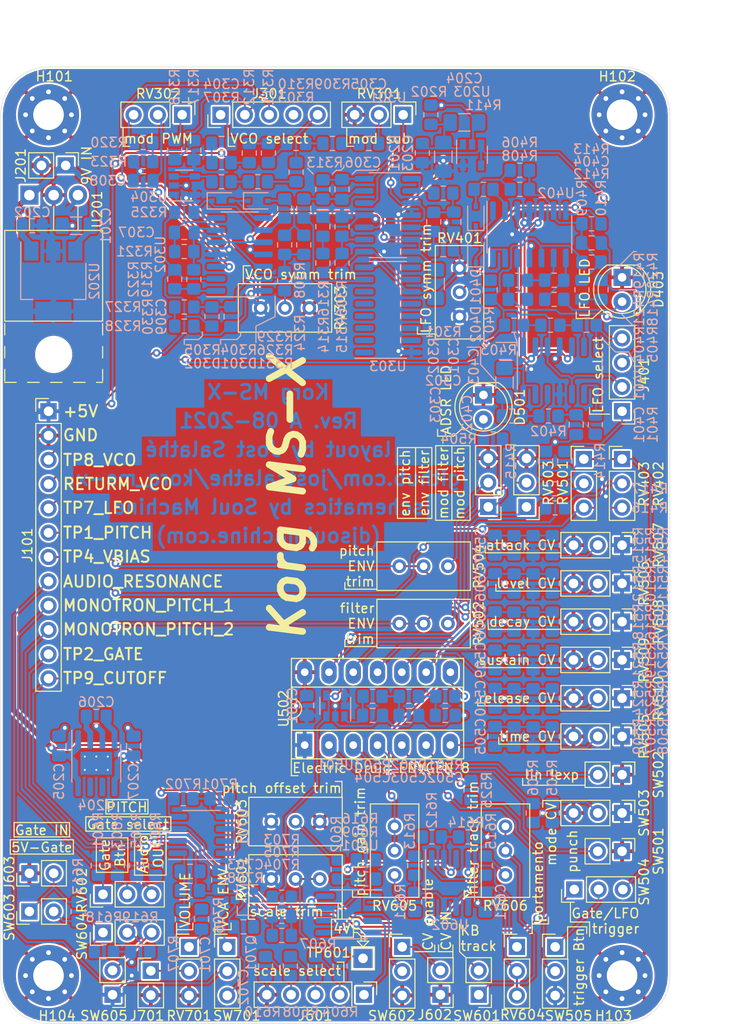
<source format=kicad_pcb>
(kicad_pcb (version 20171130) (host pcbnew "(5.1.9)-1")
  (title_block (title "Korg MS-X") (date 2021-08-23) (rev "Rev. A") (company "Jost Salathé") (comment 1 "Schematics developed by Soul Machine (djsoulmachine.com)"))
  (layers (0 F.Cu signal) (31 B.Cu signal) (34 B.Paste user) (35 F.Paste user) (36 B.SilkS user) (37 F.SilkS user) (38 B.Mask user) (39 F.Mask user) (44 Edge.Cuts user))
  (net 0 "")
  (net 1 +9V)
  (net 2 GNDA)
  (net 3 +5VA)
  (net 4 "Net-(C203-Pad1)")
  (net 5 "Net-(C206-Pad2)")
  (net 6 "Net-(C206-Pad1)")
  (net 7 -9V)
  (net 8 /vco/MCvco)
  (net 9 "Net-(C302-Pad2)")
  (net 10 /vco/MCvco2)
  (net 11 "Net-(C304-Pad2)")
  (net 12 /vco/VCOselection)
  (net 13 /vco/modSub)
  (net 14 "Net-(C305-Pad1)")
  (net 15 /vco/VCOsub)
  (net 16 "Net-(C306-Pad1)")
  (net 17 "Net-(C307-Pad2)")
  (net 18 "Net-(C307-Pad1)")
  (net 19 /vco/modPWM)
  (net 20 /vco/VCOtriangle)
  (net 21 "Net-(C309-Pad1)")
  (net 22 /lfo/MClfo)
  (net 23 "Net-(C402-Pad2)")
  (net 24 /lfo/MClfo2)
  (net 25 /lfo/LFOtriangle)
  (net 26 /lfo/lfo2)
  (net 27 "Net-(C502-Pad1)")
  (net 28 "Net-(C503-Pad1)")
  (net 29 "Net-(C504-Pad1)")
  (net 30 /adsr/timeCV)
  (net 31 /adsr/levelCV)
  (net 32 /adsr/attackCV)
  (net 33 /adsr/decayCV)
  (net 34 /adsr/sustainCV)
  (net 35 /adsr/releaseCV)
  (net 36 /cv_gate/portamento)
  (net 37 "Net-(C701-Pad2)")
  (net 38 "Net-(C701-Pad1)")
  (net 39 "Net-(C702-Pad2)")
  (net 40 "Net-(C702-Pad1)")
  (net 41 "Net-(C703-Pad1)")
  (net 42 "Net-(D301-Pad2)")
  (net 43 "Net-(D301-Pad1)")
  (net 44 "Net-(D302-Pad1)")
  (net 45 /lfo/lfoinv)
  (net 46 "Net-(D401-Pad1)")
  (net 47 "Net-(D402-Pad1)")
  (net 48 /lfo/LEDlfo)
  (net 49 /adsr/LEDadsr)
  (net 50 /AUDIO_RESONANCE)
  (net 51 /MONOTRON_PITCH_2)
  (net 52 /MONOTRON_PITCH_1)
  (net 53 /RETURN_VCO)
  (net 54 /TP9_CUTOFF)
  (net 55 /TP8_VCO)
  (net 56 /TP7_LFO)
  (net 57 /TP4_VBIAS)
  (net 58 /TP2_GATE)
  (net 59 /TP1_PITCH)
  (net 60 /vco/VCOmute)
  (net 61 /lfo/LFOsquare)
  (net 62 /lfo/LFOselection)
  (net 63 /cv_gate/scale16)
  (net 64 /cv_gate/scale8)
  (net 65 /cv_gate/scale4)
  (net 66 /cv_gate/scaleSelection)
  (net 67 /cv_gate/CV)
  (net 68 /cv_gate/gate12V)
  (net 69 /adsr/punch)
  (net 70 /adsr/lin_exp)
  (net 71 "Net-(Q701-Pad3)")
  (net 72 "Net-(Q701-Pad1)")
  (net 73 "Net-(R301-Pad2)")
  (net 74 "Net-(R303-Pad1)")
  (net 75 "Net-(R304-Pad1)")
  (net 76 /vco/VCOsquare)
  (net 77 /vco/3V)
  (net 78 "Net-(R308-Pad2)")
  (net 79 "Net-(R309-Pad1)")
  (net 80 "Net-(R310-Pad1)")
  (net 81 "Net-(R311-Pad1)")
  (net 82 "Net-(R314-Pad2)")
  (net 83 "Net-(R315-Pad1)")
  (net 84 "Net-(R317-Pad2)")
  (net 85 "Net-(R318-Pad2)")
  (net 86 "Net-(R319-Pad2)")
  (net 87 "Net-(R320-Pad2)")
  (net 88 "Net-(R320-Pad1)")
  (net 89 "Net-(R327-Pad1)")
  (net 90 /vco/trimVCOsymm)
  (net 91 "Net-(R401-Pad2)")
  (net 92 "Net-(R403-Pad1)")
  (net 93 "Net-(R404-Pad1)")
  (net 94 "Net-(R409-Pad1)")
  (net 95 /lfo/trimLFOsymm)
  (net 96 /lfo/modPitch)
  (net 97 /lfo/modFilter)
  (net 98 "Net-(R418-Pad2)")
  (net 99 +2V5)
  (net 100 "Net-(R419-Pad1)")
  (net 101 /adsr/envOut)
  (net 102 /ADSR)
  (net 103 /adsr/modeCV)
  (net 104 "Net-(R508-Pad1)")
  (net 105 "Net-(R511-Pad1)")
  (net 106 "Net-(R514-Pad1)")
  (net 107 "Net-(R517-Pad1)")
  (net 108 "Net-(R520-Pad1)")
  (net 109 "Net-(R523-Pad1)")
  (net 110 "Net-(R601-Pad1)")
  (net 111 /cv_gate/trimPitchOffset)
  (net 112 "Net-(R603-Pad2)")
  (net 113 /cv_gate/scale4V)
  (net 114 "Net-(R605-Pad2)")
  (net 115 /cv_gate/scale)
  (net 116 /cv_gate/trimPitchGain)
  (net 117 "Net-(R611-Pad1)")
  (net 118 "Net-(R612-Pad2)")
  (net 119 "Net-(R612-Pad1)")
  (net 120 /cv_gate/trimFilterTrack)
  (net 121 /cv_gate/CVpitch)
  (net 122 /cv_gate/gate5V)
  (net 123 "Net-(R701-Pad1)")
  (net 124 "Net-(R703-Pad2)")
  (net 125 /adsr/envFilter)
  (net 126 /adsr/envPitch)
  (net 127 "Net-(RV604-Pad1)")
  (net 128 /cv_gate/KBtrack)
  (net 129 "Net-(SW602-Pad2)")
  (net 130 /cv_gate/gateButton)
  (net 131 "Net-(U204-Pad7)")
  (net 132 "Net-(U204-Pad6)")
  (net 133 "Net-(U303-Pad15)")
  (net 134 "Net-(U303-Pad14)")
  (net 135 "Net-(U303-Pad13)")
  (net 136 "Net-(U303-Pad12)")
  (net 137 "Net-(U303-Pad9)")
  (net 138 "Net-(U303-Pad6)")
  (net 139 "Net-(U303-Pad5)")
  (net 140 "Net-(U303-Pad4)")
  (net 141 "Net-(U303-Pad3)")
  (net 142 "Net-(U303-Pad2)")
  (net 143 "Net-(U303-Pad1)")
  (net 144 "Net-(U402-Pad13)")
  (net 145 "Net-(U701-Pad6)")
  (net 146 /vca/audioOut)
  (net 147 "Net-(NT201-Pad1)")
  (net 148 /cv_gate/pitchSum)
  (net 149 "Net-(R305-Pad1)")
  (net 150 "Net-(R421-Pad1)")
  (net 151 /adsr/trigger)
  (net 152 "Net-(R525-Pad1)")
  (net 153 "Net-(SW504-Pad2)")
  (net 154 /LFO_SIGNAL)
  (module Potentiometer_THT:Potentiometer_Bourns_3296W_Vertical (layer F.Cu) (at 141.7 102.2 180)
    (fp_text reference RV504 (at -8.3 0 90) (layer F.SilkS))
    (fp_text value 100k)
    (pad 3 thru_hole circle (at -5.08 0 180) (size 1.44 1.44) (drill 0.8) (layers *.Cu *.Mask) (net 126 /adsr/envPitch))
    (pad 2 thru_hole circle (at -2.54 0 180) (size 1.44 1.44) (drill 0.8) (layers *.Cu *.Mask) (net 59 /TP1_PITCH))
    (pad 1 thru_hole circle (at 0 0 180) (size 1.44 1.44) (drill 0.8) (layers *.Cu *.Mask) (net 59 /TP1_PITCH))
  )
  (module Connector_PinHeader_2.54mm:PinHeader_1x12_P2.54mm_Vertical (layer F.Cu) (at 105 86)
    (fp_text reference J101 (at -2.2 14 270) (layer F.SilkS))
    (fp_text value MONOTRON)
    (pad 12 thru_hole oval (at 0 27.94) (size 1.7 1.7) (drill 1) (layers *.Cu *.Mask) (net 54 /TP9_CUTOFF))
    (pad 11 thru_hole oval (at 0 25.4) (size 1.7 1.7) (drill 1) (layers *.Cu *.Mask) (net 58 /TP2_GATE))
    (pad 10 thru_hole oval (at 0 22.86) (size 1.7 1.7) (drill 1) (layers *.Cu *.Mask) (net 51 /MONOTRON_PITCH_2))
    (pad 9 thru_hole oval (at 0 20.32) (size 1.7 1.7) (drill 1) (layers *.Cu *.Mask) (net 52 /MONOTRON_PITCH_1))
    (pad 8 thru_hole oval (at 0 17.78) (size 1.7 1.7) (drill 1) (layers *.Cu *.Mask) (net 50 /AUDIO_RESONANCE))
    (pad 7 thru_hole oval (at 0 15.24) (size 1.7 1.7) (drill 1) (layers *.Cu *.Mask) (net 57 /TP4_VBIAS))
    (pad 6 thru_hole oval (at 0 12.7) (size 1.7 1.7) (drill 1) (layers *.Cu *.Mask) (net 59 /TP1_PITCH))
    (pad 5 thru_hole oval (at 0 10.16) (size 1.7 1.7) (drill 1) (layers *.Cu *.Mask) (net 56 /TP7_LFO))
    (pad 4 thru_hole oval (at 0 7.62) (size 1.7 1.7) (drill 1) (layers *.Cu *.Mask) (net 53 /RETURN_VCO))
    (pad 3 thru_hole oval (at 0 5.08) (size 1.7 1.7) (drill 1) (layers *.Cu *.Mask) (net 55 /TP8_VCO))
    (pad 2 thru_hole oval (at 0 2.54) (size 1.7 1.7) (drill 1) (layers *.Cu *.Mask) (net 2 GNDA))
    (pad 1 thru_hole rect (at 0 0) (size 1.7 1.7) (drill 1) (layers *.Cu *.Mask) (net 3 +5VA))
  )
  (module Potentiometer_THT:Potentiometer_Bourns_3296W_Vertical (layer F.Cu) (at 152.8 129.4 90)
    (fp_text reference RV606 (at -8.3 0 180) (layer F.SilkS))
    (fp_text value 100k)
    (pad 3 thru_hole circle (at -5.08 0 90) (size 1.44 1.44) (drill 0.8) (layers *.Cu *.Mask) (net 120 /cv_gate/trimFilterTrack))
    (pad 2 thru_hole circle (at -2.54 0 90) (size 1.44 1.44) (drill 0.8) (layers *.Cu *.Mask) (net 128 /cv_gate/KBtrack))
    (pad 1 thru_hole circle (at 0 0 90) (size 1.44 1.44) (drill 0.8) (layers *.Cu *.Mask) (net 128 /cv_gate/KBtrack))
  )
  (module Package_DIP:DIP-14_W7.62mm_Socket_LongPads (layer F.Cu) (at 131.8 120.9 90)
    (fp_text reference U502 (at 3.81 -2.2 90) (layer F.SilkS))
    (fp_text value ENVGEN8)
    (pad 14 thru_hole oval (at 7.62 0 90) (size 2.4 1.6) (drill 0.8) (layers *.Cu *.Mask) (net 2 GNDA))
    (pad 7 thru_hole oval (at 0 15.24 90) (size 2.4 1.6) (drill 0.8) (layers *.Cu *.Mask) (net 30 /adsr/timeCV))
    (pad 13 thru_hole oval (at 7.62 2.54 90) (size 2.4 1.6) (drill 0.8) (layers *.Cu *.Mask) (net 32 /adsr/attackCV))
    (pad 6 thru_hole oval (at 0 12.7 90) (size 2.4 1.6) (drill 0.8) (layers *.Cu *.Mask) (net 151 /adsr/trigger))
    (pad 12 thru_hole oval (at 7.62 5.08 90) (size 2.4 1.6) (drill 0.8) (layers *.Cu *.Mask) (net 31 /adsr/levelCV))
    (pad 5 thru_hole oval (at 0 10.16 90) (size 2.4 1.6) (drill 0.8) (layers *.Cu *.Mask) (net 58 /TP2_GATE))
    (pad 11 thru_hole oval (at 7.62 7.62 90) (size 2.4 1.6) (drill 0.8) (layers *.Cu *.Mask) (net 33 /adsr/decayCV))
    (pad 4 thru_hole oval (at 0 7.62 90) (size 2.4 1.6) (drill 0.8) (layers *.Cu *.Mask) (net 70 /adsr/lin_exp))
    (pad 10 thru_hole oval (at 7.62 10.16 90) (size 2.4 1.6) (drill 0.8) (layers *.Cu *.Mask) (net 34 /adsr/sustainCV))
    (pad 3 thru_hole oval (at 0 5.08 90) (size 2.4 1.6) (drill 0.8) (layers *.Cu *.Mask) (net 103 /adsr/modeCV))
    (pad 9 thru_hole oval (at 7.62 12.7 90) (size 2.4 1.6) (drill 0.8) (layers *.Cu *.Mask) (net 35 /adsr/releaseCV))
    (pad 2 thru_hole oval (at 0 2.54 90) (size 2.4 1.6) (drill 0.8) (layers *.Cu *.Mask) (net 69 /adsr/punch))
    (pad 8 thru_hole oval (at 7.62 15.24 90) (size 2.4 1.6) (drill 0.8) (layers *.Cu *.Mask) (net 101 /adsr/envOut))
    (pad 1 thru_hole rect (at 0 0 90) (size 2.4 1.6) (drill 0.8) (layers *.Cu *.Mask) (net 3 +5VA))
  )
  (module Potentiometer_THT:Potentiometer_Bourns_3296W_Vertical (layer F.Cu) (at 128.3 128.9 180)
    (fp_text reference RV603 (at 3.1 0 90) (layer F.SilkS))
    (fp_text value 10k)
    (pad 3 thru_hole circle (at -5.08 0 180) (size 1.44 1.44) (drill 0.8) (layers *.Cu *.Mask) (net 2 GNDA))
    (pad 2 thru_hole circle (at -2.54 0 180) (size 1.44 1.44) (drill 0.8) (layers *.Cu *.Mask) (net 111 /cv_gate/trimPitchOffset))
    (pad 1 thru_hole circle (at 0 0 180) (size 1.44 1.44) (drill 0.8) (layers *.Cu *.Mask) (net 3 +5VA))
  )
  (module Connector_PinHeader_2.54mm:PinHeader_1x03_P2.54mm_Vertical (layer F.Cu) (at 155 96 180)
    (fp_text reference RV501 (at -3.8 2.5 90) (layer F.SilkS))
    (fp_text value 10k)
    (pad 3 thru_hole oval (at 0 5.08 180) (size 1.7 1.7) (drill 1) (layers *.Cu *.Mask) (net 2 GNDA))
    (pad 2 thru_hole oval (at 0 2.54 180) (size 1.7 1.7) (drill 1) (layers *.Cu *.Mask) (net 125 /adsr/envFilter))
    (pad 1 thru_hole rect (at 0 0 180) (size 1.7 1.7) (drill 1) (layers *.Cu *.Mask) (net 102 /ADSR))
  )
  (module Connector_PinHeader_2.54mm:PinHeader_1x03_P2.54mm_Vertical (layer F.Cu) (at 158 142)
    (fp_text reference SW505 (at 1.4 7.2) (layer F.SilkS))
    (fp_text value SW_Push_SPDT)
    (pad 3 thru_hole oval (at 0 5.08) (size 1.7 1.7) (drill 1) (layers *.Cu *.Mask) (net 3 +5VA))
    (pad 2 thru_hole oval (at 0 2.54) (size 1.7 1.7) (drill 1) (layers *.Cu *.Mask) (net 152 "Net-(R525-Pad1)"))
    (pad 1 thru_hole rect (at 0 0) (size 1.7 1.7) (drill 1) (layers *.Cu *.Mask) (net 153 "Net-(SW504-Pad2)"))
  )
  (module Connector_PinHeader_2.54mm:PinHeader_1x03_P2.54mm_Vertical (layer F.Cu) (at 160 136 90)
    (fp_text reference SW504 (at 0.8 7.3 90) (layer F.SilkS))
    (fp_text value SW_SPDT)
    (pad 3 thru_hole oval (at 0 5.08 90) (size 1.7 1.7) (drill 1) (layers *.Cu *.Mask) (net 154 /LFO_SIGNAL))
    (pad 2 thru_hole oval (at 0 2.54 90) (size 1.7 1.7) (drill 1) (layers *.Cu *.Mask) (net 153 "Net-(SW504-Pad2)"))
    (pad 1 thru_hole rect (at 0 0 90) (size 1.7 1.7) (drill 1) (layers *.Cu *.Mask) (net 58 /TP2_GATE))
  )
  (module Resistor_SMD:R_0805_2012Metric_Pad1.20x1.40mm_HandSolder (layer B.Cu) (at 149.2 125.6 90)
    (fp_text reference R525 (at 0 1.65 270) (layer B.SilkS) (effects (justify mirror)))
    (fp_text value 1k)
    (pad 2 smd roundrect (at 1 0 90) (size 1.2 1.4) (layers B.Cu B.Paste B.Mask) (roundrect_rratio 0.2083325) (net 151 /adsr/trigger))
    (pad 1 smd roundrect (at -1 0 90) (size 1.2 1.4) (layers B.Cu B.Paste B.Mask) (roundrect_rratio 0.2083325) (net 152 "Net-(R525-Pad1)"))
  )
  (module Package_SO:SOIC-8_3.9x4.9mm_P1.27mm (layer B.Cu) (at 136.4 138.6 180)
    (fp_text reference U601 (at -1.2 7.2) (layer B.SilkS) (effects (justify mirror)))
    (fp_text value TL082)
    (pad 8 smd roundrect (at 2.475 1.905 180) (size 1.95 0.6) (layers B.Cu B.Paste B.Mask) (net 1 +9V))
    (pad 7 smd roundrect (at 2.475 0.635 180) (size 1.95 0.6) (layers B.Cu B.Paste B.Mask) (net 121 /cv_gate/CVpitch))
    (pad 6 smd roundrect (at 2.475 -0.635 180) (size 1.95 0.6) (layers B.Cu B.Paste B.Mask) (net 121 /cv_gate/CVpitch))
    (pad 5 smd roundrect (at 2.475 -1.905 180) (size 1.95 0.6) (layers B.Cu B.Paste B.Mask) (net 129 "Net-(SW602-Pad2)"))
    (pad 4 smd roundrect (at -2.475 -1.905 180) (size 1.95 0.6) (layers B.Cu B.Paste B.Mask) (net 7 -9V))
    (pad 3 smd roundrect (at -2.475 -0.635 180) (size 1.95 0.6) (layers B.Cu B.Paste B.Mask) (net 66 /cv_gate/scaleSelection))
    (pad 2 smd roundrect (at -2.475 0.635 180) (size 1.95 0.6) (layers B.Cu B.Paste B.Mask) (net 115 /cv_gate/scale))
    (pad 1 smd roundrect (at -2.475 1.905 180) (size 1.95 0.6) (layers B.Cu B.Paste B.Mask) (net 115 /cv_gate/scale))
  )
  (module Connector_PinHeader_2.54mm:PinHeader_1x03_P2.54mm_Vertical (layer F.Cu) (at 165 104 270)
    (fp_text reference RV506 (at 0 -2.3 90) (layer F.SilkS))
    (fp_text value 10k)
    (pad 3 thru_hole oval (at 0 5.08 270) (size 1.7 1.7) (drill 1) (layers *.Cu *.Mask) (net 2 GNDA))
    (pad 2 thru_hole oval (at 0 2.54 270) (size 1.7 1.7) (drill 1) (layers *.Cu *.Mask) (net 105 "Net-(R511-Pad1)"))
    (pad 1 thru_hole rect (at 0 0 270) (size 1.7 1.7) (drill 1) (layers *.Cu *.Mask) (net 3 +5VA))
  )
  (module Connector_PinHeader_2.54mm:PinHeader_1x03_P2.54mm_Vertical (layer F.Cu) (at 165 120 270)
    (fp_text reference RV505 (at 0 -2.3 90) (layer F.SilkS))
    (fp_text value 10k)
    (pad 3 thru_hole oval (at 0 5.08 270) (size 1.7 1.7) (drill 1) (layers *.Cu *.Mask) (net 2 GNDA))
    (pad 2 thru_hole oval (at 0 2.54 270) (size 1.7 1.7) (drill 1) (layers *.Cu *.Mask) (net 104 "Net-(R508-Pad1)"))
    (pad 1 thru_hole rect (at 0 0 270) (size 1.7 1.7) (drill 1) (layers *.Cu *.Mask) (net 3 +5VA))
  )
  (module Connector_PinHeader_2.54mm:PinHeader_1x03_P2.54mm_Vertical (layer F.Cu) (at 161 91)
    (fp_text reference RV403 (at 6.3 2.6 90) (layer F.SilkS))
    (fp_text value 20k)
    (pad 3 thru_hole oval (at 0 5.08) (size 1.7 1.7) (drill 1) (layers *.Cu *.Mask) (net 57 /TP4_VBIAS))
    (pad 2 thru_hole oval (at 0 2.54) (size 1.7 1.7) (drill 1) (layers *.Cu *.Mask) (net 97 /lfo/modFilter))
    (pad 1 thru_hole rect (at 0 0) (size 1.7 1.7) (drill 1) (layers *.Cu *.Mask) (net 154 /LFO_SIGNAL))
  )
  (module Resistor_SMD:R_0805_2012Metric_Pad1.20x1.40mm_HandSolder (layer B.Cu) (at 154.1 74.3 180)
    (fp_text reference R421 (at -12.7 -0.9 90) (layer B.SilkS) (effects (justify mirror)))
    (fp_text value 100k)
    (pad 2 smd roundrect (at 1 0 180) (size 1.2 1.4) (layers B.Cu B.Paste B.Mask) (roundrect_rratio 0.2083325) (net 99 +2V5))
    (pad 1 smd roundrect (at -1 0 180) (size 1.2 1.4) (layers B.Cu B.Paste B.Mask) (roundrect_rratio 0.2083325) (net 150 "Net-(R421-Pad1)"))
  )
  (module Capacitor_SMD:C_0805_2012Metric_Pad1.18x1.45mm_HandSolder (layer B.Cu) (at 160.2 87.4 90)
    (fp_text reference C401 (at 0 6.6 90) (layer B.SilkS) (effects (justify mirror)))
    (fp_text value 10u)
    (pad 2 smd roundrect (at 1.0375 0 90) (size 1.175 1.45) (layers B.Cu B.Paste B.Mask) (roundrect_rratio 0.2127659574468085) (net 22 /lfo/MClfo))
    (pad 1 smd roundrect (at -1.0375 0 90) (size 1.175 1.45) (layers B.Cu B.Paste B.Mask) (roundrect_rratio 0.2127659574468085) (net 2 GNDA))
  )
  (module Capacitor_SMD:C_1206_3216Metric_Pad1.42x1.75mm_HandSolder (layer B.Cu) (at 152.7 83 270)
    (fp_text reference C403 (at -1.7 3.2 270) (layer B.SilkS) (effects (justify mirror)))
    (fp_text value 100u)
    (pad 2 smd roundrect (at 1.4875 0 270) (size 1.425 1.75) (layers B.Cu B.Paste B.Mask) (roundrect_rratio 0.1754385964912281) (net 2 GNDA))
    (pad 1 smd roundrect (at -1.4875 0 270) (size 1.425 1.75) (layers B.Cu B.Paste B.Mask) (roundrect_rratio 0.1754385964912281) (net 24 /lfo/MClfo2))
  )
  (module Capacitor_SMD:C_0805_2012Metric_Pad1.18x1.45mm_HandSolder (layer B.Cu) (at 161.8 68.4)
    (fp_text reference C404 (at 0 -8.5) (layer B.SilkS) (effects (justify mirror)))
    (fp_text value 500p)
    (pad 2 smd roundrect (at 1.0375 0) (size 1.175 1.45) (layers B.Cu B.Paste B.Mask) (roundrect_rratio 0.2127659574468085) (net 25 /lfo/LFOtriangle))
    (pad 1 smd roundrect (at -1.0375 0) (size 1.175 1.45) (layers B.Cu B.Paste B.Mask) (roundrect_rratio 0.2127659574468085) (net 26 /lfo/lfo2))
  )
  (module Capacitor_SMD:C_0805_2012Metric_Pad1.18x1.45mm_HandSolder (layer B.Cu) (at 153.5 86.5)
    (fp_text reference C402 (at -4.7 -0.3 90) (layer B.SilkS) (effects (justify mirror)))
    (fp_text value 10u)
    (pad 2 smd roundrect (at 1.0375 0) (size 1.175 1.45) (layers B.Cu B.Paste B.Mask) (roundrect_rratio 0.2127659574468085) (net 23 "Net-(C402-Pad2)"))
    (pad 1 smd roundrect (at -1.0375 0) (size 1.175 1.45) (layers B.Cu B.Paste B.Mask) (roundrect_rratio 0.2127659574468085) (net 2 GNDA))
  )
  (module Diode_SMD:D_SOD-323 (layer B.Cu) (at 149.7 69.4 90)
    (fp_text reference D402 (at -7.5 0 90) (layer B.SilkS) (effects (justify mirror)))
    (fp_text value 1N4148WS)
    (pad 2 smd rect (at 1.05 0 90) (size 0.6 0.45) (layers B.Cu B.Paste B.Mask) (net 46 "Net-(D401-Pad1)"))
    (pad 1 smd rect (at -1.05 0 90) (size 0.6 0.45) (layers B.Cu B.Paste B.Mask) (net 47 "Net-(D402-Pad1)"))
  )
  (module Diode_SMD:D_SOD-323 (layer B.Cu) (at 149.7 65.6 90)
    (fp_text reference D401 (at -7.4 0 90) (layer B.SilkS) (effects (justify mirror)))
    (fp_text value 1N4148WS)
    (pad 2 smd rect (at 1.05 0 90) (size 0.6 0.45) (layers B.Cu B.Paste B.Mask) (net 45 /lfo/lfoinv))
    (pad 1 smd rect (at -1.05 0 90) (size 0.6 0.45) (layers B.Cu B.Paste B.Mask) (net 46 "Net-(D401-Pad1)"))
  )
  (module LED_THT:LED_D5.0mm (layer F.Cu) (at 165 72 270)
    (fp_text reference D403 (at 1.27 -3.8 90) (layer F.SilkS))
    (fp_text value LED)
    (pad 2 thru_hole circle (at 2.54 0 270) (size 1.8 1.8) (drill 0.9) (layers *.Cu *.Mask) (net 48 /lfo/LEDlfo))
    (pad 1 thru_hole rect (at 0 0 270) (size 1.8 1.8) (drill 0.9) (layers *.Cu *.Mask) (net 2 GNDA))
  )
  (module Potentiometer_THT:Potentiometer_Bourns_3296W_Vertical (layer F.Cu) (at 148 76.1 270)
    (fp_text reference RV401 (at -8.2 0 180) (layer F.SilkS))
    (fp_text value 10k)
    (pad 3 thru_hole circle (at -5.08 0 270) (size 1.44 1.44) (drill 0.8) (layers *.Cu *.Mask) (net 2 GNDA))
    (pad 2 thru_hole circle (at -2.54 0 270) (size 1.44 1.44) (drill 0.8) (layers *.Cu *.Mask) (net 95 /lfo/trimLFOsymm))
    (pad 1 thru_hole circle (at 0 0 270) (size 1.44 1.44) (drill 0.8) (layers *.Cu *.Mask) (net 3 +5VA))
  )
  (module Connector_PinHeader_2.54mm:PinHeader_1x03_P2.54mm_Vertical (layer F.Cu) (at 165 91)
    (fp_text reference RV402 (at 3.8 2.6 90) (layer F.SilkS))
    (fp_text value 20k)
    (pad 3 thru_hole oval (at 0 5.08) (size 1.7 1.7) (drill 1) (layers *.Cu *.Mask) (net 57 /TP4_VBIAS))
    (pad 2 thru_hole oval (at 0 2.54) (size 1.7 1.7) (drill 1) (layers *.Cu *.Mask) (net 96 /lfo/modPitch))
    (pad 1 thru_hole rect (at 0 0) (size 1.7 1.7) (drill 1) (layers *.Cu *.Mask) (net 154 /LFO_SIGNAL))
  )
  (module Resistor_SMD:R_0805_2012Metric_Pad1.20x1.40mm_HandSolder (layer B.Cu) (at 157.5 77 180)
    (fp_text reference R404 (at -9.3 -2 90) (layer B.SilkS) (effects (justify mirror)))
    (fp_text value 100k)
    (pad 2 smd roundrect (at 1 0 180) (size 1.2 1.4) (layers B.Cu B.Paste B.Mask) (roundrect_rratio 0.2083325) (net 92 "Net-(R403-Pad1)"))
    (pad 1 smd roundrect (at -1 0 180) (size 1.2 1.4) (layers B.Cu B.Paste B.Mask) (roundrect_rratio 0.2083325) (net 93 "Net-(R404-Pad1)"))
  )
  (module Resistor_SMD:R_0805_2012Metric_Pad1.20x1.40mm_HandSolder (layer B.Cu) (at 151.2 73.3 270)
    (fp_text reference R407 (at 3.6 0.1 90) (layer B.SilkS) (effects (justify mirror)))
    (fp_text value 100k)
    (pad 2 smd roundrect (at 1 0 270) (size 1.2 1.4) (layers B.Cu B.Paste B.Mask) (roundrect_rratio 0.2083325) (net 56 /TP7_LFO))
    (pad 1 smd roundrect (at -1 0 270) (size 1.2 1.4) (layers B.Cu B.Paste B.Mask) (roundrect_rratio 0.2083325) (net 47 "Net-(D402-Pad1)"))
  )
  (module Connector_PinHeader_2.54mm:PinHeader_1x04_P2.54mm_Vertical (layer F.Cu) (at 165 86 180)
    (fp_text reference J401 (at -2.3 3.8 90) (layer F.SilkS))
    (fp_text value LFO_SEL)
    (pad 4 thru_hole oval (at 0 7.62 180) (size 1.7 1.7) (drill 1) (layers *.Cu *.Mask) (net 61 /lfo/LFOsquare))
    (pad 3 thru_hole oval (at 0 5.08 180) (size 1.7 1.7) (drill 1) (layers *.Cu *.Mask) (net 25 /lfo/LFOtriangle))
    (pad 2 thru_hole oval (at 0 2.54 180) (size 1.7 1.7) (drill 1) (layers *.Cu *.Mask) (net 56 /TP7_LFO))
    (pad 1 thru_hole rect (at 0 0 180) (size 1.7 1.7) (drill 1) (layers *.Cu *.Mask) (net 62 /lfo/LFOselection))
  )
  (module Resistor_SMD:R_0805_2012Metric_Pad1.20x1.40mm_HandSolder (layer B.Cu) (at 162.2 87.4 90)
    (fp_text reference R401 (at 0 6 90) (layer B.SilkS) (effects (justify mirror)))
    (fp_text value 100k)
    (pad 2 smd roundrect (at 1 0 90) (size 1.2 1.4) (layers B.Cu B.Paste B.Mask) (roundrect_rratio 0.2083325) (net 91 "Net-(R401-Pad2)"))
    (pad 1 smd roundrect (at -1 0 90) (size 1.2 1.4) (layers B.Cu B.Paste B.Mask) (roundrect_rratio 0.2083325) (net 22 /lfo/MClfo))
  )
  (module Resistor_SMD:R_0805_2012Metric_Pad1.20x1.40mm_HandSolder (layer B.Cu) (at 157.3 86.5)
    (fp_text reference R402 (at 0 1.6) (layer B.SilkS) (effects (justify mirror)))
    (fp_text value 100k)
    (pad 2 smd roundrect (at 1 0) (size 1.2 1.4) (layers B.Cu B.Paste B.Mask) (roundrect_rratio 0.2083325) (net 22 /lfo/MClfo))
    (pad 1 smd roundrect (at -1 0) (size 1.2 1.4) (layers B.Cu B.Paste B.Mask) (roundrect_rratio 0.2083325) (net 23 "Net-(C402-Pad2)"))
  )
  (module Resistor_SMD:R_0805_2012Metric_Pad1.20x1.40mm_HandSolder (layer B.Cu) (at 153.7 77 180)
    (fp_text reference R403 (at 1.6 -2.6 180) (layer B.SilkS) (effects (justify mirror)))
    (fp_text value 1M)
    (pad 2 smd roundrect (at 1 0 180) (size 1.2 1.4) (layers B.Cu B.Paste B.Mask) (roundrect_rratio 0.2083325) (net 56 /TP7_LFO))
    (pad 1 smd roundrect (at -1 0 180) (size 1.2 1.4) (layers B.Cu B.Paste B.Mask) (roundrect_rratio 0.2083325) (net 92 "Net-(R403-Pad1)"))
  )
  (module Resistor_SMD:R_0805_2012Metric_Pad1.20x1.40mm_HandSolder (layer B.Cu) (at 161.3 77 180)
    (fp_text reference R405 (at -6.9 -2 90) (layer B.SilkS) (effects (justify mirror)))
    (fp_text value 22k)
    (pad 2 smd roundrect (at 1 0 180) (size 1.2 1.4) (layers B.Cu B.Paste B.Mask) (roundrect_rratio 0.2083325) (net 93 "Net-(R404-Pad1)"))
    (pad 1 smd roundrect (at -1 0 180) (size 1.2 1.4) (layers B.Cu B.Paste B.Mask) (roundrect_rratio 0.2083325) (net 61 /lfo/LFOsquare))
  )
  (module Resistor_SMD:R_0805_2012Metric_Pad1.20x1.40mm_HandSolder (layer B.Cu) (at 154.3 60.8 180)
    (fp_text reference R406 (at 0 2.9) (layer B.SilkS) (effects (justify mirror)))
    (fp_text value 100k)
    (pad 2 smd roundrect (at 1 0 180) (size 1.2 1.4) (layers B.Cu B.Paste B.Mask) (roundrect_rratio 0.2083325) (net 45 /lfo/lfoinv))
    (pad 1 smd roundrect (at -1 0 180) (size 1.2 1.4) (layers B.Cu B.Paste B.Mask) (roundrect_rratio 0.2083325) (net 26 /lfo/lfo2))
  )
  (module Resistor_SMD:R_0805_2012Metric_Pad1.20x1.40mm_HandSolder (layer B.Cu) (at 154.3 62.8 180)
    (fp_text reference R408 (at 0 3.5) (layer B.SilkS) (effects (justify mirror)))
    (fp_text value 100k)
    (pad 2 smd roundrect (at 1 0 180) (size 1.2 1.4) (layers B.Cu B.Paste B.Mask) (roundrect_rratio 0.2083325) (net 45 /lfo/lfoinv))
    (pad 1 smd roundrect (at -1 0 180) (size 1.2 1.4) (layers B.Cu B.Paste B.Mask) (roundrect_rratio 0.2083325) (net 26 /lfo/lfo2))
  )
  (module Resistor_SMD:R_0805_2012Metric_Pad1.20x1.40mm_HandSolder (layer B.Cu) (at 160.8 73.3 90)
    (fp_text reference R409 (at 9.6 0 90) (layer B.SilkS) (effects (justify mirror)))
    (fp_text value 100k)
    (pad 2 smd roundrect (at 1 0 90) (size 1.2 1.4) (layers B.Cu B.Paste B.Mask) (roundrect_rratio 0.2083325) (net 26 /lfo/lfo2))
    (pad 1 smd roundrect (at -1 0 90) (size 1.2 1.4) (layers B.Cu B.Paste B.Mask) (roundrect_rratio 0.2083325) (net 94 "Net-(R409-Pad1)"))
  )
  (module Resistor_SMD:R_0805_2012Metric_Pad1.20x1.40mm_HandSolder (layer B.Cu) (at 162.8 73.3 270)
    (fp_text reference R410 (at -9.6 0 90) (layer B.SilkS) (effects (justify mirror)))
    (fp_text value 100k)
    (pad 2 smd roundrect (at 1 0 270) (size 1.2 1.4) (layers B.Cu B.Paste B.Mask) (roundrect_rratio 0.2083325) (net 94 "Net-(R409-Pad1)"))
    (pad 1 smd roundrect (at -1 0 270) (size 1.2 1.4) (layers B.Cu B.Paste B.Mask) (roundrect_rratio 0.2083325) (net 25 /lfo/LFOtriangle))
  )
  (module Resistor_SMD:R_0805_2012Metric_Pad1.20x1.40mm_HandSolder (layer B.Cu) (at 161.8 70.4 180)
    (fp_text reference R412 (at 0 9.2) (layer B.SilkS) (effects (justify mirror)))
    (fp_text value 100k)
    (pad 2 smd roundrect (at 1 0 180) (size 1.2 1.4) (layers B.Cu B.Paste B.Mask) (roundrect_rratio 0.2083325) (net 56 /TP7_LFO))
    (pad 1 smd roundrect (at -1 0 180) (size 1.2 1.4) (layers B.Cu B.Paste B.Mask) (roundrect_rratio 0.2083325) (net 26 /lfo/lfo2))
  )
  (module Resistor_SMD:R_0805_2012Metric_Pad1.20x1.40mm_HandSolder (layer B.Cu) (at 157 91.2 270)
    (fp_text reference R415 (at 0 3.6 90) (layer B.SilkS) (effects (justify mirror)))
    (fp_text value 2k2)
    (pad 1 smd roundrect (at -1 0 270) (size 1.2 1.4) (layers B.Cu B.Paste B.Mask) (roundrect_rratio 0.2083325) (net 2 GNDA))
    (pad 2 smd roundrect (at 1 0 270) (size 1.2 1.4) (layers B.Cu B.Paste B.Mask) (roundrect_rratio 0.2083325) (net 154 /LFO_SIGNAL))
  )
  (module Resistor_SMD:R_0805_2012Metric_Pad1.20x1.40mm_HandSolder (layer B.Cu) (at 158 94.1)
    (fp_text reference R417 (at 9.9 0) (layer B.SilkS) (effects (justify mirror)))
    (fp_text value 10k)
    (pad 2 smd roundrect (at 1 0) (size 1.2 1.4) (layers B.Cu B.Paste B.Mask) (roundrect_rratio 0.2083325) (net 97 /lfo/modFilter))
    (pad 1 smd roundrect (at -1 0) (size 1.2 1.4) (layers B.Cu B.Paste B.Mask) (roundrect_rratio 0.2083325) (net 54 /TP9_CUTOFF))
  )
  (module Resistor_SMD:R_0805_2012Metric_Pad1.20x1.40mm_HandSolder (layer B.Cu) (at 150.5 62.8)
    (fp_text reference R411 (at 0 -8.8) (layer B.SilkS) (effects (justify mirror)))
    (fp_text value 100k)
    (pad 2 smd roundrect (at 1 0) (size 1.2 1.4) (layers B.Cu B.Paste B.Mask) (roundrect_rratio 0.2083325) (net 47 "Net-(D402-Pad1)"))
    (pad 1 smd roundrect (at -1 0) (size 1.2 1.4) (layers B.Cu B.Paste B.Mask) (roundrect_rratio 0.2083325) (net 45 /lfo/lfoinv))
  )
  (module Resistor_SMD:R_0805_2012Metric_Pad1.20x1.40mm_HandSolder (layer B.Cu) (at 157.9 74.3 180)
    (fp_text reference R418 (at -10.3 -0.9 90) (layer B.SilkS) (effects (justify mirror)))
    (fp_text value 180)
    (pad 1 smd roundrect (at -1 0 180) (size 1.2 1.4) (layers B.Cu B.Paste B.Mask) (roundrect_rratio 0.2083325) (net 48 /lfo/LEDlfo))
    (pad 2 smd roundrect (at 1 0 180) (size 1.2 1.4) (layers B.Cu B.Paste B.Mask) (roundrect_rratio 0.2083325) (net 98 "Net-(R418-Pad2)"))
  )
  (module Resistor_SMD:R_0805_2012Metric_Pad1.20x1.40mm_HandSolder (layer B.Cu) (at 154.1 72.3 180)
    (fp_text reference R419 (at -12.7 1 90) (layer B.SilkS) (effects (justify mirror)))
    (fp_text value 39k)
    (pad 2 smd roundrect (at 1 0 180) (size 1.2 1.4) (layers B.Cu B.Paste B.Mask) (roundrect_rratio 0.2083325) (net 99 +2V5))
    (pad 1 smd roundrect (at -1 0 180) (size 1.2 1.4) (layers B.Cu B.Paste B.Mask) (roundrect_rratio 0.2083325) (net 100 "Net-(R419-Pad1)"))
  )
  (module Resistor_SMD:R_0805_2012Metric_Pad1.20x1.40mm_HandSolder (layer B.Cu) (at 158 96.1)
    (fp_text reference R416 (at 9.9 0) (layer B.SilkS) (effects (justify mirror)))
    (fp_text value 2k2)
    (pad 2 smd roundrect (at 1 0) (size 1.2 1.4) (layers B.Cu B.Paste B.Mask) (roundrect_rratio 0.2083325) (net 96 /lfo/modPitch))
    (pad 1 smd roundrect (at -1 0) (size 1.2 1.4) (layers B.Cu B.Paste B.Mask) (roundrect_rratio 0.2083325) (net 59 /TP1_PITCH))
  )
  (module Resistor_SMD:R_0805_2012Metric_Pad1.20x1.40mm_HandSolder (layer B.Cu) (at 157.9 72.3 180)
    (fp_text reference R420 (at -10.3 1 90) (layer B.SilkS) (effects (justify mirror)))
    (fp_text value 100k)
    (pad 2 smd roundrect (at 1 0 180) (size 1.2 1.4) (layers B.Cu B.Paste B.Mask) (roundrect_rratio 0.2083325) (net 100 "Net-(R419-Pad1)"))
    (pad 1 smd roundrect (at -1 0 180) (size 1.2 1.4) (layers B.Cu B.Paste B.Mask) (roundrect_rratio 0.2083325) (net 98 "Net-(R418-Pad2)"))
  )
  (module Resistor_SMD:R_0805_2012Metric_Pad1.20x1.40mm_HandSolder (layer B.Cu) (at 161.8 66.4)
    (fp_text reference R413 (at 0 -7.8) (layer B.SilkS) (effects (justify mirror)))
    (fp_text value 100k)
    (pad 2 smd roundrect (at 1 0) (size 1.2 1.4) (layers B.Cu B.Paste B.Mask) (roundrect_rratio 0.2083325) (net 95 /lfo/trimLFOsymm))
    (pad 1 smd roundrect (at -1 0) (size 1.2 1.4) (layers B.Cu B.Paste B.Mask) (roundrect_rratio 0.2083325) (net 26 /lfo/lfo2))
  )
  (module Resistor_SMD:R_0805_2012Metric_Pad1.20x1.40mm_HandSolder (layer B.Cu) (at 159 91.2 90)
    (fp_text reference R414 (at 0 3.7 90) (layer B.SilkS) (effects (justify mirror)))
    (fp_text value 2k2)
    (pad 2 smd roundrect (at 1 0 90) (size 1.2 1.4) (layers B.Cu B.Paste B.Mask) (roundrect_rratio 0.2083325) (net 62 /lfo/LFOselection))
    (pad 1 smd roundrect (at -1 0 90) (size 1.2 1.4) (layers B.Cu B.Paste B.Mask) (roundrect_rratio 0.2083325) (net 154 /LFO_SIGNAL))
  )
  (module Package_SO:SOIC-14_3.9x8.7mm_P1.27mm (layer B.Cu) (at 158.48 81.74 90)
    (fp_text reference U401 (at -1.26 8.32 90) (layer B.SilkS) (effects (justify mirror)))
    (fp_text value LM324)
    (pad 14 smd roundrect (at 2.475 3.81 90) (size 1.95 0.6) (layers B.Cu B.Paste B.Mask) (net 61 /lfo/LFOsquare))
    (pad 13 smd roundrect (at 2.475 2.54 90) (size 1.95 0.6) (layers B.Cu B.Paste B.Mask) (net 93 "Net-(R404-Pad1)"))
    (pad 12 smd roundrect (at 2.475 1.27 90) (size 1.95 0.6) (layers B.Cu B.Paste B.Mask) (net 24 /lfo/MClfo2))
    (pad 11 smd roundrect (at 2.475 0 90) (size 1.95 0.6) (layers B.Cu B.Paste B.Mask) (net 2 GNDA))
    (pad 10 smd roundrect (at 2.475 -1.27 90) (size 1.95 0.6) (layers B.Cu B.Paste B.Mask) (net 56 /TP7_LFO))
    (pad 9 smd roundrect (at 2.475 -2.54 90) (size 1.95 0.6) (layers B.Cu B.Paste B.Mask) (net 24 /lfo/MClfo2))
    (pad 8 smd roundrect (at 2.475 -3.81 90) (size 1.95 0.6) (layers B.Cu B.Paste B.Mask) (net 92 "Net-(R403-Pad1)"))
    (pad 7 smd roundrect (at -2.475 -3.81 90) (size 1.95 0.6) (layers B.Cu B.Paste B.Mask) (net 24 /lfo/MClfo2))
    (pad 6 smd roundrect (at -2.475 -2.54 90) (size 1.95 0.6) (layers B.Cu B.Paste B.Mask) (net 24 /lfo/MClfo2))
    (pad 5 smd roundrect (at -2.475 -1.27 90) (size 1.95 0.6) (layers B.Cu B.Paste B.Mask) (net 23 "Net-(C402-Pad2)"))
    (pad 4 smd roundrect (at -2.475 0 90) (size 1.95 0.6) (layers B.Cu B.Paste B.Mask) (net 3 +5VA))
    (pad 3 smd roundrect (at -2.475 1.27 90) (size 1.95 0.6) (layers B.Cu B.Paste B.Mask) (net 56 /TP7_LFO))
    (pad 2 smd roundrect (at -2.475 2.54 90) (size 1.95 0.6) (layers B.Cu B.Paste B.Mask) (net 91 "Net-(R401-Pad2)"))
    (pad 1 smd roundrect (at -2.475 3.81 90) (size 1.95 0.6) (layers B.Cu B.Paste B.Mask) (net 91 "Net-(R401-Pad2)"))
  )
  (module Package_SO:SOIC-14_3.9x8.7mm_P1.27mm (layer B.Cu) (at 155.3 67.5 270)
    (fp_text reference U402 (at -4.3 -2.8 180) (layer B.SilkS) (effects (justify mirror)))
    (fp_text value LM324)
    (pad 14 smd roundrect (at 2.475 3.81 270) (size 1.95 0.6) (layers B.Cu B.Paste B.Mask) (net 144 "Net-(U402-Pad13)"))
    (pad 13 smd roundrect (at 2.475 2.54 270) (size 1.95 0.6) (layers B.Cu B.Paste B.Mask) (net 144 "Net-(U402-Pad13)"))
    (pad 12 smd roundrect (at 2.475 1.27 270) (size 1.95 0.6) (layers B.Cu B.Paste B.Mask) (net 150 "Net-(R421-Pad1)"))
    (pad 11 smd roundrect (at 2.475 0 270) (size 1.95 0.6) (layers B.Cu B.Paste B.Mask) (net 2 GNDA))
    (pad 10 smd roundrect (at 2.475 -1.27 270) (size 1.95 0.6) (layers B.Cu B.Paste B.Mask) (net 56 /TP7_LFO))
    (pad 9 smd roundrect (at 2.475 -2.54 270) (size 1.95 0.6) (layers B.Cu B.Paste B.Mask) (net 100 "Net-(R419-Pad1)"))
    (pad 8 smd roundrect (at 2.475 -3.81 270) (size 1.95 0.6) (layers B.Cu B.Paste B.Mask) (net 98 "Net-(R418-Pad2)"))
    (pad 7 smd roundrect (at -2.475 -3.81 270) (size 1.95 0.6) (layers B.Cu B.Paste B.Mask) (net 25 /lfo/LFOtriangle))
    (pad 6 smd roundrect (at -2.475 -2.54 270) (size 1.95 0.6) (layers B.Cu B.Paste B.Mask) (net 26 /lfo/lfo2))
    (pad 5 smd roundrect (at -2.475 -1.27 270) (size 1.95 0.6) (layers B.Cu B.Paste B.Mask) (net 24 /lfo/MClfo2))
    (pad 4 smd roundrect (at -2.475 0 270) (size 1.95 0.6) (layers B.Cu B.Paste B.Mask) (net 3 +5VA))
    (pad 3 smd roundrect (at -2.475 1.27 270) (size 1.95 0.6) (layers B.Cu B.Paste B.Mask) (net 24 /lfo/MClfo2))
    (pad 2 smd roundrect (at -2.475 2.54 270) (size 1.95 0.6) (layers B.Cu B.Paste B.Mask) (net 47 "Net-(D402-Pad1)"))
    (pad 1 smd roundrect (at -2.475 3.81 270) (size 1.95 0.6) (layers B.Cu B.Paste B.Mask) (net 46 "Net-(D401-Pad1)"))
  )
  (module Capacitor_SMD:C_1206_3216Metric_Pad1.42x1.75mm_HandSolder (layer B.Cu) (at 107.9 66.6)
    (fp_text reference C201 (at 3.1 0 90) (layer B.SilkS) (effects (justify mirror)))
    (fp_text value 100u)
    (pad 2 smd roundrect (at 1.4875 0) (size 1.425 1.75) (layers B.Cu B.Paste B.Mask) (roundrect_rratio 0.1754385964912281) (net 1 +9V))
    (pad 1 smd roundrect (at -1.4875 0) (size 1.425 1.75) (layers B.Cu B.Paste B.Mask) (roundrect_rratio 0.1754385964912281) (net 2 GNDA))
  )
  (module Capacitor_SMD:C_1206_3216Metric_Pad1.42x1.75mm_HandSolder (layer B.Cu) (at 148.5 55.8 180)
    (fp_text reference C204 (at 0 4.6) (layer B.SilkS) (effects (justify mirror)))
    (fp_text value 47u)
    (pad 2 smd roundrect (at 1.4875 0 180) (size 1.425 1.75) (layers B.Cu B.Paste B.Mask) (roundrect_rratio 0.1754385964912281) (net 4 "Net-(C203-Pad1)"))
    (pad 1 smd roundrect (at -1.4875 0 180) (size 1.425 1.75) (layers B.Cu B.Paste B.Mask) (roundrect_rratio 0.1754385964912281) (net 2 GNDA))
  )
  (module Capacitor_SMD:C_1206_3216Metric_Pad1.42x1.75mm_HandSolder (layer B.Cu) (at 146.3 59.4 270)
    (fp_text reference C203 (at -0.4 3.7 90) (layer B.SilkS) (effects (justify mirror)))
    (fp_text value 47u)
    (pad 2 smd roundrect (at 1.4875 0 270) (size 1.425 1.75) (layers B.Cu B.Paste B.Mask) (roundrect_rratio 0.1754385964912281) (net 3 +5VA))
    (pad 1 smd roundrect (at -1.4875 0 270) (size 1.425 1.75) (layers B.Cu B.Paste B.Mask) (roundrect_rratio 0.1754385964912281) (net 4 "Net-(C203-Pad1)"))
  )
  (module Resistor_SMD:R_0805_2012Metric_Pad1.20x1.40mm_HandSolder (layer B.Cu) (at 144.1 59 270)
    (fp_text reference R201 (at 0 2.9 90) (layer B.SilkS) (effects (justify mirror)))
    (fp_text value 10k)
    (pad 2 smd roundrect (at 1 0 270) (size 1.2 1.4) (layers B.Cu B.Paste B.Mask) (roundrect_rratio 0.2083325) (net 3 +5VA))
    (pad 1 smd roundrect (at -1 0 270) (size 1.2 1.4) (layers B.Cu B.Paste B.Mask) (roundrect_rratio 0.2083325) (net 4 "Net-(C203-Pad1)"))
  )
  (module Resistor_SMD:R_0805_2012Metric_Pad1.20x1.40mm_HandSolder (layer B.Cu) (at 145 55 270)
    (fp_text reference R202 (at -2.4 0.2 180) (layer B.SilkS) (effects (justify mirror)))
    (fp_text value 10k)
    (pad 2 smd roundrect (at 1 0 270) (size 1.2 1.4) (layers B.Cu B.Paste B.Mask) (roundrect_rratio 0.2083325) (net 4 "Net-(C203-Pad1)"))
    (pad 1 smd roundrect (at -1 0 270) (size 1.2 1.4) (layers B.Cu B.Paste B.Mask) (roundrect_rratio 0.2083325) (net 2 GNDA))
  )
  (module Package_TO_SOT_SMD:SOT-23-5 (layer B.Cu) (at 149.3 59.2 270)
    (fp_text reference U203 (at -6.6 0 180) (layer B.SilkS) (effects (justify mirror)))
    (fp_text value LM321)
    (pad 5 smd rect (at 1.1 0.95 270) (size 1.06 0.65) (layers B.Cu B.Paste B.Mask) (net 3 +5VA))
    (pad 4 smd rect (at 1.1 -0.95 270) (size 1.06 0.65) (layers B.Cu B.Paste B.Mask) (net 99 +2V5))
    (pad 3 smd rect (at -1.1 -0.95 270) (size 1.06 0.65) (layers B.Cu B.Paste B.Mask) (net 99 +2V5))
    (pad 2 smd rect (at -1.1 0 270) (size 1.06 0.65) (layers B.Cu B.Paste B.Mask) (net 2 GNDA))
    (pad 1 smd rect (at -1.1 0.95 270) (size 1.06 0.65) (layers B.Cu B.Paste B.Mask) (net 4 "Net-(C203-Pad1)"))
  )
  (module Connector_PinHeader_2.54mm:PinHeader_1x03_P2.54mm_Vertical (layer F.Cu) (at 118.98 55 270)
    (fp_text reference RV302 (at -2.2 2.48 180) (layer F.SilkS))
    (fp_text value 100k)
    (pad 3 thru_hole oval (at 0 5.08 270) (size 1.7 1.7) (drill 1) (layers *.Cu *.Mask) (net 88 "Net-(R320-Pad1)"))
    (pad 2 thru_hole oval (at 0 2.54 270) (size 1.7 1.7) (drill 1) (layers *.Cu *.Mask) (net 19 /vco/modPWM))
    (pad 1 thru_hole rect (at 0 0 270) (size 1.7 1.7) (drill 1) (layers *.Cu *.Mask) (net 85 "Net-(R318-Pad2)"))
  )
  (module Resistor_SMD:R_0805_2012Metric_Pad1.20x1.40mm_HandSolder (layer B.Cu) (at 114.9 59.9 180)
    (fp_text reference R323 (at 3.6 0) (layer B.SilkS) (effects (justify mirror)))
    (fp_text value 220k)
    (pad 2 smd roundrect (at 1 0 180) (size 1.2 1.4) (layers B.Cu B.Paste B.Mask) (roundrect_rratio 0.2083325) (net 2 GNDA))
    (pad 1 smd roundrect (at -1 0 180) (size 1.2 1.4) (layers B.Cu B.Paste B.Mask) (roundrect_rratio 0.2083325) (net 87 "Net-(R320-Pad2)"))
  )
  (module Resistor_SMD:R_0805_2012Metric_Pad1.20x1.40mm_HandSolder (layer B.Cu) (at 114.9 57.9)
    (fp_text reference R320 (at -3.6 0) (layer B.SilkS) (effects (justify mirror)))
    (fp_text value 39k)
    (pad 2 smd roundrect (at 1 0) (size 1.2 1.4) (layers B.Cu B.Paste B.Mask) (roundrect_rratio 0.2083325) (net 87 "Net-(R320-Pad2)"))
    (pad 1 smd roundrect (at -1 0) (size 1.2 1.4) (layers B.Cu B.Paste B.Mask) (roundrect_rratio 0.2083325) (net 88 "Net-(R320-Pad1)"))
  )
  (module Resistor_SMD:R_0805_2012Metric_Pad1.20x1.40mm_HandSolder (layer B.Cu) (at 118.2 58.7 90)
    (fp_text reference R318 (at 6.6 0 90) (layer B.SilkS) (effects (justify mirror)))
    (fp_text value 100k)
    (pad 2 smd roundrect (at 1 0 90) (size 1.2 1.4) (layers B.Cu B.Paste B.Mask) (roundrect_rratio 0.2083325) (net 85 "Net-(R318-Pad2)"))
    (pad 1 smd roundrect (at -1 0 90) (size 1.2 1.4) (layers B.Cu B.Paste B.Mask) (roundrect_rratio 0.2083325) (net 84 "Net-(R317-Pad2)"))
  )
  (module Resistor_SMD:R_0805_2012Metric_Pad1.20x1.40mm_HandSolder (layer B.Cu) (at 120.2 58.7 90)
    (fp_text reference R317 (at 6.6 0 90) (layer B.SilkS) (effects (justify mirror)))
    (fp_text value 56k)
    (pad 2 smd roundrect (at 1 0 90) (size 1.2 1.4) (layers B.Cu B.Paste B.Mask) (roundrect_rratio 0.2083325) (net 84 "Net-(R317-Pad2)"))
    (pad 1 smd roundrect (at -1 0 90) (size 1.2 1.4) (layers B.Cu B.Paste B.Mask) (roundrect_rratio 0.2083325) (net 3 +5VA))
  )
  (module Capacitor_SMD:C_0805_2012Metric_Pad1.18x1.45mm_HandSolder (layer B.Cu) (at 114.9 61.9)
    (fp_text reference C308 (at -3.7 0) (layer B.SilkS) (effects (justify mirror)))
    (fp_text value 10u)
    (pad 2 smd roundrect (at 1.0375 0) (size 1.175 1.45) (layers B.Cu B.Paste B.Mask) (roundrect_rratio 0.2127659574468085) (net 19 /vco/modPWM))
    (pad 1 smd roundrect (at -1.0375 0) (size 1.175 1.45) (layers B.Cu B.Paste B.Mask) (roundrect_rratio 0.2127659574468085) (net 2 GNDA))
  )
  (module Capacitor_SMD:C_0805_2012Metric_Pad1.18x1.45mm_HandSolder (layer B.Cu) (at 124.1 76.1 270)
    (fp_text reference C309 (at 0 7.3 90) (layer B.SilkS) (effects (justify mirror)))
    (fp_text value 22p)
    (pad 2 smd roundrect (at 1.0375 0 270) (size 1.175 1.45) (layers B.Cu B.Paste B.Mask) (roundrect_rratio 0.2127659574468085) (net 20 /vco/VCOtriangle))
    (pad 1 smd roundrect (at -1.0375 0 270) (size 1.175 1.45) (layers B.Cu B.Paste B.Mask) (roundrect_rratio 0.2127659574468085) (net 21 "Net-(C309-Pad1)"))
  )
  (module Resistor_SMD:R_0805_2012Metric_Pad1.20x1.40mm_HandSolder (layer B.Cu) (at 119.2 75.1)
    (fp_text reference R327 (at -6.4 0) (layer B.SilkS) (effects (justify mirror)))
    (fp_text value 100k)
    (pad 2 smd roundrect (at 1 0) (size 1.2 1.4) (layers B.Cu B.Paste B.Mask) (roundrect_rratio 0.2083325) (net 21 "Net-(C309-Pad1)"))
    (pad 1 smd roundrect (at -1 0) (size 1.2 1.4) (layers B.Cu B.Paste B.Mask) (roundrect_rratio 0.2083325) (net 89 "Net-(R327-Pad1)"))
  )
  (module Resistor_SMD:R_0805_2012Metric_Pad1.20x1.40mm_HandSolder (layer B.Cu) (at 119.2 77.1 180)
    (fp_text reference R328 (at 6.4 0) (layer B.SilkS) (effects (justify mirror)))
    (fp_text value 100k)
    (pad 2 smd roundrect (at 1 0 180) (size 1.2 1.4) (layers B.Cu B.Paste B.Mask) (roundrect_rratio 0.2083325) (net 89 "Net-(R327-Pad1)"))
    (pad 1 smd roundrect (at -1 0 180) (size 1.2 1.4) (layers B.Cu B.Paste B.Mask) (roundrect_rratio 0.2083325) (net 20 /vco/VCOtriangle))
  )
  (module Package_SO:SOIC-8_3.9x4.9mm_P1.27mm (layer B.Cu) (at 147 135.3 270)
    (fp_text reference U602 (at 4.4 0 180) (layer B.SilkS) (effects (justify mirror)))
    (fp_text value TL082)
    (pad 8 smd roundrect (at 2.475 1.905 270) (size 1.95 0.6) (layers B.Cu B.Paste B.Mask) (net 1 +9V))
    (pad 7 smd roundrect (at 2.475 0.635 270) (size 1.95 0.6) (layers B.Cu B.Paste B.Mask) (net 117 "Net-(R611-Pad1)"))
    (pad 6 smd roundrect (at 2.475 -0.635 270) (size 1.95 0.6) (layers B.Cu B.Paste B.Mask) (net 117 "Net-(R611-Pad1)"))
    (pad 5 smd roundrect (at 2.475 -1.905 270) (size 1.95 0.6) (layers B.Cu B.Paste B.Mask) (net 36 /cv_gate/portamento))
    (pad 4 smd roundrect (at -2.475 -1.905 270) (size 1.95 0.6) (layers B.Cu B.Paste B.Mask) (net 7 -9V))
    (pad 3 smd roundrect (at -2.475 -0.635 270) (size 1.95 0.6) (layers B.Cu B.Paste B.Mask) (net 148 /cv_gate/pitchSum))
    (pad 2 smd roundrect (at -2.475 0.635 270) (size 1.95 0.6) (layers B.Cu B.Paste B.Mask) (net 119 "Net-(R612-Pad1)"))
    (pad 1 smd roundrect (at -2.475 1.905 270) (size 1.95 0.6) (layers B.Cu B.Paste B.Mask) (net 127 "Net-(RV604-Pad1)"))
  )
  (module MountingHole:MountingHole_3.2mm_M3_Pad_Via (layer F.Cu) (at 105 145)
    (fp_text reference H104 (at 0.9 4.2) (layer F.SilkS))
    (fp_text value MountingHole_Pad)
    (pad 1 thru_hole circle (at 1.697056 -1.697056) (size 0.8 0.8) (drill 0.5) (layers *.Cu *.Mask) (net 2 GNDA))
    (pad 1 thru_hole circle (at 0 -2.4) (size 0.8 0.8) (drill 0.5) (layers *.Cu *.Mask) (net 2 GNDA))
    (pad 1 thru_hole circle (at -1.697056 -1.697056) (size 0.8 0.8) (drill 0.5) (layers *.Cu *.Mask) (net 2 GNDA))
    (pad 1 thru_hole circle (at -2.4 0) (size 0.8 0.8) (drill 0.5) (layers *.Cu *.Mask) (net 2 GNDA))
    (pad 1 thru_hole circle (at -1.697056 1.697056) (size 0.8 0.8) (drill 0.5) (layers *.Cu *.Mask) (net 2 GNDA))
    (pad 1 thru_hole circle (at 0 2.4) (size 0.8 0.8) (drill 0.5) (layers *.Cu *.Mask) (net 2 GNDA))
    (pad 1 thru_hole circle (at 1.697056 1.697056) (size 0.8 0.8) (drill 0.5) (layers *.Cu *.Mask) (net 2 GNDA))
    (pad 1 thru_hole circle (at 2.4 0) (size 0.8 0.8) (drill 0.5) (layers *.Cu *.Mask) (net 2 GNDA))
    (pad 1 thru_hole circle (at 0 0) (size 6.4 6.4) (drill 3.2) (layers *.Cu *.Mask) (net 2 GNDA))
  )
  (module MountingHole:MountingHole_3.2mm_M3_Pad_Via (layer F.Cu) (at 165 145)
    (fp_text reference H103 (at -0.9 4.2) (layer F.SilkS))
    (fp_text value MountingHole_Pad)
    (pad 1 thru_hole circle (at 1.697056 -1.697056) (size 0.8 0.8) (drill 0.5) (layers *.Cu *.Mask) (net 2 GNDA))
    (pad 1 thru_hole circle (at 0 -2.4) (size 0.8 0.8) (drill 0.5) (layers *.Cu *.Mask) (net 2 GNDA))
    (pad 1 thru_hole circle (at -1.697056 -1.697056) (size 0.8 0.8) (drill 0.5) (layers *.Cu *.Mask) (net 2 GNDA))
    (pad 1 thru_hole circle (at -2.4 0) (size 0.8 0.8) (drill 0.5) (layers *.Cu *.Mask) (net 2 GNDA))
    (pad 1 thru_hole circle (at -1.697056 1.697056) (size 0.8 0.8) (drill 0.5) (layers *.Cu *.Mask) (net 2 GNDA))
    (pad 1 thru_hole circle (at 0 2.4) (size 0.8 0.8) (drill 0.5) (layers *.Cu *.Mask) (net 2 GNDA))
    (pad 1 thru_hole circle (at 1.697056 1.697056) (size 0.8 0.8) (drill 0.5) (layers *.Cu *.Mask) (net 2 GNDA))
    (pad 1 thru_hole circle (at 2.4 0) (size 0.8 0.8) (drill 0.5) (layers *.Cu *.Mask) (net 2 GNDA))
    (pad 1 thru_hole circle (at 0 0) (size 6.4 6.4) (drill 3.2) (layers *.Cu *.Mask) (net 2 GNDA))
  )
  (module MountingHole:MountingHole_3.2mm_M3_Pad_Via (layer F.Cu) (at 165 55)
    (fp_text reference H102 (at -0.5 -4) (layer F.SilkS))
    (fp_text value MountingHole_Pad)
    (pad 1 thru_hole circle (at 1.697056 -1.697056) (size 0.8 0.8) (drill 0.5) (layers *.Cu *.Mask) (net 2 GNDA))
    (pad 1 thru_hole circle (at 0 -2.4) (size 0.8 0.8) (drill 0.5) (layers *.Cu *.Mask) (net 2 GNDA))
    (pad 1 thru_hole circle (at -1.697056 -1.697056) (size 0.8 0.8) (drill 0.5) (layers *.Cu *.Mask) (net 2 GNDA))
    (pad 1 thru_hole circle (at -2.4 0) (size 0.8 0.8) (drill 0.5) (layers *.Cu *.Mask) (net 2 GNDA))
    (pad 1 thru_hole circle (at -1.697056 1.697056) (size 0.8 0.8) (drill 0.5) (layers *.Cu *.Mask) (net 2 GNDA))
    (pad 1 thru_hole circle (at 0 2.4) (size 0.8 0.8) (drill 0.5) (layers *.Cu *.Mask) (net 2 GNDA))
    (pad 1 thru_hole circle (at 1.697056 1.697056) (size 0.8 0.8) (drill 0.5) (layers *.Cu *.Mask) (net 2 GNDA))
    (pad 1 thru_hole circle (at 2.4 0) (size 0.8 0.8) (drill 0.5) (layers *.Cu *.Mask) (net 2 GNDA))
    (pad 1 thru_hole circle (at 0 0) (size 6.4 6.4) (drill 3.2) (layers *.Cu *.Mask) (net 2 GNDA))
  )
  (module MountingHole:MountingHole_3.2mm_M3_Pad_Via (layer F.Cu) (at 105 55)
    (fp_text reference H101 (at 0.6 -4) (layer F.SilkS))
    (fp_text value MountingHole_Pad)
    (pad 1 thru_hole circle (at 1.697056 -1.697056) (size 0.8 0.8) (drill 0.5) (layers *.Cu *.Mask) (net 2 GNDA))
    (pad 1 thru_hole circle (at 0 -2.4) (size 0.8 0.8) (drill 0.5) (layers *.Cu *.Mask) (net 2 GNDA))
    (pad 1 thru_hole circle (at -1.697056 -1.697056) (size 0.8 0.8) (drill 0.5) (layers *.Cu *.Mask) (net 2 GNDA))
    (pad 1 thru_hole circle (at -2.4 0) (size 0.8 0.8) (drill 0.5) (layers *.Cu *.Mask) (net 2 GNDA))
    (pad 1 thru_hole circle (at -1.697056 1.697056) (size 0.8 0.8) (drill 0.5) (layers *.Cu *.Mask) (net 2 GNDA))
    (pad 1 thru_hole circle (at 0 2.4) (size 0.8 0.8) (drill 0.5) (layers *.Cu *.Mask) (net 2 GNDA))
    (pad 1 thru_hole circle (at 1.697056 1.697056) (size 0.8 0.8) (drill 0.5) (layers *.Cu *.Mask) (net 2 GNDA))
    (pad 1 thru_hole circle (at 2.4 0) (size 0.8 0.8) (drill 0.5) (layers *.Cu *.Mask) (net 2 GNDA))
    (pad 1 thru_hole circle (at 0 0) (size 6.4 6.4) (drill 3.2) (layers *.Cu *.Mask) (net 2 GNDA))
  )
  (module NetTie:NetTie-2_SMD_Pad0.5mm (layer B.Cu) (at 107.5 64.4 225)
    (fp_text reference NT201 hide)
    (fp_text value Net-Tie_2)
    (fp_poly (pts (xy -0.5 0.25) (xy 0.5 0.25) (xy 0.5 -0.25) (xy -0.5 -0.25)) (layer B.Cu) (width 0))
    (pad 2 smd circle (at 0.5 0 225) (size 0.5 0.5) (layers B.Cu) (net 3 +5VA))
    (pad 1 smd circle (at -0.5 0 225) (size 0.5 0.5) (layers B.Cu) (net 147 "Net-(NT201-Pad1)"))
  )
  (module Connector_PinHeader_2.54mm:PinHeader_1x02_P2.54mm_Vertical (layer F.Cu) (at 115.7 144.5)
    (fp_text reference J701 (at -0.4 4.7) (layer F.SilkS))
    (fp_text value AUDIO_OUT)
    (pad 2 thru_hole oval (at 0 2.54) (size 1.7 1.7) (drill 1) (layers *.Cu *.Mask) (net 2 GNDA))
    (pad 1 thru_hole rect (at 0 0) (size 1.7 1.7) (drill 1) (layers *.Cu *.Mask) (net 146 /vca/audioOut))
  )
  (module Package_SO:SOIC-8_3.9x4.9mm_P1.27mm (layer B.Cu) (at 121 130.3)
    (fp_text reference U701 (at 4.4 -0.8 90) (layer B.SilkS) (effects (justify mirror)))
    (fp_text value TL082)
    (pad 8 smd roundrect (at 2.475 1.905) (size 1.95 0.6) (layers B.Cu B.Paste B.Mask) (net 1 +9V))
    (pad 7 smd roundrect (at 2.475 0.635) (size 1.95 0.6) (layers B.Cu B.Paste B.Mask) (net 145 "Net-(U701-Pad6)"))
    (pad 6 smd roundrect (at 2.475 -0.635) (size 1.95 0.6) (layers B.Cu B.Paste B.Mask) (net 145 "Net-(U701-Pad6)"))
    (pad 5 smd roundrect (at 2.475 -1.905) (size 1.95 0.6) (layers B.Cu B.Paste B.Mask) (net 123 "Net-(R701-Pad1)"))
    (pad 4 smd roundrect (at -2.475 -1.905) (size 1.95 0.6) (layers B.Cu B.Paste B.Mask) (net 7 -9V))
    (pad 3 smd roundrect (at -2.475 -0.635) (size 1.95 0.6) (layers B.Cu B.Paste B.Mask) (net 2 GNDA))
    (pad 2 smd roundrect (at -2.475 0.635) (size 1.95 0.6) (layers B.Cu B.Paste B.Mask) (net 39 "Net-(C702-Pad2)"))
    (pad 1 smd roundrect (at -2.475 1.905) (size 1.95 0.6) (layers B.Cu B.Paste B.Mask) (net 41 "Net-(C703-Pad1)"))
  )
  (module Package_TO_SOT_SMD:SOT-23-5 (layer B.Cu) (at 135 116.8 90)
    (fp_text reference U501 (at -6.2 0 180) (layer B.SilkS) (effects (justify mirror)))
    (fp_text value LM321)
    (pad 5 smd rect (at 1.1 0.95 90) (size 1.06 0.65) (layers B.Cu B.Paste B.Mask) (net 3 +5VA))
    (pad 4 smd rect (at 1.1 -0.95 90) (size 1.06 0.65) (layers B.Cu B.Paste B.Mask) (net 102 /ADSR))
    (pad 3 smd rect (at -1.1 -0.95 90) (size 1.06 0.65) (layers B.Cu B.Paste B.Mask) (net 102 /ADSR))
    (pad 2 smd rect (at -1.1 0 90) (size 1.06 0.65) (layers B.Cu B.Paste B.Mask) (net 2 GNDA))
    (pad 1 smd rect (at -1.1 0.95 90) (size 1.06 0.65) (layers B.Cu B.Paste B.Mask) (net 29 "Net-(C504-Pad1)"))
  )
  (module Package_TO_SOT_SMD:SOT-23-5 (layer B.Cu) (at 119.2 62.4)
    (fp_text reference U304 (at -3.7 1.2 180) (layer B.SilkS) (effects (justify mirror)))
    (fp_text value LM321)
    (pad 5 smd rect (at 1.1 0.95) (size 1.06 0.65) (layers B.Cu B.Paste B.Mask) (net 3 +5VA))
    (pad 4 smd rect (at 1.1 -0.95) (size 1.06 0.65) (layers B.Cu B.Paste B.Mask) (net 149 "Net-(R305-Pad1)"))
    (pad 3 smd rect (at -1.1 -0.95) (size 1.06 0.65) (layers B.Cu B.Paste B.Mask) (net 149 "Net-(R305-Pad1)"))
    (pad 2 smd rect (at -1.1 0) (size 1.06 0.65) (layers B.Cu B.Paste B.Mask) (net 2 GNDA))
    (pad 1 smd rect (at -1.1 0.95) (size 1.06 0.65) (layers B.Cu B.Paste B.Mask) (net 17 "Net-(C307-Pad2)"))
  )
  (module Package_SO:SOIC-16_3.9x9.9mm_P1.27mm (layer B.Cu) (at 140.5 75.4)
    (fp_text reference U303 (at 0 5.9) (layer B.SilkS) (effects (justify mirror)))
    (fp_text value 4040)
    (pad 16 smd roundrect (at 2.475 4.445) (size 1.95 0.6) (layers B.Cu B.Paste B.Mask) (net 3 +5VA))
    (pad 15 smd roundrect (at 2.475 3.175) (size 1.95 0.6) (layers B.Cu B.Paste B.Mask) (net 133 "Net-(U303-Pad15)"))
    (pad 14 smd roundrect (at 2.475 1.905) (size 1.95 0.6) (layers B.Cu B.Paste B.Mask) (net 134 "Net-(U303-Pad14)"))
    (pad 13 smd roundrect (at 2.475 0.635) (size 1.95 0.6) (layers B.Cu B.Paste B.Mask) (net 135 "Net-(U303-Pad13)"))
    (pad 12 smd roundrect (at 2.475 -0.635) (size 1.95 0.6) (layers B.Cu B.Paste B.Mask) (net 136 "Net-(U303-Pad12)"))
    (pad 11 smd roundrect (at 2.475 -1.905) (size 1.95 0.6) (layers B.Cu B.Paste B.Mask) (net 2 GNDA))
    (pad 10 smd roundrect (at 2.475 -3.175) (size 1.95 0.6) (layers B.Cu B.Paste B.Mask) (net 83 "Net-(R315-Pad1)"))
    (pad 9 smd roundrect (at 2.475 -4.445) (size 1.95 0.6) (layers B.Cu B.Paste B.Mask) (net 137 "Net-(U303-Pad9)"))
    (pad 8 smd roundrect (at -2.475 -4.445) (size 1.95 0.6) (layers B.Cu B.Paste B.Mask) (net 2 GNDA))
    (pad 7 smd roundrect (at -2.475 -3.175) (size 1.95 0.6) (layers B.Cu B.Paste B.Mask) (net 78 "Net-(R308-Pad2)"))
    (pad 6 smd roundrect (at -2.475 -1.905) (size 1.95 0.6) (layers B.Cu B.Paste B.Mask) (net 138 "Net-(U303-Pad6)"))
    (pad 5 smd roundrect (at -2.475 -0.635) (size 1.95 0.6) (layers B.Cu B.Paste B.Mask) (net 139 "Net-(U303-Pad5)"))
    (pad 4 smd roundrect (at -2.475 0.635) (size 1.95 0.6) (layers B.Cu B.Paste B.Mask) (net 140 "Net-(U303-Pad4)"))
    (pad 3 smd roundrect (at -2.475 1.905) (size 1.95 0.6) (layers B.Cu B.Paste B.Mask) (net 141 "Net-(U303-Pad3)"))
    (pad 2 smd roundrect (at -2.475 3.175) (size 1.95 0.6) (layers B.Cu B.Paste B.Mask) (net 142 "Net-(U303-Pad2)"))
    (pad 1 smd roundrect (at -2.475 4.445) (size 1.95 0.6) (layers B.Cu B.Paste B.Mask) (net 143 "Net-(U303-Pad1)"))
  )
  (module Package_SO:SOIC-14_3.9x8.7mm_P1.27mm (layer B.Cu) (at 125 69.6)
    (fp_text reference U302 (at -8.3 0 90) (layer B.SilkS) (effects (justify mirror)))
    (fp_text value LM324)
    (pad 14 smd roundrect (at 2.475 3.81) (size 1.95 0.6) (layers B.Cu B.Paste B.Mask) (net 20 /vco/VCOtriangle))
    (pad 13 smd roundrect (at 2.475 2.54) (size 1.95 0.6) (layers B.Cu B.Paste B.Mask) (net 21 "Net-(C309-Pad1)"))
    (pad 12 smd roundrect (at 2.475 1.27) (size 1.95 0.6) (layers B.Cu B.Paste B.Mask) (net 10 /vco/MCvco2))
    (pad 11 smd roundrect (at 2.475 0) (size 1.95 0.6) (layers B.Cu B.Paste B.Mask) (net 2 GNDA))
    (pad 10 smd roundrect (at 2.475 -1.27) (size 1.95 0.6) (layers B.Cu B.Paste B.Mask) (net 10 /vco/MCvco2))
    (pad 9 smd roundrect (at 2.475 -2.54) (size 1.95 0.6) (layers B.Cu B.Paste B.Mask) (net 44 "Net-(D302-Pad1)"))
    (pad 8 smd roundrect (at 2.475 -3.81) (size 1.95 0.6) (layers B.Cu B.Paste B.Mask) (net 43 "Net-(D301-Pad1)"))
    (pad 7 smd roundrect (at -2.475 -3.81) (size 1.95 0.6) (layers B.Cu B.Paste B.Mask) (net 17 "Net-(C307-Pad2)"))
    (pad 6 smd roundrect (at -2.475 -2.54) (size 1.95 0.6) (layers B.Cu B.Paste B.Mask) (net 18 "Net-(C307-Pad1)"))
    (pad 5 smd roundrect (at -2.475 -1.27) (size 1.95 0.6) (layers B.Cu B.Paste B.Mask) (net 10 /vco/MCvco2))
    (pad 4 smd roundrect (at -2.475 0) (size 1.95 0.6) (layers B.Cu B.Paste B.Mask) (net 3 +5VA))
    (pad 3 smd roundrect (at -2.475 1.27) (size 1.95 0.6) (layers B.Cu B.Paste B.Mask) (net 19 /vco/modPWM))
    (pad 2 smd roundrect (at -2.475 2.54) (size 1.95 0.6) (layers B.Cu B.Paste B.Mask) (net 55 /TP8_VCO))
    (pad 1 smd roundrect (at -2.475 3.81) (size 1.95 0.6) (layers B.Cu B.Paste B.Mask) (net 86 "Net-(R319-Pad2)"))
  )
  (module Package_SO:SOIC-14_3.9x8.7mm_P1.27mm (layer B.Cu) (at 140.5 65.5 180)
    (fp_text reference U301 (at 0 12.3) (layer B.SilkS) (effects (justify mirror)))
    (fp_text value LM324)
    (pad 14 smd roundrect (at 2.475 3.81 180) (size 1.95 0.6) (layers B.Cu B.Paste B.Mask) (net 15 /vco/VCOsub))
    (pad 13 smd roundrect (at 2.475 2.54 180) (size 1.95 0.6) (layers B.Cu B.Paste B.Mask) (net 16 "Net-(C306-Pad1)"))
    (pad 12 smd roundrect (at 2.475 1.27 180) (size 1.95 0.6) (layers B.Cu B.Paste B.Mask) (net 99 +2V5))
    (pad 11 smd roundrect (at 2.475 0 180) (size 1.95 0.6) (layers B.Cu B.Paste B.Mask) (net 2 GNDA))
    (pad 10 smd roundrect (at 2.475 -1.27 180) (size 1.95 0.6) (layers B.Cu B.Paste B.Mask) (net 55 /TP8_VCO))
    (pad 9 smd roundrect (at 2.475 -2.54 180) (size 1.95 0.6) (layers B.Cu B.Paste B.Mask) (net 77 /vco/3V))
    (pad 8 smd roundrect (at 2.475 -3.81 180) (size 1.95 0.6) (layers B.Cu B.Paste B.Mask) (net 83 "Net-(R315-Pad1)"))
    (pad 7 smd roundrect (at -2.475 -3.81 180) (size 1.95 0.6) (layers B.Cu B.Paste B.Mask) (net 10 /vco/MCvco2))
    (pad 6 smd roundrect (at -2.475 -2.54 180) (size 1.95 0.6) (layers B.Cu B.Paste B.Mask) (net 10 /vco/MCvco2))
    (pad 5 smd roundrect (at -2.475 -1.27 180) (size 1.95 0.6) (layers B.Cu B.Paste B.Mask) (net 9 "Net-(C302-Pad2)"))
    (pad 4 smd roundrect (at -2.475 0 180) (size 1.95 0.6) (layers B.Cu B.Paste B.Mask) (net 3 +5VA))
    (pad 3 smd roundrect (at -2.475 1.27 180) (size 1.95 0.6) (layers B.Cu B.Paste B.Mask) (net 55 /TP8_VCO))
    (pad 2 smd roundrect (at -2.475 2.54 180) (size 1.95 0.6) (layers B.Cu B.Paste B.Mask) (net 73 "Net-(R301-Pad2)"))
    (pad 1 smd roundrect (at -2.475 3.81 180) (size 1.95 0.6) (layers B.Cu B.Paste B.Mask) (net 73 "Net-(R301-Pad2)"))
  )
  (module Package_SO:SOIC-8-1EP_3.9x4.9mm_P1.27mm_EP2.41x3.3mm_ThermalVias (layer B.Cu) (at 110 122.8 270)
    (fp_text reference U204 (at 4.4 0 180) (layer B.SilkS) (effects (justify mirror)))
    (fp_text value ICL7660S)
    (pad 9 smd rect (at 0 0 270) (size 1.9 2.9) (layers F.Cu))
    (pad 9 thru_hole circle (at 0.7 -1.2 270) (size 0.5 0.5) (drill 0.2) (layers *.Cu))
    (pad 9 thru_hole circle (at -0.7 -1.2 270) (size 0.5 0.5) (drill 0.2) (layers *.Cu))
    (pad 9 thru_hole circle (at 0.7 0 270) (size 0.5 0.5) (drill 0.2) (layers *.Cu))
    (pad 9 thru_hole circle (at -0.7 0 270) (size 0.5 0.5) (drill 0.2) (layers *.Cu))
    (pad 9 thru_hole circle (at 0.7 1.2 270) (size 0.5 0.5) (drill 0.2) (layers *.Cu))
    (pad 9 thru_hole circle (at -0.7 1.2 270) (size 0.5 0.5) (drill 0.2) (layers *.Cu))
    (pad 9 smd rect (at 0 0 270) (size 2.41 3.3) (layers B.Cu B.Mask))
    (pad 8 smd roundrect (at 2.475 1.905 270) (size 1.95 0.6) (layers B.Cu B.Paste B.Mask) (net 1 +9V))
    (pad 7 smd roundrect (at 2.475 0.635 270) (size 1.95 0.6) (layers B.Cu B.Paste B.Mask) (net 131 "Net-(U204-Pad7)"))
    (pad 6 smd roundrect (at 2.475 -0.635 270) (size 1.95 0.6) (layers B.Cu B.Paste B.Mask) (net 132 "Net-(U204-Pad6)"))
    (pad 5 smd roundrect (at 2.475 -1.905 270) (size 1.95 0.6) (layers B.Cu B.Paste B.Mask) (net 7 -9V))
    (pad 4 smd roundrect (at -2.475 -1.905 270) (size 1.95 0.6) (layers B.Cu B.Paste B.Mask) (net 5 "Net-(C206-Pad2)"))
    (pad 3 smd roundrect (at -2.475 -0.635 270) (size 1.95 0.6) (layers B.Cu B.Paste B.Mask) (net 2 GNDA))
    (pad 2 smd roundrect (at -2.475 0.635 270) (size 1.95 0.6) (layers B.Cu B.Paste B.Mask) (net 6 "Net-(C206-Pad1)"))
    (pad 1 smd roundrect (at -2.475 1.905 270) (size 1.95 0.6) (layers B.Cu B.Paste B.Mask) (net 1 +9V))
  )
  (module Package_TO_SOT_SMD:SOT-223-3_TabPin2 (layer B.Cu) (at 105.5 72.4 270)
    (fp_text reference U202 (at 0 -4.3 90) (layer B.SilkS) (effects (justify mirror)))
    (fp_text value AMS1117-5.0)
    (pad 1 smd rect (at -3.15 2.3 270) (size 2 1.5) (layers B.Cu B.Paste B.Mask) (net 2 GNDA))
    (pad 3 smd rect (at -3.15 -2.3 270) (size 2 1.5) (layers B.Cu B.Paste B.Mask) (net 1 +9V))
    (pad 2 smd rect (at -3.15 0 270) (size 2 1.5) (layers B.Cu B.Paste B.Mask) (net 3 +5VA))
    (pad 2 smd rect (at 3.15 0 270) (size 2 3.8) (layers B.Cu B.Paste B.Mask) (net 3 +5VA))
  )
  (module Package_TO_SOT_THT:TO-220-3_Horizontal_TabUp (layer F.Cu) (at 103 63.4)
    (fp_text reference U201 (at 7.1 1.5 270) (layer F.SilkS))
    (fp_text value L7805)
    (pad 3 thru_hole oval (at 5.08 0) (size 1.905 2) (drill 1.1) (layers *.Cu *.Mask) (net 147 "Net-(NT201-Pad1)"))
    (pad 2 thru_hole oval (at 2.54 0) (size 1.905 2) (drill 1.1) (layers *.Cu *.Mask) (net 2 GNDA))
    (pad 1 thru_hole rect (at 0 0) (size 1.905 2) (drill 1.1) (layers *.Cu *.Mask) (net 1 +9V))
    (pad "" np_thru_hole oval (at 2.54 16.66) (size 3.5 3.5) (drill 3.5) (layers *.Cu *.Mask))
  )
  (module TestPoint:TestPoint_THTPad_2.0x2.0mm_Drill1.0mm (layer F.Cu) (at 137.9 143.2 270)
    (fp_text reference TP601 (at -0.6 3.6 180) (layer F.SilkS))
    (fp_text value scale4V)
    (pad 1 thru_hole rect (at 0 0 270) (size 2 2) (drill 1) (layers *.Cu *.Mask) (net 113 /cv_gate/scale4V))
  )
  (module Connector_PinHeader_2.54mm:PinHeader_1x03_P2.54mm_Vertical (layer F.Cu) (at 123.7 142)
    (fp_text reference SW701 (at 1 7.2) (layer F.SilkS))
    (fp_text value SW_SPDT)
    (pad 3 thru_hole oval (at 0 5.08) (size 1.7 1.7) (drill 1) (layers *.Cu *.Mask) (net 39 "Net-(C702-Pad2)"))
    (pad 2 thru_hole oval (at 0 2.54) (size 1.7 1.7) (drill 1) (layers *.Cu *.Mask) (net 50 /AUDIO_RESONANCE))
    (pad 1 thru_hole rect (at 0 0) (size 1.7 1.7) (drill 1) (layers *.Cu *.Mask) (net 71 "Net-(Q701-Pad3)"))
  )
  (module Connector_PinHeader_2.54mm:PinHeader_1x02_P2.54mm_Vertical (layer F.Cu) (at 111.7 147 180)
    (fp_text reference SW605 (at 0.9 -2.2 180) (layer F.SilkS))
    (fp_text value SW_SPST)
    (pad 1 thru_hole rect (at 0 0 180) (size 1.7 1.7) (drill 1) (layers *.Cu *.Mask) (net 3 +5VA))
    (pad 2 thru_hole oval (at 0 2.54 180) (size 1.7 1.7) (drill 1) (layers *.Cu *.Mask) (net 130 /cv_gate/gateButton))
  )
  (module Connector_PinHeader_2.54mm:PinHeader_1x03_P2.54mm_Vertical (layer F.Cu) (at 110.7 140.5 90)
    (fp_text reference SW604 (at -0.4 -2.2 90) (layer F.SilkS))
    (fp_text value SW_SPDT)
    (pad 1 thru_hole rect (at 0 0 90) (size 1.7 1.7) (drill 1) (layers *.Cu *.Mask) (net 122 /cv_gate/gate5V))
    (pad 2 thru_hole oval (at 0 2.54 90) (size 1.7 1.7) (drill 1) (layers *.Cu *.Mask) (net 58 /TP2_GATE))
    (pad 3 thru_hole oval (at 0 5.08 90) (size 1.7 1.7) (drill 1) (layers *.Cu *.Mask) (net 130 /cv_gate/gateButton))
  )
  (module Connector_PinHeader_2.54mm:PinHeader_1x02_P2.54mm_Vertical (layer F.Cu) (at 103 138.3 90)
    (fp_text reference SW603 (at -0.6 -2.1 270) (layer F.SilkS))
    (fp_text value SW_SPST)
    (pad 1 thru_hole rect (at 0 0 90) (size 1.7 1.7) (drill 1) (layers *.Cu *.Mask) (net 68 /cv_gate/gate12V))
    (pad 2 thru_hole oval (at 0 2.54 90) (size 1.7 1.7) (drill 1) (layers *.Cu *.Mask) (net 122 /cv_gate/gate5V))
  )
  (module Connector_PinHeader_2.54mm:PinHeader_1x03_P2.54mm_Vertical (layer F.Cu) (at 142 142)
    (fp_text reference SW602 (at -1.1 7.2) (layer F.SilkS))
    (fp_text value SW_SPDT)
    (pad 3 thru_hole oval (at 0 5.08) (size 1.7 1.7) (drill 1) (layers *.Cu *.Mask) (net 2 GNDA))
    (pad 2 thru_hole oval (at 0 2.54) (size 1.7 1.7) (drill 1) (layers *.Cu *.Mask) (net 129 "Net-(SW602-Pad2)"))
    (pad 1 thru_hole rect (at 0 0) (size 1.7 1.7) (drill 1) (layers *.Cu *.Mask) (net 67 /cv_gate/CV))
  )
  (module Connector_PinHeader_2.54mm:PinHeader_1x02_P2.54mm_Vertical (layer F.Cu) (at 150 147 180)
    (fp_text reference SW601 (at 0.2 -2.2) (layer F.SilkS))
    (fp_text value SW_SPST)
    (pad 2 thru_hole oval (at 0 2.54 180) (size 1.7 1.7) (drill 1) (layers *.Cu *.Mask) (net 54 /TP9_CUTOFF))
    (pad 1 thru_hole rect (at 0 0 180) (size 1.7 1.7) (drill 1) (layers *.Cu *.Mask) (net 128 /cv_gate/KBtrack))
  )
  (module Connector_PinHeader_2.54mm:PinHeader_1x03_P2.54mm_Vertical (layer F.Cu) (at 165 128 270)
    (fp_text reference SW503 (at 0 -2.3 90) (layer F.SilkS))
    (fp_text value SW_SPDT_MSM)
    (pad 3 thru_hole oval (at 0 5.08 270) (size 1.7 1.7) (drill 1) (layers *.Cu *.Mask) (net 2 GNDA))
    (pad 2 thru_hole oval (at 0 2.54 270) (size 1.7 1.7) (drill 1) (layers *.Cu *.Mask) (net 103 /adsr/modeCV))
    (pad 1 thru_hole rect (at 0 0 270) (size 1.7 1.7) (drill 1) (layers *.Cu *.Mask) (net 3 +5VA))
  )
  (module Connector_PinHeader_2.54mm:PinHeader_1x02_P2.54mm_Vertical (layer F.Cu) (at 165 124 270)
    (fp_text reference SW502 (at 0 -3.8 90) (layer F.SilkS))
    (fp_text value SW_SPST)
    (pad 2 thru_hole oval (at 0 2.54 270) (size 1.7 1.7) (drill 1) (layers *.Cu *.Mask) (net 70 /adsr/lin_exp))
    (pad 1 thru_hole rect (at 0 0 270) (size 1.7 1.7) (drill 1) (layers *.Cu *.Mask) (net 2 GNDA))
  )
  (module Connector_PinHeader_2.54mm:PinHeader_1x02_P2.54mm_Vertical (layer F.Cu) (at 165 132 270)
    (fp_text reference SW501 (at 0 -3.8 90) (layer F.SilkS))
    (fp_text value SW_SPST)
    (pad 2 thru_hole oval (at 0 2.54 270) (size 1.7 1.7) (drill 1) (layers *.Cu *.Mask) (net 69 /adsr/punch))
    (pad 1 thru_hole rect (at 0 0 270) (size 1.7 1.7) (drill 1) (layers *.Cu *.Mask) (net 2 GNDA))
  )
  (module Connector_PinHeader_2.54mm:PinHeader_1x03_P2.54mm_Vertical (layer F.Cu) (at 119.7 142)
    (fp_text reference RV701 (at 0 7.2) (layer F.SilkS))
    (fp_text value 10k)
    (pad 3 thru_hole oval (at 0 5.08) (size 1.7 1.7) (drill 1) (layers *.Cu *.Mask) (net 2 GNDA))
    (pad 2 thru_hole oval (at 0 2.54) (size 1.7 1.7) (drill 1) (layers *.Cu *.Mask) (net 146 /vca/audioOut))
    (pad 1 thru_hole rect (at 0 0) (size 1.7 1.7) (drill 1) (layers *.Cu *.Mask) (net 37 "Net-(C701-Pad2)"))
  )
  (module Potentiometer_THT:Potentiometer_Bourns_3296W_Vertical (layer F.Cu) (at 141.2 129.4 90)
    (fp_text reference RV605 (at -8.3 0 180) (layer F.SilkS))
    (fp_text value 10k)
    (pad 3 thru_hole circle (at -5.08 0 90) (size 1.44 1.44) (drill 0.8) (layers *.Cu *.Mask) (net 116 /cv_gate/trimPitchGain))
    (pad 2 thru_hole circle (at -2.54 0 90) (size 1.44 1.44) (drill 0.8) (layers *.Cu *.Mask) (net 59 /TP1_PITCH))
    (pad 1 thru_hole circle (at 0 0 90) (size 1.44 1.44) (drill 0.8) (layers *.Cu *.Mask) (net 59 /TP1_PITCH))
  )
  (module Connector_PinHeader_2.54mm:PinHeader_1x03_P2.54mm_Vertical (layer F.Cu) (at 154 142)
    (fp_text reference RV604 (at 0.6 7.1) (layer F.SilkS))
    (fp_text value 220k)
    (pad 3 thru_hole oval (at 0 5.08) (size 1.7 1.7) (drill 1) (layers *.Cu *.Mask) (net 36 /cv_gate/portamento))
    (pad 2 thru_hole oval (at 0 2.54) (size 1.7 1.7) (drill 1) (layers *.Cu *.Mask) (net 36 /cv_gate/portamento))
    (pad 1 thru_hole rect (at 0 0) (size 1.7 1.7) (drill 1) (layers *.Cu *.Mask) (net 127 "Net-(RV604-Pad1)"))
  )
  (module Connector_PinHeader_2.54mm:PinHeader_1x03_P2.54mm_Vertical (layer F.Cu) (at 110.7 136.5 90)
    (fp_text reference RV602 (at 0.4 -2.2 90) (layer F.SilkS))
    (fp_text value 10k)
    (pad 3 thru_hole oval (at 0 5.08 90) (size 1.7 1.7) (drill 1) (layers *.Cu *.Mask) (net 114 "Net-(R605-Pad2)"))
    (pad 2 thru_hole oval (at 0 2.54 90) (size 1.7 1.7) (drill 1) (layers *.Cu *.Mask) (net 52 /MONOTRON_PITCH_1))
    (pad 1 thru_hole rect (at 0 0 90) (size 1.7 1.7) (drill 1) (layers *.Cu *.Mask) (net 110 "Net-(R601-Pad1)"))
  )
  (module Potentiometer_THT:Potentiometer_Bourns_3296W_Vertical (layer F.Cu) (at 128.3 134.9 180)
    (fp_text reference RV601 (at 3.1 0 90) (layer F.SilkS))
    (fp_text value 10k)
    (pad 3 thru_hole circle (at -5.08 0 180) (size 1.44 1.44) (drill 0.8) (layers *.Cu *.Mask) (net 113 /cv_gate/scale4V))
    (pad 2 thru_hole circle (at -2.54 0 180) (size 1.44 1.44) (drill 0.8) (layers *.Cu *.Mask) (net 113 /cv_gate/scale4V))
    (pad 1 thru_hole circle (at 0 0 180) (size 1.44 1.44) (drill 0.8) (layers *.Cu *.Mask) (net 3 +5VA))
  )
  (module Connector_PinHeader_2.54mm:PinHeader_1x03_P2.54mm_Vertical (layer F.Cu) (at 165 116 270)
    (fp_text reference RV510 (at 0 -3.8 90) (layer F.SilkS))
    (fp_text value 10k)
    (pad 3 thru_hole oval (at 0 5.08 270) (size 1.7 1.7) (drill 1) (layers *.Cu *.Mask) (net 2 GNDA))
    (pad 2 thru_hole oval (at 0 2.54 270) (size 1.7 1.7) (drill 1) (layers *.Cu *.Mask) (net 109 "Net-(R523-Pad1)"))
    (pad 1 thru_hole rect (at 0 0 270) (size 1.7 1.7) (drill 1) (layers *.Cu *.Mask) (net 3 +5VA))
  )
  (module Connector_PinHeader_2.54mm:PinHeader_1x03_P2.54mm_Vertical (layer F.Cu) (at 165 112 270)
    (fp_text reference RV509 (at 0 -2.3 90) (layer F.SilkS))
    (fp_text value 10k)
    (pad 3 thru_hole oval (at 0 5.08 270) (size 1.7 1.7) (drill 1) (layers *.Cu *.Mask) (net 2 GNDA))
    (pad 2 thru_hole oval (at 0 2.54 270) (size 1.7 1.7) (drill 1) (layers *.Cu *.Mask) (net 108 "Net-(R520-Pad1)"))
    (pad 1 thru_hole rect (at 0 0 270) (size 1.7 1.7) (drill 1) (layers *.Cu *.Mask) (net 3 +5VA))
  )
  (module Connector_PinHeader_2.54mm:PinHeader_1x03_P2.54mm_Vertical (layer F.Cu) (at 165 108 270)
    (fp_text reference RV508 (at 0 -3.8 90) (layer F.SilkS))
    (fp_text value 10k)
    (pad 3 thru_hole oval (at 0 5.08 270) (size 1.7 1.7) (drill 1) (layers *.Cu *.Mask) (net 2 GNDA))
    (pad 2 thru_hole oval (at 0 2.54 270) (size 1.7 1.7) (drill 1) (layers *.Cu *.Mask) (net 107 "Net-(R517-Pad1)"))
    (pad 1 thru_hole rect (at 0 0 270) (size 1.7 1.7) (drill 1) (layers *.Cu *.Mask) (net 3 +5VA))
  )
  (module Connector_PinHeader_2.54mm:PinHeader_1x03_P2.54mm_Vertical (layer F.Cu) (at 165 100 270)
    (fp_text reference RV507 (at 0 -3.8 90) (layer F.SilkS))
    (fp_text value 10k)
    (pad 3 thru_hole oval (at 0 5.08 270) (size 1.7 1.7) (drill 1) (layers *.Cu *.Mask) (net 2 GNDA))
    (pad 2 thru_hole oval (at 0 2.54 270) (size 1.7 1.7) (drill 1) (layers *.Cu *.Mask) (net 106 "Net-(R514-Pad1)"))
    (pad 1 thru_hole rect (at 0 0 270) (size 1.7 1.7) (drill 1) (layers *.Cu *.Mask) (net 3 +5VA))
  )
  (module Connector_PinHeader_2.54mm:PinHeader_1x03_P2.54mm_Vertical (layer F.Cu) (at 151 96 180)
    (fp_text reference RV503 (at -6.3 2.5 90) (layer F.SilkS))
    (fp_text value 10k)
    (pad 3 thru_hole oval (at 0 5.08 180) (size 1.7 1.7) (drill 1) (layers *.Cu *.Mask) (net 2 GNDA))
    (pad 2 thru_hole oval (at 0 2.54 180) (size 1.7 1.7) (drill 1) (layers *.Cu *.Mask) (net 126 /adsr/envPitch))
    (pad 1 thru_hole rect (at 0 0 180) (size 1.7 1.7) (drill 1) (layers *.Cu *.Mask) (net 102 /ADSR))
  )
  (module Potentiometer_THT:Potentiometer_Bourns_3296W_Vertical (layer F.Cu) (at 141.7 108.2 180)
    (fp_text reference RV502 (at -8.3 0 90) (layer F.SilkS))
    (fp_text value 100k)
    (pad 3 thru_hole circle (at -5.08 0 180) (size 1.44 1.44) (drill 0.8) (layers *.Cu *.Mask) (net 125 /adsr/envFilter))
    (pad 2 thru_hole circle (at -2.54 0 180) (size 1.44 1.44) (drill 0.8) (layers *.Cu *.Mask) (net 54 /TP9_CUTOFF))
    (pad 1 thru_hole circle (at 0 0 180) (size 1.44 1.44) (drill 0.8) (layers *.Cu *.Mask) (net 54 /TP9_CUTOFF))
  )
  (module Potentiometer_THT:Potentiometer_Bourns_3296W_Vertical (layer F.Cu) (at 127.2 75.2 180)
    (fp_text reference RV303 (at -8.3 0 90) (layer F.SilkS))
    (fp_text value 10k)
    (pad 1 thru_hole circle (at 0 0 180) (size 1.44 1.44) (drill 0.8) (layers *.Cu *.Mask) (net 3 +5VA))
    (pad 2 thru_hole circle (at -2.54 0 180) (size 1.44 1.44) (drill 0.8) (layers *.Cu *.Mask) (net 90 /vco/trimVCOsymm))
    (pad 3 thru_hole circle (at -5.08 0 180) (size 1.44 1.44) (drill 0.8) (layers *.Cu *.Mask) (net 2 GNDA))
  )
  (module Connector_PinHeader_2.54mm:PinHeader_1x03_P2.54mm_Vertical (layer F.Cu) (at 142.1 55 270)
    (fp_text reference RV301 (at -2.2 2.5 180) (layer F.SilkS))
    (fp_text value 10k)
    (pad 3 thru_hole oval (at 0 5.08 270) (size 1.7 1.7) (drill 1) (layers *.Cu *.Mask) (net 2 GNDA))
    (pad 2 thru_hole oval (at 0 2.54 270) (size 1.7 1.7) (drill 1) (layers *.Cu *.Mask) (net 13 /vco/modSub))
    (pad 1 thru_hole rect (at 0 0 270) (size 1.7 1.7) (drill 1) (layers *.Cu *.Mask) (net 15 /vco/VCOsub))
  )
  (module Resistor_SMD:R_0805_2012Metric_Pad1.20x1.40mm_HandSolder (layer B.Cu) (at 119.8 136.1 180)
    (fp_text reference R708 (at -5.8 1.3) (layer B.SilkS) (effects (justify mirror)))
    (fp_text value 150k)
    (pad 2 smd roundrect (at 1 0 180) (size 1.2 1.4) (layers B.Cu B.Paste B.Mask) (roundrect_rratio 0.2083325) (net 41 "Net-(C703-Pad1)"))
    (pad 1 smd roundrect (at -1 0 180) (size 1.2 1.4) (layers B.Cu B.Paste B.Mask) (roundrect_rratio 0.2083325) (net 39 "Net-(C702-Pad2)"))
  )
  (module Resistor_SMD:R_0805_2012Metric_Pad1.20x1.40mm_HandSolder (layer B.Cu) (at 119 139.1 90)
    (fp_text reference R707 (at -3.6 -0.9 90) (layer B.SilkS) (effects (justify mirror)))
    (fp_text value 1k)
    (pad 2 smd roundrect (at 1 0 90) (size 1.2 1.4) (layers B.Cu B.Paste B.Mask) (roundrect_rratio 0.2083325) (net 41 "Net-(C703-Pad1)"))
    (pad 1 smd roundrect (at -1 0 90) (size 1.2 1.4) (layers B.Cu B.Paste B.Mask) (roundrect_rratio 0.2083325) (net 38 "Net-(C701-Pad1)"))
  )
  (module Resistor_SMD:R_0805_2012Metric_Pad1.20x1.40mm_HandSolder (layer B.Cu) (at 122.8 135 270)
    (fp_text reference R706 (at 3.7 0 90) (layer B.SilkS) (effects (justify mirror)))
    (fp_text value 100k)
    (pad 2 smd roundrect (at 1 0 270) (size 1.2 1.4) (layers B.Cu B.Paste B.Mask) (roundrect_rratio 0.2083325) (net 39 "Net-(C702-Pad2)"))
    (pad 1 smd roundrect (at -1 0 270) (size 1.2 1.4) (layers B.Cu B.Paste B.Mask) (roundrect_rratio 0.2083325) (net 2 GNDA))
  )
  (module Resistor_SMD:R_0805_2012Metric_Pad1.20x1.40mm_HandSolder (layer B.Cu) (at 129.4 138.8 180)
    (fp_text reference R705 (at 0 6.7) (layer B.SilkS) (effects (justify mirror)))
    (fp_text value 470k)
    (pad 2 smd roundrect (at 1 0 180) (size 1.2 1.4) (layers B.Cu B.Paste B.Mask) (roundrect_rratio 0.2083325) (net 72 "Net-(Q701-Pad1)"))
    (pad 1 smd roundrect (at -1 0 180) (size 1.2 1.4) (layers B.Cu B.Paste B.Mask) (roundrect_rratio 0.2083325) (net 124 "Net-(R703-Pad2)"))
  )
  (module Resistor_SMD:R_0805_2012Metric_Pad1.20x1.40mm_HandSolder (layer B.Cu) (at 129.4 140.8 180)
    (fp_text reference R704 (at 0 7.4) (layer B.SilkS) (effects (justify mirror)))
    (fp_text value 680k)
    (pad 2 smd roundrect (at 1 0 180) (size 1.2 1.4) (layers B.Cu B.Paste B.Mask) (roundrect_rratio 0.2083325) (net 72 "Net-(Q701-Pad1)"))
    (pad 1 smd roundrect (at -1 0 180) (size 1.2 1.4) (layers B.Cu B.Paste B.Mask) (roundrect_rratio 0.2083325) (net 124 "Net-(R703-Pad2)"))
  )
  (module Resistor_SMD:R_0805_2012Metric_Pad1.20x1.40mm_HandSolder (layer B.Cu) (at 129.4 136.8)
    (fp_text reference R703 (at 0 -6) (layer B.SilkS) (effects (justify mirror)))
    (fp_text value 100k)
    (pad 2 smd roundrect (at 1 0) (size 1.2 1.4) (layers B.Cu B.Paste B.Mask) (roundrect_rratio 0.2083325) (net 124 "Net-(R703-Pad2)"))
    (pad 1 smd roundrect (at -1 0) (size 1.2 1.4) (layers B.Cu B.Paste B.Mask) (roundrect_rratio 0.2083325) (net 102 /ADSR))
  )
  (module Resistor_SMD:R_0805_2012Metric_Pad1.20x1.40mm_HandSolder (layer B.Cu) (at 119.1 126.5 180)
    (fp_text reference R702 (at 0 1.5) (layer B.SilkS) (effects (justify mirror)))
    (fp_text value 100k)
    (pad 2 smd roundrect (at 1 0 180) (size 1.2 1.4) (layers B.Cu B.Paste B.Mask) (roundrect_rratio 0.2083325) (net 7 -9V))
    (pad 1 smd roundrect (at -1 0 180) (size 1.2 1.4) (layers B.Cu B.Paste B.Mask) (roundrect_rratio 0.2083325) (net 123 "Net-(R701-Pad1)"))
  )
  (module Resistor_SMD:R_0805_2012Metric_Pad1.20x1.40mm_HandSolder (layer B.Cu) (at 122.9 126.5)
    (fp_text reference R701 (at 0 -1.5) (layer B.SilkS) (effects (justify mirror)))
    (fp_text value 100k)
    (pad 2 smd roundrect (at 1 0) (size 1.2 1.4) (layers B.Cu B.Paste B.Mask) (roundrect_rratio 0.2083325) (net 1 +9V))
    (pad 1 smd roundrect (at -1 0) (size 1.2 1.4) (layers B.Cu B.Paste B.Mask) (roundrect_rratio 0.2083325) (net 123 "Net-(R701-Pad1)"))
  )
  (module Resistor_SMD:R_0805_2012Metric_Pad1.20x1.40mm_HandSolder (layer B.Cu) (at 114.6 142.5)
    (fp_text reference R619 (at 0 -3.6) (layer B.SilkS) (effects (justify mirror)))
    (fp_text value 1k)
    (pad 1 smd roundrect (at -1 0) (size 1.2 1.4) (layers B.Cu B.Paste B.Mask) (roundrect_rratio 0.2083325) (net 2 GNDA))
    (pad 2 smd roundrect (at 1 0) (size 1.2 1.4) (layers B.Cu B.Paste B.Mask) (roundrect_rratio 0.2083325) (net 58 /TP2_GATE))
  )
  (module Resistor_SMD:R_0805_2012Metric_Pad1.20x1.40mm_HandSolder (layer B.Cu) (at 110.8 142.5 180)
    (fp_text reference R618 (at 0 3.6) (layer B.SilkS) (effects (justify mirror)))
    (fp_text value 47k)
    (pad 1 smd roundrect (at -1 0 180) (size 1.2 1.4) (layers B.Cu B.Paste B.Mask) (roundrect_rratio 0.2083325) (net 2 GNDA))
    (pad 2 smd roundrect (at 1 0 180) (size 1.2 1.4) (layers B.Cu B.Paste B.Mask) (roundrect_rratio 0.2083325) (net 122 /cv_gate/gate5V))
  )
  (module Resistor_SMD:R_0805_2012Metric_Pad1.20x1.40mm_HandSolder (layer B.Cu) (at 108.1 138.3 90)
    (fp_text reference R617 (at 3.7 0 90) (layer B.SilkS) (effects (justify mirror)))
    (fp_text value 68k)
    (pad 1 smd roundrect (at -1 0 90) (size 1.2 1.4) (layers B.Cu B.Paste B.Mask) (roundrect_rratio 0.2083325) (net 122 /cv_gate/gate5V))
    (pad 2 smd roundrect (at 1 0 90) (size 1.2 1.4) (layers B.Cu B.Paste B.Mask) (roundrect_rratio 0.2083325) (net 68 /cv_gate/gate12V))
  )
  (module Resistor_SMD:R_0805_2012Metric_Pad1.20x1.40mm_HandSolder (layer B.Cu) (at 138.2 132.9)
    (fp_text reference R616 (at -0.6 -4.3) (layer B.SilkS) (effects (justify mirror)))
    (fp_text value 100k)
    (pad 2 smd roundrect (at 1 0) (size 1.2 1.4) (layers B.Cu B.Paste B.Mask) (roundrect_rratio 0.2083325) (net 121 /cv_gate/CVpitch))
    (pad 1 smd roundrect (at -1 0) (size 1.2 1.4) (layers B.Cu B.Paste B.Mask) (roundrect_rratio 0.2083325) (net 148 /cv_gate/pitchSum))
  )
  (module Resistor_SMD:R_0805_2012Metric_Pad1.20x1.40mm_HandSolder (layer B.Cu) (at 150.7 133.5 90)
    (fp_text reference R615 (at 3.6 0.6 90) (layer B.SilkS) (effects (justify mirror)))
    (fp_text value 330k)
    (pad 2 smd roundrect (at 1 0 90) (size 1.2 1.4) (layers B.Cu B.Paste B.Mask) (roundrect_rratio 0.2083325) (net 120 /cv_gate/trimFilterTrack))
    (pad 1 smd roundrect (at -1 0 90) (size 1.2 1.4) (layers B.Cu B.Paste B.Mask) (roundrect_rratio 0.2083325) (net 117 "Net-(R611-Pad1)"))
  )
  (module Resistor_SMD:R_0805_2012Metric_Pad1.20x1.40mm_HandSolder (layer B.Cu) (at 148.9 130.5 180)
    (fp_text reference R614 (at 0.2 1.5) (layer B.SilkS) (effects (justify mirror)))
    (fp_text value 100k)
    (pad 2 smd roundrect (at 1 0 180) (size 1.2 1.4) (layers B.Cu B.Paste B.Mask) (roundrect_rratio 0.2083325) (net 119 "Net-(R612-Pad1)"))
    (pad 1 smd roundrect (at -1 0 180) (size 1.2 1.4) (layers B.Cu B.Paste B.Mask) (roundrect_rratio 0.2083325) (net 2 GNDA))
  )
  (module Resistor_SMD:R_0805_2012Metric_Pad1.20x1.40mm_HandSolder (layer B.Cu) (at 143.3 133.5 270)
    (fp_text reference R613 (at -3.6 0.5 270) (layer B.SilkS) (effects (justify mirror)))
    (fp_text value 100k)
    (pad 2 smd roundrect (at 1 0 270) (size 1.2 1.4) (layers B.Cu B.Paste B.Mask) (roundrect_rratio 0.2083325) (net 117 "Net-(R611-Pad1)"))
    (pad 1 smd roundrect (at -1 0 270) (size 1.2 1.4) (layers B.Cu B.Paste B.Mask) (roundrect_rratio 0.2083325) (net 118 "Net-(R612-Pad2)"))
  )
  (module Resistor_SMD:R_0805_2012Metric_Pad1.20x1.40mm_HandSolder (layer B.Cu) (at 145.1 130.5 180)
    (fp_text reference R612 (at 0 2.8 90) (layer B.SilkS) (effects (justify mirror)))
    (fp_text value 100k)
    (pad 2 smd roundrect (at 1 0 180) (size 1.2 1.4) (layers B.Cu B.Paste B.Mask) (roundrect_rratio 0.2083325) (net 118 "Net-(R612-Pad2)"))
    (pad 1 smd roundrect (at -1 0 180) (size 1.2 1.4) (layers B.Cu B.Paste B.Mask) (roundrect_rratio 0.2083325) (net 119 "Net-(R612-Pad1)"))
  )
  (module Resistor_SMD:R_0805_2012Metric_Pad1.20x1.40mm_HandSolder (layer B.Cu) (at 143.3 137.3 270)
    (fp_text reference R611 (at 0 1.5 270) (layer B.SilkS) (effects (justify mirror)))
    (fp_text value 27k)
    (pad 2 smd roundrect (at 1 0 270) (size 1.2 1.4) (layers B.Cu B.Paste B.Mask) (roundrect_rratio 0.2083325) (net 116 /cv_gate/trimPitchGain))
    (pad 1 smd roundrect (at -1 0 270) (size 1.2 1.4) (layers B.Cu B.Paste B.Mask) (roundrect_rratio 0.2083325) (net 117 "Net-(R611-Pad1)"))
  )
  (module Resistor_SMD:R_0805_2012Metric_Pad1.20x1.40mm_HandSolder (layer B.Cu) (at 127.7 144 270)
    (fp_text reference R610 (at 4.8 0.3 180) (layer B.SilkS) (effects (justify mirror)))
    (fp_text value 10k)
    (pad 2 smd roundrect (at 1 0 270) (size 1.2 1.4) (layers B.Cu B.Paste B.Mask) (roundrect_rratio 0.2083325) (net 2 GNDA))
    (pad 1 smd roundrect (at -1 0 270) (size 1.2 1.4) (layers B.Cu B.Paste B.Mask) (roundrect_rratio 0.2083325) (net 63 /cv_gate/scale16))
  )
  (module Resistor_SMD:R_0805_2012Metric_Pad1.20x1.40mm_HandSolder (layer B.Cu) (at 138.2 134.9)
    (fp_text reference R609 (at -0.6 -4.9) (layer B.SilkS) (effects (justify mirror)))
    (fp_text value 100k)
    (pad 2 smd roundrect (at 1 0) (size 1.2 1.4) (layers B.Cu B.Paste B.Mask) (roundrect_rratio 0.2083325) (net 115 /cv_gate/scale))
    (pad 1 smd roundrect (at -1 0) (size 1.2 1.4) (layers B.Cu B.Paste B.Mask) (roundrect_rratio 0.2083325) (net 148 /cv_gate/pitchSum))
  )
  (module Resistor_SMD:R_0805_2012Metric_Pad1.20x1.40mm_HandSolder (layer B.Cu) (at 130.3 144 270)
    (fp_text reference R608 (at 4.8 -1.1 180) (layer B.SilkS) (effects (justify mirror)))
    (fp_text value 10k)
    (pad 2 smd roundrect (at 1 0 270) (size 1.2 1.4) (layers B.Cu B.Paste B.Mask) (roundrect_rratio 0.2083325) (net 63 /cv_gate/scale16))
    (pad 1 smd roundrect (at -1 0 270) (size 1.2 1.4) (layers B.Cu B.Paste B.Mask) (roundrect_rratio 0.2083325) (net 64 /cv_gate/scale8))
  )
  (module Resistor_SMD:R_0805_2012Metric_Pad1.20x1.40mm_HandSolder (layer B.Cu) (at 132.9 144 270)
    (fp_text reference R607 (at -2.3 -0.3 180) (layer B.SilkS) (effects (justify mirror)))
    (fp_text value 10k)
    (pad 2 smd roundrect (at 1 0 270) (size 1.2 1.4) (layers B.Cu B.Paste B.Mask) (roundrect_rratio 0.2083325) (net 64 /cv_gate/scale8))
    (pad 1 smd roundrect (at -1 0 270) (size 1.2 1.4) (layers B.Cu B.Paste B.Mask) (roundrect_rratio 0.2083325) (net 65 /cv_gate/scale4))
  )
  (module Resistor_SMD:R_0805_2012Metric_Pad1.20x1.40mm_HandSolder (layer B.Cu) (at 116.2 133.5 270)
    (fp_text reference R606 (at -3.7 0 90) (layer B.SilkS) (effects (justify mirror)))
    (fp_text value 390)
    (pad 2 smd roundrect (at 1 0 270) (size 1.2 1.4) (layers B.Cu B.Paste B.Mask) (roundrect_rratio 0.2083325) (net 112 "Net-(R603-Pad2)"))
    (pad 1 smd roundrect (at -1 0 270) (size 1.2 1.4) (layers B.Cu B.Paste B.Mask) (roundrect_rratio 0.2083325) (net 2 GNDA))
  )
  (module Resistor_SMD:R_0805_2012Metric_Pad1.20x1.40mm_HandSolder (layer B.Cu) (at 114.2 133.5 270)
    (fp_text reference R605 (at -3.7 0 90) (layer B.SilkS) (effects (justify mirror)))
    (fp_text value 1k)
    (pad 2 smd roundrect (at 1 0 270) (size 1.2 1.4) (layers B.Cu B.Paste B.Mask) (roundrect_rratio 0.2083325) (net 114 "Net-(R605-Pad2)"))
    (pad 1 smd roundrect (at -1 0 270) (size 1.2 1.4) (layers B.Cu B.Paste B.Mask) (roundrect_rratio 0.2083325) (net 51 /MONOTRON_PITCH_2))
  )
  (module Resistor_SMD:R_0805_2012Metric_Pad1.20x1.40mm_HandSolder (layer B.Cu) (at 135.5 144 270)
    (fp_text reference R604 (at 4.8 0 180) (layer B.SilkS) (effects (justify mirror)))
    (fp_text value 10k)
    (pad 2 smd roundrect (at 1 0 270) (size 1.2 1.4) (layers B.Cu B.Paste B.Mask) (roundrect_rratio 0.2083325) (net 65 /cv_gate/scale4))
    (pad 1 smd roundrect (at -1 0 270) (size 1.2 1.4) (layers B.Cu B.Paste B.Mask) (roundrect_rratio 0.2083325) (net 113 /cv_gate/scale4V))
  )
  (module Resistor_SMD:R_0805_2012Metric_Pad1.20x1.40mm_HandSolder (layer B.Cu) (at 112.2 133.5 90)
    (fp_text reference R603 (at 3.7 0 90) (layer B.SilkS) (effects (justify mirror)))
    (fp_text value 56)
    (pad 2 smd roundrect (at 1 0 90) (size 1.2 1.4) (layers B.Cu B.Paste B.Mask) (roundrect_rratio 0.2083325) (net 112 "Net-(R603-Pad2)"))
    (pad 1 smd roundrect (at -1 0 90) (size 1.2 1.4) (layers B.Cu B.Paste B.Mask) (roundrect_rratio 0.2083325) (net 52 /MONOTRON_PITCH_1))
  )
  (module Resistor_SMD:R_0805_2012Metric_Pad1.20x1.40mm_HandSolder (layer B.Cu) (at 135.3 133.9 90)
    (fp_text reference R602 (at 3.7 -0.2 90) (layer B.SilkS) (effects (justify mirror)))
    (fp_text value 100k)
    (pad 2 smd roundrect (at 1 0 90) (size 1.2 1.4) (layers B.Cu B.Paste B.Mask) (roundrect_rratio 0.2083325) (net 111 /cv_gate/trimPitchOffset))
    (pad 1 smd roundrect (at -1 0 90) (size 1.2 1.4) (layers B.Cu B.Paste B.Mask) (roundrect_rratio 0.2083325) (net 148 /cv_gate/pitchSum))
  )
  (module Resistor_SMD:R_0805_2012Metric_Pad1.20x1.40mm_HandSolder (layer B.Cu) (at 110.2 133.5 90)
    (fp_text reference R601 (at 3.7 0 90) (layer B.SilkS) (effects (justify mirror)))
    (fp_text value 1k)
    (pad 2 smd roundrect (at 1 0 90) (size 1.2 1.4) (layers B.Cu B.Paste B.Mask) (roundrect_rratio 0.2083325) (net 3 +5VA))
    (pad 1 smd roundrect (at -1 0 90) (size 1.2 1.4) (layers B.Cu B.Paste B.Mask) (roundrect_rratio 0.2083325) (net 110 "Net-(R601-Pad1)"))
  )
  (module Resistor_SMD:R_0805_2012Metric_Pad1.20x1.40mm_HandSolder (layer B.Cu) (at 153.7 116 270)
    (fp_text reference R524 (at 0 -13 90) (layer B.SilkS) (effects (justify mirror)))
    (fp_text value 10k)
    (pad 2 smd roundrect (at 1 0 270) (size 1.2 1.4) (layers B.Cu B.Paste B.Mask) (roundrect_rratio 0.2083325) (net 2 GNDA))
    (pad 1 smd roundrect (at -1 0 270) (size 1.2 1.4) (layers B.Cu B.Paste B.Mask) (roundrect_rratio 0.2083325) (net 35 /adsr/releaseCV))
  )
  (module Resistor_SMD:R_0805_2012Metric_Pad1.20x1.40mm_HandSolder (layer B.Cu) (at 157.7 116 90)
    (fp_text reference R523 (at 0 11.6 90) (layer B.SilkS) (effects (justify mirror)))
    (fp_text value 1k)
    (pad 2 smd roundrect (at 1 0 90) (size 1.2 1.4) (layers B.Cu B.Paste B.Mask) (roundrect_rratio 0.2083325) (net 35 /adsr/releaseCV))
    (pad 1 smd roundrect (at -1 0 90) (size 1.2 1.4) (layers B.Cu B.Paste B.Mask) (roundrect_rratio 0.2083325) (net 109 "Net-(R523-Pad1)"))
  )
  (module Resistor_SMD:R_0805_2012Metric_Pad1.20x1.40mm_HandSolder (layer B.Cu) (at 155.7 116 270)
    (fp_text reference R522 (at 0 -12.3 90) (layer B.SilkS) (effects (justify mirror)))
    (fp_text value 10k)
    (pad 2 smd roundrect (at 1 0 270) (size 1.2 1.4) (layers B.Cu B.Paste B.Mask) (roundrect_rratio 0.2083325) (net 3 +5VA))
    (pad 1 smd roundrect (at -1 0 270) (size 1.2 1.4) (layers B.Cu B.Paste B.Mask) (roundrect_rratio 0.2083325) (net 35 /adsr/releaseCV))
  )
  (module Resistor_SMD:R_0805_2012Metric_Pad1.20x1.40mm_HandSolder (layer B.Cu) (at 153.7 112 270)
    (fp_text reference R521 (at 0 -13 90) (layer B.SilkS) (effects (justify mirror)))
    (fp_text value 10k)
    (pad 2 smd roundrect (at 1 0 270) (size 1.2 1.4) (layers B.Cu B.Paste B.Mask) (roundrect_rratio 0.2083325) (net 2 GNDA))
    (pad 1 smd roundrect (at -1 0 270) (size 1.2 1.4) (layers B.Cu B.Paste B.Mask) (roundrect_rratio 0.2083325) (net 34 /adsr/sustainCV))
  )
  (module Resistor_SMD:R_0805_2012Metric_Pad1.20x1.40mm_HandSolder (layer B.Cu) (at 157.7 112 90)
    (fp_text reference R520 (at 0 11.6 90) (layer B.SilkS) (effects (justify mirror)))
    (fp_text value 1k)
    (pad 2 smd roundrect (at 1 0 90) (size 1.2 1.4) (layers B.Cu B.Paste B.Mask) (roundrect_rratio 0.2083325) (net 34 /adsr/sustainCV))
    (pad 1 smd roundrect (at -1 0 90) (size 1.2 1.4) (layers B.Cu B.Paste B.Mask) (roundrect_rratio 0.2083325) (net 108 "Net-(R520-Pad1)"))
  )
  (module Resistor_SMD:R_0805_2012Metric_Pad1.20x1.40mm_HandSolder (layer B.Cu) (at 155.7 112 270)
    (fp_text reference R519 (at 0 -12.3 90) (layer B.SilkS) (effects (justify mirror)))
    (fp_text value 10k)
    (pad 2 smd roundrect (at 1 0 270) (size 1.2 1.4) (layers B.Cu B.Paste B.Mask) (roundrect_rratio 0.2083325) (net 3 +5VA))
    (pad 1 smd roundrect (at -1 0 270) (size 1.2 1.4) (layers B.Cu B.Paste B.Mask) (roundrect_rratio 0.2083325) (net 34 /adsr/sustainCV))
  )
  (module Resistor_SMD:R_0805_2012Metric_Pad1.20x1.40mm_HandSolder (layer B.Cu) (at 153.7 108 270)
    (fp_text reference R518 (at 0 -13 90) (layer B.SilkS) (effects (justify mirror)))
    (fp_text value 10k)
    (pad 2 smd roundrect (at 1 0 270) (size 1.2 1.4) (layers B.Cu B.Paste B.Mask) (roundrect_rratio 0.2083325) (net 2 GNDA))
    (pad 1 smd roundrect (at -1 0 270) (size 1.2 1.4) (layers B.Cu B.Paste B.Mask) (roundrect_rratio 0.2083325) (net 33 /adsr/decayCV))
  )
  (module Resistor_SMD:R_0805_2012Metric_Pad1.20x1.40mm_HandSolder (layer B.Cu) (at 157.7 108 90)
    (fp_text reference R517 (at 0 11.6 90) (layer B.SilkS) (effects (justify mirror)))
    (fp_text value 1k)
    (pad 2 smd roundrect (at 1 0 90) (size 1.2 1.4) (layers B.Cu B.Paste B.Mask) (roundrect_rratio 0.2083325) (net 33 /adsr/decayCV))
    (pad 1 smd roundrect (at -1 0 90) (size 1.2 1.4) (layers B.Cu B.Paste B.Mask) (roundrect_rratio 0.2083325) (net 107 "Net-(R517-Pad1)"))
  )
  (module Resistor_SMD:R_0805_2012Metric_Pad1.20x1.40mm_HandSolder (layer B.Cu) (at 155.7 108 270)
    (fp_text reference R516 (at 0 -12.3 90) (layer B.SilkS) (effects (justify mirror)))
    (fp_text value 10k)
    (pad 2 smd roundrect (at 1 0 270) (size 1.2 1.4) (layers B.Cu B.Paste B.Mask) (roundrect_rratio 0.2083325) (net 3 +5VA))
    (pad 1 smd roundrect (at -1 0 270) (size 1.2 1.4) (layers B.Cu B.Paste B.Mask) (roundrect_rratio 0.2083325) (net 33 /adsr/decayCV))
  )
  (module Resistor_SMD:R_0805_2012Metric_Pad1.20x1.40mm_HandSolder (layer B.Cu) (at 153.7 100 270)
    (fp_text reference R515 (at 0 -13 90) (layer B.SilkS) (effects (justify mirror)))
    (fp_text value 10k)
    (pad 2 smd roundrect (at 1 0 270) (size 1.2 1.4) (layers B.Cu B.Paste B.Mask) (roundrect_rratio 0.2083325) (net 2 GNDA))
    (pad 1 smd roundrect (at -1 0 270) (size 1.2 1.4) (layers B.Cu B.Paste B.Mask) (roundrect_rratio 0.2083325) (net 32 /adsr/attackCV))
  )
  (module Resistor_SMD:R_0805_2012Metric_Pad1.20x1.40mm_HandSolder (layer B.Cu) (at 157.7 100 90)
    (fp_text reference R514 (at 0 11.6 90) (layer B.SilkS) (effects (justify mirror)))
    (fp_text value 1k)
    (pad 2 smd roundrect (at 1 0 90) (size 1.2 1.4) (layers B.Cu B.Paste B.Mask) (roundrect_rratio 0.2083325) (net 32 /adsr/attackCV))
    (pad 1 smd roundrect (at -1 0 90) (size 1.2 1.4) (layers B.Cu B.Paste B.Mask) (roundrect_rratio 0.2083325) (net 106 "Net-(R514-Pad1)"))
  )
  (module Resistor_SMD:R_0805_2012Metric_Pad1.20x1.40mm_HandSolder (layer B.Cu) (at 155.7 100 270)
    (fp_text reference R513 (at 0 -12.3 90) (layer B.SilkS) (effects (justify mirror)))
    (fp_text value 10k)
    (pad 2 smd roundrect (at 1 0 270) (size 1.2 1.4) (layers B.Cu B.Paste B.Mask) (roundrect_rratio 0.2083325) (net 3 +5VA))
    (pad 1 smd roundrect (at -1 0 270) (size 1.2 1.4) (layers B.Cu B.Paste B.Mask) (roundrect_rratio 0.2083325) (net 32 /adsr/attackCV))
  )
  (module Resistor_SMD:R_0805_2012Metric_Pad1.20x1.40mm_HandSolder (layer B.Cu) (at 153.7 104 270)
    (fp_text reference R512 (at 0 -13 90) (layer B.SilkS) (effects (justify mirror)))
    (fp_text value 10k)
    (pad 2 smd roundrect (at 1 0 270) (size 1.2 1.4) (layers B.Cu B.Paste B.Mask) (roundrect_rratio 0.2083325) (net 2 GNDA))
    (pad 1 smd roundrect (at -1 0 270) (size 1.2 1.4) (layers B.Cu B.Paste B.Mask) (roundrect_rratio 0.2083325) (net 31 /adsr/levelCV))
  )
  (module Resistor_SMD:R_0805_2012Metric_Pad1.20x1.40mm_HandSolder (layer B.Cu) (at 157.7 104 90)
    (fp_text reference R511 (at 0 11.6 90) (layer B.SilkS) (effects (justify mirror)))
    (fp_text value 1k)
    (pad 2 smd roundrect (at 1 0 90) (size 1.2 1.4) (layers B.Cu B.Paste B.Mask) (roundrect_rratio 0.2083325) (net 31 /adsr/levelCV))
    (pad 1 smd roundrect (at -1 0 90) (size 1.2 1.4) (layers B.Cu B.Paste B.Mask) (roundrect_rratio 0.2083325) (net 105 "Net-(R511-Pad1)"))
  )
  (module Resistor_SMD:R_0805_2012Metric_Pad1.20x1.40mm_HandSolder (layer B.Cu) (at 155.7 104 270)
    (fp_text reference R510 (at 0 -12.3 90) (layer B.SilkS) (effects (justify mirror)))
    (fp_text value 10k)
    (pad 2 smd roundrect (at 1 0 270) (size 1.2 1.4) (layers B.Cu B.Paste B.Mask) (roundrect_rratio 0.2083325) (net 3 +5VA))
    (pad 1 smd roundrect (at -1 0 270) (size 1.2 1.4) (layers B.Cu B.Paste B.Mask) (roundrect_rratio 0.2083325) (net 31 /adsr/levelCV))
  )
  (module Resistor_SMD:R_0805_2012Metric_Pad1.20x1.40mm_HandSolder (layer B.Cu) (at 153.7 120 270)
    (fp_text reference R509 (at 0 -13 90) (layer B.SilkS) (effects (justify mirror)))
    (fp_text value 10k)
    (pad 2 smd roundrect (at 1 0 270) (size 1.2 1.4) (layers B.Cu B.Paste B.Mask) (roundrect_rratio 0.2083325) (net 2 GNDA))
    (pad 1 smd roundrect (at -1 0 270) (size 1.2 1.4) (layers B.Cu B.Paste B.Mask) (roundrect_rratio 0.2083325) (net 30 /adsr/timeCV))
  )
  (module Resistor_SMD:R_0805_2012Metric_Pad1.20x1.40mm_HandSolder (layer B.Cu) (at 157.7 120 90)
    (fp_text reference R508 (at 0 11.6 90) (layer B.SilkS) (effects (justify mirror)))
    (fp_text value 1k)
    (pad 2 smd roundrect (at 1 0 90) (size 1.2 1.4) (layers B.Cu B.Paste B.Mask) (roundrect_rratio 0.2083325) (net 30 /adsr/timeCV))
    (pad 1 smd roundrect (at -1 0 90) (size 1.2 1.4) (layers B.Cu B.Paste B.Mask) (roundrect_rratio 0.2083325) (net 104 "Net-(R508-Pad1)"))
  )
  (module Resistor_SMD:R_0805_2012Metric_Pad1.20x1.40mm_HandSolder (layer B.Cu) (at 155.7 120 270)
    (fp_text reference R507 (at 0 -12.3 90) (layer B.SilkS) (effects (justify mirror)))
    (fp_text value 10k)
    (pad 2 smd roundrect (at 1 0 270) (size 1.2 1.4) (layers B.Cu B.Paste B.Mask) (roundrect_rratio 0.2083325) (net 3 +5VA))
    (pad 1 smd roundrect (at -1 0 270) (size 1.2 1.4) (layers B.Cu B.Paste B.Mask) (roundrect_rratio 0.2083325) (net 30 /adsr/timeCV))
  )
  (module Resistor_SMD:R_0805_2012Metric_Pad1.20x1.40mm_HandSolder (layer B.Cu) (at 155.7 128 270)
    (fp_text reference R506 (at -3.7 0 90) (layer B.SilkS) (effects (justify mirror)))
    (fp_text value 10k)
    (pad 2 smd roundrect (at 1 0 270) (size 1.2 1.4) (layers B.Cu B.Paste B.Mask) (roundrect_rratio 0.2083325) (net 2 GNDA))
    (pad 1 smd roundrect (at -1 0 270) (size 1.2 1.4) (layers B.Cu B.Paste B.Mask) (roundrect_rratio 0.2083325) (net 103 /adsr/modeCV))
  )
  (module Resistor_SMD:R_0805_2012Metric_Pad1.20x1.40mm_HandSolder (layer B.Cu) (at 157.7 128 270)
    (fp_text reference R505 (at -3.7 0 90) (layer B.SilkS) (effects (justify mirror)))
    (fp_text value 10k)
    (pad 2 smd roundrect (at 1 0 270) (size 1.2 1.4) (layers B.Cu B.Paste B.Mask) (roundrect_rratio 0.2083325) (net 3 +5VA))
    (pad 1 smd roundrect (at -1 0 270) (size 1.2 1.4) (layers B.Cu B.Paste B.Mask) (roundrect_rratio 0.2083325) (net 103 /adsr/modeCV))
  )
  (module Resistor_SMD:R_0805_2012Metric_Pad1.20x1.40mm_HandSolder (layer B.Cu) (at 151.5 88.9)
    (fp_text reference R504 (at -3.6 0) (layer B.SilkS) (effects (justify mirror)))
    (fp_text value 180)
    (pad 2 smd roundrect (at 1 0) (size 1.2 1.4) (layers B.Cu B.Paste B.Mask) (roundrect_rratio 0.2083325) (net 102 /ADSR))
    (pad 1 smd roundrect (at -1 0) (size 1.2 1.4) (layers B.Cu B.Paste B.Mask) (roundrect_rratio 0.2083325) (net 49 /adsr/LEDadsr))
  )
  (module Resistor_SMD:R_0805_2012Metric_Pad1.20x1.40mm_HandSolder (layer B.Cu) (at 138.9 115.8)
    (fp_text reference R503 (at 0 7.2) (layer B.SilkS) (effects (justify mirror)))
    (fp_text value 1M)
    (pad 2 smd roundrect (at 1 0) (size 1.2 1.4) (layers B.Cu B.Paste B.Mask) (roundrect_rratio 0.2083325) (net 28 "Net-(C503-Pad1)"))
    (pad 1 smd roundrect (at -1 0) (size 1.2 1.4) (layers B.Cu B.Paste B.Mask) (roundrect_rratio 0.2083325) (net 29 "Net-(C504-Pad1)"))
  )
  (module Resistor_SMD:R_0805_2012Metric_Pad1.20x1.40mm_HandSolder (layer B.Cu) (at 142.7 115.8)
    (fp_text reference R502 (at 0 7.2) (layer B.SilkS) (effects (justify mirror)))
    (fp_text value 100k)
    (pad 2 smd roundrect (at 1 0) (size 1.2 1.4) (layers B.Cu B.Paste B.Mask) (roundrect_rratio 0.2083325) (net 27 "Net-(C502-Pad1)"))
    (pad 1 smd roundrect (at -1 0) (size 1.2 1.4) (layers B.Cu B.Paste B.Mask) (roundrect_rratio 0.2083325) (net 28 "Net-(C503-Pad1)"))
  )
  (module Resistor_SMD:R_0805_2012Metric_Pad1.20x1.40mm_HandSolder (layer B.Cu) (at 146.5 115.8)
    (fp_text reference R501 (at 0 7.2) (layer B.SilkS) (effects (justify mirror)))
    (fp_text value 10k)
    (pad 2 smd roundrect (at 1 0) (size 1.2 1.4) (layers B.Cu B.Paste B.Mask) (roundrect_rratio 0.2083325) (net 101 /adsr/envOut))
    (pad 1 smd roundrect (at -1 0) (size 1.2 1.4) (layers B.Cu B.Paste B.Mask) (roundrect_rratio 0.2083325) (net 27 "Net-(C502-Pad1)"))
  )
  (module Resistor_SMD:R_0805_2012Metric_Pad1.20x1.40mm_HandSolder (layer B.Cu) (at 129.7 72.4 270)
    (fp_text reference R331 (at 8.6 1 180) (layer B.SilkS) (effects (justify mirror)))
    (fp_text value 100k)
    (pad 2 smd roundrect (at 1 0 270) (size 1.2 1.4) (layers B.Cu B.Paste B.Mask) (roundrect_rratio 0.2083325) (net 90 /vco/trimVCOsymm))
    (pad 1 smd roundrect (at -1 0 270) (size 1.2 1.4) (layers B.Cu B.Paste B.Mask) (roundrect_rratio 0.2083325) (net 21 "Net-(C309-Pad1)"))
  )
  (module Resistor_SMD:R_0805_2012Metric_Pad1.20x1.40mm_HandSolder (layer B.Cu) (at 122.1 76.1 270)
    (fp_text reference R330 (at 0 6.7 90) (layer B.SilkS) (effects (justify mirror)))
    (fp_text value 100k)
    (pad 2 smd roundrect (at 1 0 270) (size 1.2 1.4) (layers B.Cu B.Paste B.Mask) (roundrect_rratio 0.2083325) (net 55 /TP8_VCO))
    (pad 1 smd roundrect (at -1 0 270) (size 1.2 1.4) (layers B.Cu B.Paste B.Mask) (roundrect_rratio 0.2083325) (net 21 "Net-(C309-Pad1)"))
  )
  (module Resistor_SMD:R_0805_2012Metric_Pad1.20x1.40mm_HandSolder (layer B.Cu) (at 129.7 64.8 270)
    (fp_text reference R329 (at 13.4 1 180) (layer B.SilkS) (effects (justify mirror)))
    (fp_text value 100k)
    (pad 2 smd roundrect (at 1 0 270) (size 1.2 1.4) (layers B.Cu B.Paste B.Mask) (roundrect_rratio 0.2083325) (net 44 "Net-(D302-Pad1)"))
    (pad 1 smd roundrect (at -1 0 270) (size 1.2 1.4) (layers B.Cu B.Paste B.Mask) (roundrect_rratio 0.2083325) (net 42 "Net-(D301-Pad2)"))
  )
  (module Resistor_SMD:R_0805_2012Metric_Pad1.20x1.40mm_HandSolder (layer B.Cu) (at 129.7 68.6 90)
    (fp_text reference R326 (at -11 -1 180) (layer B.SilkS) (effects (justify mirror)))
    (fp_text value 100k)
    (pad 2 smd roundrect (at 1 0 90) (size 1.2 1.4) (layers B.Cu B.Paste B.Mask) (roundrect_rratio 0.2083325) (net 42 "Net-(D301-Pad2)"))
    (pad 1 smd roundrect (at -1 0 90) (size 1.2 1.4) (layers B.Cu B.Paste B.Mask) (roundrect_rratio 0.2083325) (net 21 "Net-(C309-Pad1)"))
  )
  (module Resistor_SMD:R_0805_2012Metric_Pad1.20x1.40mm_HandSolder (layer B.Cu) (at 119.2 65.2 180)
    (fp_text reference R325 (at 3.7 0) (layer B.SilkS) (effects (justify mirror)))
    (fp_text value 100k)
    (pad 2 smd roundrect (at 1 0 180) (size 1.2 1.4) (layers B.Cu B.Paste B.Mask) (roundrect_rratio 0.2083325) (net 55 /TP8_VCO))
    (pad 1 smd roundrect (at -1 0 180) (size 1.2 1.4) (layers B.Cu B.Paste B.Mask) (roundrect_rratio 0.2083325) (net 44 "Net-(D302-Pad1)"))
  )
  (module Resistor_SMD:R_0805_2012Metric_Pad1.20x1.40mm_HandSolder (layer B.Cu) (at 131.7 68.6 90)
    (fp_text reference R324 (at -9.2 -0.4 270) (layer B.SilkS) (effects (justify mirror)))
    (fp_text value 100k)
    (pad 2 smd roundrect (at 1 0 90) (size 1.2 1.4) (layers B.Cu B.Paste B.Mask) (roundrect_rratio 0.2083325) (net 42 "Net-(D301-Pad2)"))
    (pad 1 smd roundrect (at -1 0 90) (size 1.2 1.4) (layers B.Cu B.Paste B.Mask) (roundrect_rratio 0.2083325) (net 21 "Net-(C309-Pad1)"))
  )
  (module Resistor_SMD:R_0805_2012Metric_Pad1.20x1.40mm_HandSolder (layer B.Cu) (at 118.2 72.2 90)
    (fp_text reference R322 (at 0 -4.3 90) (layer B.SilkS) (effects (justify mirror)))
    (fp_text value 1M)
    (pad 2 smd roundrect (at 1 0 90) (size 1.2 1.4) (layers B.Cu B.Paste B.Mask) (roundrect_rratio 0.2083325) (net 55 /TP8_VCO))
    (pad 1 smd roundrect (at -1 0 90) (size 1.2 1.4) (layers B.Cu B.Paste B.Mask) (roundrect_rratio 0.2083325) (net 86 "Net-(R319-Pad2)"))
  )
  (module Resistor_SMD:R_0805_2012Metric_Pad1.20x1.40mm_HandSolder (layer B.Cu) (at 119.2 69.3)
    (fp_text reference R321 (at -5.2 0) (layer B.SilkS) (effects (justify mirror)))
    (fp_text value 5k6)
    (pad 2 smd roundrect (at 1 0) (size 1.2 1.4) (layers B.Cu B.Paste B.Mask) (roundrect_rratio 0.2083325) (net 18 "Net-(C307-Pad1)"))
    (pad 1 smd roundrect (at -1 0) (size 1.2 1.4) (layers B.Cu B.Paste B.Mask) (roundrect_rratio 0.2083325) (net 17 "Net-(C307-Pad2)"))
  )
  (module Resistor_SMD:R_0805_2012Metric_Pad1.20x1.40mm_HandSolder (layer B.Cu) (at 120.2 72.2 270)
    (fp_text reference R319 (at 0 4.9 90) (layer B.SilkS) (effects (justify mirror)))
    (fp_text value 12)
    (pad 2 smd roundrect (at 1 0 270) (size 1.2 1.4) (layers B.Cu B.Paste B.Mask) (roundrect_rratio 0.2083325) (net 86 "Net-(R319-Pad2)"))
    (pad 1 smd roundrect (at -1 0 270) (size 1.2 1.4) (layers B.Cu B.Paste B.Mask) (roundrect_rratio 0.2083325) (net 18 "Net-(C307-Pad1)"))
  )
  (module Resistor_SMD:R_0805_2012Metric_Pad1.20x1.40mm_HandSolder (layer B.Cu) (at 133.7 66.7 90)
    (fp_text reference R316 (at -7.5 0.1 90) (layer B.SilkS) (effects (justify mirror)))
    (fp_text value 47k)
    (pad 2 smd roundrect (at 1 0 90) (size 1.2 1.4) (layers B.Cu B.Paste B.Mask) (roundrect_rratio 0.2083325) (net 2 GNDA))
    (pad 1 smd roundrect (at -1 0 90) (size 1.2 1.4) (layers B.Cu B.Paste B.Mask) (roundrect_rratio 0.2083325) (net 82 "Net-(R314-Pad2)"))
  )
  (module Resistor_SMD:R_0805_2012Metric_Pad1.20x1.40mm_HandSolder (layer B.Cu) (at 135.7 70.5 90)
    (fp_text reference R315 (at -7.5 0 90) (layer B.SilkS) (effects (justify mirror)))
    (fp_text value 1M)
    (pad 2 smd roundrect (at 1 0 90) (size 1.2 1.4) (layers B.Cu B.Paste B.Mask) (roundrect_rratio 0.2083325) (net 77 /vco/3V))
    (pad 1 smd roundrect (at -1 0 90) (size 1.2 1.4) (layers B.Cu B.Paste B.Mask) (roundrect_rratio 0.2083325) (net 83 "Net-(R315-Pad1)"))
  )
  (module Resistor_SMD:R_0805_2012Metric_Pad1.20x1.40mm_HandSolder (layer B.Cu) (at 133.7 70.5 90)
    (fp_text reference R314 (at -7.5 0.1 90) (layer B.SilkS) (effects (justify mirror)))
    (fp_text value 4k7)
    (pad 2 smd roundrect (at 1 0 90) (size 1.2 1.4) (layers B.Cu B.Paste B.Mask) (roundrect_rratio 0.2083325) (net 82 "Net-(R314-Pad2)"))
    (pad 1 smd roundrect (at -1 0 90) (size 1.2 1.4) (layers B.Cu B.Paste B.Mask) (roundrect_rratio 0.2083325) (net 77 /vco/3V))
  )
  (module Resistor_SMD:R_0805_2012Metric_Pad1.20x1.40mm_HandSolder (layer B.Cu) (at 133.7 62.8 270)
    (fp_text reference R313 (at -2.8 -0.2 180) (layer B.SilkS) (effects (justify mirror)))
    (fp_text value 5k6)
    (pad 2 smd roundrect (at 1 0 270) (size 1.2 1.4) (layers B.Cu B.Paste B.Mask) (roundrect_rratio 0.2083325) (net 16 "Net-(C306-Pad1)"))
    (pad 1 smd roundrect (at -1 0 270) (size 1.2 1.4) (layers B.Cu B.Paste B.Mask) (roundrect_rratio 0.2083325) (net 15 /vco/VCOsub))
  )
  (module Resistor_SMD:R_0805_2012Metric_Pad1.20x1.40mm_HandSolder (layer B.Cu) (at 126 59 90)
    (fp_text reference R312 (at 6.9 0 90) (layer B.SilkS) (effects (justify mirror)))
    (fp_text value 100k)
    (pad 2 smd roundrect (at 1 0 90) (size 1.2 1.4) (layers B.Cu B.Paste B.Mask) (roundrect_rratio 0.2083325) (net 81 "Net-(R311-Pad1)"))
    (pad 1 smd roundrect (at -1 0 90) (size 1.2 1.4) (layers B.Cu B.Paste B.Mask) (roundrect_rratio 0.2083325) (net 53 /RETURN_VCO))
  )
  (module Resistor_SMD:R_0805_2012Metric_Pad1.20x1.40mm_HandSolder (layer B.Cu) (at 128 59 270)
    (fp_text reference R311 (at -6.9 0 90) (layer B.SilkS) (effects (justify mirror)))
    (fp_text value 100k)
    (pad 2 smd roundrect (at 1 0 270) (size 1.2 1.4) (layers B.Cu B.Paste B.Mask) (roundrect_rratio 0.2083325) (net 80 "Net-(R310-Pad1)"))
    (pad 1 smd roundrect (at -1 0 270) (size 1.2 1.4) (layers B.Cu B.Paste B.Mask) (roundrect_rratio 0.2083325) (net 81 "Net-(R311-Pad1)"))
  )
  (module Resistor_SMD:R_0805_2012Metric_Pad1.20x1.40mm_HandSolder (layer B.Cu) (at 130.9 58)
    (fp_text reference R310 (at 0 -6.2) (layer B.SilkS) (effects (justify mirror)))
    (fp_text value 100k)
    (pad 2 smd roundrect (at 1 0) (size 1.2 1.4) (layers B.Cu B.Paste B.Mask) (roundrect_rratio 0.2083325) (net 79 "Net-(R309-Pad1)"))
    (pad 1 smd roundrect (at -1 0) (size 1.2 1.4) (layers B.Cu B.Paste B.Mask) (roundrect_rratio 0.2083325) (net 80 "Net-(R310-Pad1)"))
  )
  (module Resistor_SMD:R_0805_2012Metric_Pad1.20x1.40mm_HandSolder (layer B.Cu) (at 134.7 58)
    (fp_text reference R309 (at 0 -6.2) (layer B.SilkS) (effects (justify mirror)))
    (fp_text value 100k)
    (pad 2 smd roundrect (at 1 0) (size 1.2 1.4) (layers B.Cu B.Paste B.Mask) (roundrect_rratio 0.2083325) (net 14 "Net-(C305-Pad1)"))
    (pad 1 smd roundrect (at -1 0) (size 1.2 1.4) (layers B.Cu B.Paste B.Mask) (roundrect_rratio 0.2083325) (net 79 "Net-(R309-Pad1)"))
  )
  (module Resistor_SMD:R_0805_2012Metric_Pad1.20x1.40mm_HandSolder (layer B.Cu) (at 131.7 64.8 270)
    (fp_text reference R308 (at 7.5 0.4 270) (layer B.SilkS) (effects (justify mirror)))
    (fp_text value 50)
    (pad 2 smd roundrect (at 1 0 270) (size 1.2 1.4) (layers B.Cu B.Paste B.Mask) (roundrect_rratio 0.2083325) (net 78 "Net-(R308-Pad2)"))
    (pad 1 smd roundrect (at -1 0 270) (size 1.2 1.4) (layers B.Cu B.Paste B.Mask) (roundrect_rratio 0.2083325) (net 16 "Net-(C306-Pad1)"))
  )
  (module Resistor_SMD:R_0805_2012Metric_Pad1.20x1.40mm_HandSolder (layer B.Cu) (at 123.1 60 180)
    (fp_text reference R307 (at 0 6.8) (layer B.SilkS) (effects (justify mirror)))
    (fp_text value 100k)
    (pad 2 smd roundrect (at 1 0 180) (size 1.2 1.4) (layers B.Cu B.Paste B.Mask) (roundrect_rratio 0.2083325) (net 11 "Net-(C304-Pad2)"))
    (pad 1 smd roundrect (at -1 0 180) (size 1.2 1.4) (layers B.Cu B.Paste B.Mask) (roundrect_rratio 0.2083325) (net 53 /RETURN_VCO))
  )
  (module Resistor_SMD:R_0805_2012Metric_Pad1.20x1.40mm_HandSolder (layer B.Cu) (at 135.7 66.7 270)
    (fp_text reference R306 (at 7.5 0 90) (layer B.SilkS) (effects (justify mirror)))
    (fp_text value 33k)
    (pad 2 smd roundrect (at 1 0 270) (size 1.2 1.4) (layers B.Cu B.Paste B.Mask) (roundrect_rratio 0.2083325) (net 77 /vco/3V))
    (pad 1 smd roundrect (at -1 0 270) (size 1.2 1.4) (layers B.Cu B.Paste B.Mask) (roundrect_rratio 0.2083325) (net 3 +5VA))
  )
  (module Resistor_SMD:R_0805_2012Metric_Pad1.20x1.40mm_HandSolder (layer B.Cu) (at 123.1 62)
    (fp_text reference R305 (at -2 17.6) (layer B.SilkS) (effects (justify mirror)))
    (fp_text value 100k)
    (pad 2 smd roundrect (at 1 0) (size 1.2 1.4) (layers B.Cu B.Paste B.Mask) (roundrect_rratio 0.2083325) (net 75 "Net-(R304-Pad1)"))
    (pad 1 smd roundrect (at -1 0) (size 1.2 1.4) (layers B.Cu B.Paste B.Mask) (roundrect_rratio 0.2083325) (net 149 "Net-(R305-Pad1)"))
  )
  (module Resistor_SMD:R_0805_2012Metric_Pad1.20x1.40mm_HandSolder (layer B.Cu) (at 126.9 62)
    (fp_text reference R304 (at -2 17.6) (layer B.SilkS) (effects (justify mirror)))
    (fp_text value 100k)
    (pad 2 smd roundrect (at 1 0) (size 1.2 1.4) (layers B.Cu B.Paste B.Mask) (roundrect_rratio 0.2083325) (net 74 "Net-(R303-Pad1)"))
    (pad 1 smd roundrect (at -1 0) (size 1.2 1.4) (layers B.Cu B.Paste B.Mask) (roundrect_rratio 0.2083325) (net 75 "Net-(R304-Pad1)"))
  )
  (module Resistor_SMD:R_0805_2012Metric_Pad1.20x1.40mm_HandSolder (layer B.Cu) (at 130.9 61 90)
    (fp_text reference R303 (at 7.8 0 180) (layer B.SilkS) (effects (justify mirror)))
    (fp_text value 100k)
    (pad 2 smd roundrect (at 1 0 90) (size 1.2 1.4) (layers B.Cu B.Paste B.Mask) (roundrect_rratio 0.2083325) (net 76 /vco/VCOsquare))
    (pad 1 smd roundrect (at -1 0 90) (size 1.2 1.4) (layers B.Cu B.Paste B.Mask) (roundrect_rratio 0.2083325) (net 74 "Net-(R303-Pad1)"))
  )
  (module Resistor_SMD:R_0805_2012Metric_Pad1.20x1.40mm_HandSolder (layer B.Cu) (at 145.3 66.2 90)
    (fp_text reference R302 (at -14 0 90) (layer B.SilkS) (effects (justify mirror)))
    (fp_text value 100k)
    (pad 2 smd roundrect (at 1 0 90) (size 1.2 1.4) (layers B.Cu B.Paste B.Mask) (roundrect_rratio 0.2083325) (net 8 /vco/MCvco))
    (pad 1 smd roundrect (at -1 0 90) (size 1.2 1.4) (layers B.Cu B.Paste B.Mask) (roundrect_rratio 0.2083325) (net 9 "Net-(C302-Pad2)"))
  )
  (module Resistor_SMD:R_0805_2012Metric_Pad1.20x1.40mm_HandSolder (layer B.Cu) (at 146.3 63.2 180)
    (fp_text reference R301 (at 0 -14.5) (layer B.SilkS) (effects (justify mirror)))
    (fp_text value 100k)
    (pad 2 smd roundrect (at 1 0 180) (size 1.2 1.4) (layers B.Cu B.Paste B.Mask) (roundrect_rratio 0.2083325) (net 73 "Net-(R301-Pad2)"))
    (pad 1 smd roundrect (at -1 0 180) (size 1.2 1.4) (layers B.Cu B.Paste B.Mask) (roundrect_rratio 0.2083325) (net 8 /vco/MCvco))
  )
  (module Package_TO_SOT_SMD:SOT-23 (layer B.Cu) (at 125.5 137.1 180)
    (fp_text reference Q701 (at -0.7 -5.6 90) (layer B.SilkS) (effects (justify mirror)))
    (fp_text value 2SC945)
    (pad 3 smd rect (at 1 0 180) (size 0.9 0.8) (layers B.Cu B.Paste B.Mask) (net 71 "Net-(Q701-Pad3)"))
    (pad 2 smd rect (at -1 -0.95 180) (size 0.9 0.8) (layers B.Cu B.Paste B.Mask) (net 40 "Net-(C702-Pad1)"))
    (pad 1 smd rect (at -1 0.95 180) (size 0.9 0.8) (layers B.Cu B.Paste B.Mask) (net 72 "Net-(Q701-Pad1)"))
  )
  (module Connector_PinHeader_2.54mm:PinHeader_1x02_P2.54mm_Vertical (layer F.Cu) (at 103 134.3 90)
    (fp_text reference J603 (at 0 -2.1 90) (layer F.SilkS))
    (fp_text value GATE_IN)
    (pad 1 thru_hole rect (at 0 0 90) (size 1.7 1.7) (drill 1) (layers *.Cu *.Mask) (net 2 GNDA))
    (pad 2 thru_hole oval (at 0 2.54 90) (size 1.7 1.7) (drill 1) (layers *.Cu *.Mask) (net 68 /cv_gate/gate12V))
  )
  (module Connector_PinHeader_2.54mm:PinHeader_1x02_P2.54mm_Vertical (layer F.Cu) (at 146 147 180)
    (fp_text reference J602 (at 0.6 -2.1) (layer F.SilkS))
    (fp_text value CV_IN)
    (pad 2 thru_hole oval (at 0 2.54 180) (size 1.7 1.7) (drill 1) (layers *.Cu *.Mask) (net 67 /cv_gate/CV))
    (pad 1 thru_hole rect (at 0 0 180) (size 1.7 1.7) (drill 1) (layers *.Cu *.Mask) (net 2 GNDA))
  )
  (module Connector_PinHeader_2.54mm:PinHeader_1x05_P2.54mm_Vertical (layer F.Cu) (at 138 147 270)
    (fp_text reference J601 (at 2.2 5.1 180) (layer F.SilkS))
    (fp_text value SCALE_SEL)
    (pad 5 thru_hole oval (at 0 10.16 270) (size 1.7 1.7) (drill 1) (layers *.Cu *.Mask) (net 2 GNDA))
    (pad 4 thru_hole oval (at 0 7.62 270) (size 1.7 1.7) (drill 1) (layers *.Cu *.Mask) (net 63 /cv_gate/scale16))
    (pad 3 thru_hole oval (at 0 5.08 270) (size 1.7 1.7) (drill 1) (layers *.Cu *.Mask) (net 64 /cv_gate/scale8))
    (pad 2 thru_hole oval (at 0 2.54 270) (size 1.7 1.7) (drill 1) (layers *.Cu *.Mask) (net 65 /cv_gate/scale4))
    (pad 1 thru_hole rect (at 0 0 270) (size 1.7 1.7) (drill 1) (layers *.Cu *.Mask) (net 66 /cv_gate/scaleSelection))
  )
  (module Connector_PinHeader_2.54mm:PinHeader_1x05_P2.54mm_Vertical (layer F.Cu) (at 123 55 90)
    (fp_text reference J301 (at 2.2 5.1 180) (layer F.SilkS))
    (fp_text value VCO_SEL)
    (pad 5 thru_hole oval (at 0 10.16 90) (size 1.7 1.7) (drill 1) (layers *.Cu *.Mask) (net 76 /vco/VCOsquare))
    (pad 4 thru_hole oval (at 0 7.62 90) (size 1.7 1.7) (drill 1) (layers *.Cu *.Mask) (net 60 /vco/VCOmute))
    (pad 3 thru_hole oval (at 0 5.08 90) (size 1.7 1.7) (drill 1) (layers *.Cu *.Mask) (net 20 /vco/VCOtriangle))
    (pad 2 thru_hole oval (at 0 2.54 90) (size 1.7 1.7) (drill 1) (layers *.Cu *.Mask) (net 55 /TP8_VCO))
    (pad 1 thru_hole rect (at 0 0 90) (size 1.7 1.7) (drill 1) (layers *.Cu *.Mask) (net 12 /vco/VCOselection))
  )
  (module Connector_PinHeader_2.54mm:PinHeader_1x02_P2.54mm_Vertical (layer F.Cu) (at 106.8 60.3 270)
    (fp_text reference J201 (at 0 4.7 90) (layer F.SilkS))
    (fp_text value PWR_IN)
    (pad 2 thru_hole oval (at 0 2.54 270) (size 1.7 1.7) (drill 1) (layers *.Cu *.Mask) (net 2 GNDA))
    (pad 1 thru_hole rect (at 0 0 270) (size 1.7 1.7) (drill 1) (layers *.Cu *.Mask) (net 1 +9V))
  )
  (module LED_THT:LED_D5.0mm (layer F.Cu) (at 150.5 84.3 270)
    (fp_text reference D501 (at 1.27 -3.8 90) (layer F.SilkS))
    (fp_text value LED)
    (pad 2 thru_hole circle (at 2.54 0 270) (size 1.8 1.8) (drill 0.9) (layers *.Cu *.Mask) (net 49 /adsr/LEDadsr))
    (pad 1 thru_hole rect (at 0 0 270) (size 1.8 1.8) (drill 0.9) (layers *.Cu *.Mask) (net 2 GNDA))
  )
  (module Diode_SMD:D_SOD-323 (layer B.Cu) (at 123.1 64)
    (fp_text reference D302 (at -2 17) (layer B.SilkS) (effects (justify mirror)))
    (fp_text value 1N4148WS)
    (pad 2 smd rect (at 1.05 0) (size 0.6 0.45) (layers B.Cu B.Paste B.Mask) (net 43 "Net-(D301-Pad1)"))
    (pad 1 smd rect (at -1.05 0) (size 0.6 0.45) (layers B.Cu B.Paste B.Mask) (net 44 "Net-(D302-Pad1)"))
  )
  (module Diode_SMD:D_SOD-323 (layer B.Cu) (at 126.9 64)
    (fp_text reference D301 (at -2 17) (layer B.SilkS) (effects (justify mirror)))
    (fp_text value 1N4148WS)
    (pad 2 smd rect (at 1.05 0) (size 0.6 0.45) (layers B.Cu B.Paste B.Mask) (net 42 "Net-(D301-Pad2)"))
    (pad 1 smd rect (at -1.05 0) (size 0.6 0.45) (layers B.Cu B.Paste B.Mask) (net 43 "Net-(D301-Pad1)"))
  )
  (module Capacitor_SMD:C_0805_2012Metric_Pad1.18x1.45mm_HandSolder (layer B.Cu) (at 119.8 134.1)
    (fp_text reference C703 (at 5.8 -0.7) (layer B.SilkS) (effects (justify mirror)))
    (fp_text value 100p)
    (pad 2 smd roundrect (at 1.0375 0) (size 1.175 1.45) (layers B.Cu B.Paste B.Mask) (roundrect_rratio 0.2127659574468085) (net 39 "Net-(C702-Pad2)"))
    (pad 1 smd roundrect (at -1.0375 0) (size 1.175 1.45) (layers B.Cu B.Paste B.Mask) (roundrect_rratio 0.2127659574468085) (net 41 "Net-(C703-Pad1)"))
  )
  (module Capacitor_SMD:C_0805_2012Metric_Pad1.18x1.45mm_HandSolder (layer B.Cu) (at 125.4 139.9 180)
    (fp_text reference C702 (at 0 -6.3 90) (layer B.SilkS) (effects (justify mirror)))
    (fp_text value 10u)
    (pad 2 smd roundrect (at 1.0375 0 180) (size 1.175 1.45) (layers B.Cu B.Paste B.Mask) (roundrect_rratio 0.2127659574468085) (net 39 "Net-(C702-Pad2)"))
    (pad 1 smd roundrect (at -1.0375 0 180) (size 1.175 1.45) (layers B.Cu B.Paste B.Mask) (roundrect_rratio 0.2127659574468085) (net 40 "Net-(C702-Pad1)"))
  )
  (module Capacitor_SMD:C_0805_2012Metric_Pad1.18x1.45mm_HandSolder (layer B.Cu) (at 121 139.1 270)
    (fp_text reference C701 (at 3.7 -0.4 90) (layer B.SilkS) (effects (justify mirror)))
    (fp_text value 1u)
    (pad 2 smd roundrect (at 1.0375 0 270) (size 1.175 1.45) (layers B.Cu B.Paste B.Mask) (roundrect_rratio 0.2127659574468085) (net 37 "Net-(C701-Pad2)"))
    (pad 1 smd roundrect (at -1.0375 0 270) (size 1.175 1.45) (layers B.Cu B.Paste B.Mask) (roundrect_rratio 0.2127659574468085) (net 38 "Net-(C701-Pad1)"))
  )
  (module Capacitor_SMD:C_0805_2012Metric_Pad1.18x1.45mm_HandSolder (layer B.Cu) (at 150.7 137.3 90)
    (fp_text reference C601 (at 0 1.6 90) (layer B.SilkS) (effects (justify mirror)))
    (fp_text value 10u)
    (pad 2 smd roundrect (at 1.0375 0 90) (size 1.175 1.45) (layers B.Cu B.Paste B.Mask) (roundrect_rratio 0.2127659574468085) (net 36 /cv_gate/portamento))
    (pad 1 smd roundrect (at -1.0375 0 90) (size 1.175 1.45) (layers B.Cu B.Paste B.Mask) (roundrect_rratio 0.2127659574468085) (net 2 GNDA))
  )
  (module Capacitor_SMD:C_0805_2012Metric_Pad1.18x1.45mm_HandSolder (layer B.Cu) (at 151.7 116 90)
    (fp_text reference C510 (at 0 -1.5 90) (layer B.SilkS) (effects (justify mirror)))
    (fp_text value 100n)
    (pad 2 smd roundrect (at 1.0375 0 90) (size 1.175 1.45) (layers B.Cu B.Paste B.Mask) (roundrect_rratio 0.2127659574468085) (net 35 /adsr/releaseCV))
    (pad 1 smd roundrect (at -1.0375 0 90) (size 1.175 1.45) (layers B.Cu B.Paste B.Mask) (roundrect_rratio 0.2127659574468085) (net 2 GNDA))
  )
  (module Capacitor_SMD:C_0805_2012Metric_Pad1.18x1.45mm_HandSolder (layer B.Cu) (at 151.7 112 90)
    (fp_text reference C509 (at 0 -1.5 90) (layer B.SilkS) (effects (justify mirror)))
    (fp_text value 100n)
    (pad 2 smd roundrect (at 1.0375 0 90) (size 1.175 1.45) (layers B.Cu B.Paste B.Mask) (roundrect_rratio 0.2127659574468085) (net 34 /adsr/sustainCV))
    (pad 1 smd roundrect (at -1.0375 0 90) (size 1.175 1.45) (layers B.Cu B.Paste B.Mask) (roundrect_rratio 0.2127659574468085) (net 2 GNDA))
  )
  (module Capacitor_SMD:C_0805_2012Metric_Pad1.18x1.45mm_HandSolder (layer B.Cu) (at 151.7 108 90)
    (fp_text reference C508 (at 0 -1.5 90) (layer B.SilkS) (effects (justify mirror)))
    (fp_text value 100n)
    (pad 2 smd roundrect (at 1.0375 0 90) (size 1.175 1.45) (layers B.Cu B.Paste B.Mask) (roundrect_rratio 0.2127659574468085) (net 33 /adsr/decayCV))
    (pad 1 smd roundrect (at -1.0375 0 90) (size 1.175 1.45) (layers B.Cu B.Paste B.Mask) (roundrect_rratio 0.2127659574468085) (net 2 GNDA))
  )
  (module Capacitor_SMD:C_0805_2012Metric_Pad1.18x1.45mm_HandSolder (layer B.Cu) (at 151.7 100 90)
    (fp_text reference C507 (at 0 -1.5 90) (layer B.SilkS) (effects (justify mirror)))
    (fp_text value 100n)
    (pad 2 smd roundrect (at 1.0375 0 90) (size 1.175 1.45) (layers B.Cu B.Paste B.Mask) (roundrect_rratio 0.2127659574468085) (net 32 /adsr/attackCV))
    (pad 1 smd roundrect (at -1.0375 0 90) (size 1.175 1.45) (layers B.Cu B.Paste B.Mask) (roundrect_rratio 0.2127659574468085) (net 2 GNDA))
  )
  (module Capacitor_SMD:C_0805_2012Metric_Pad1.18x1.45mm_HandSolder (layer B.Cu) (at 151.7 104 90)
    (fp_text reference C506 (at 0 -1.5 90) (layer B.SilkS) (effects (justify mirror)))
    (fp_text value 10u)
    (pad 2 smd roundrect (at 1.0375 0 90) (size 1.175 1.45) (layers B.Cu B.Paste B.Mask) (roundrect_rratio 0.2127659574468085) (net 31 /adsr/levelCV))
    (pad 1 smd roundrect (at -1.0375 0 90) (size 1.175 1.45) (layers B.Cu B.Paste B.Mask) (roundrect_rratio 0.2127659574468085) (net 2 GNDA))
  )
  (module Capacitor_SMD:C_0805_2012Metric_Pad1.18x1.45mm_HandSolder (layer B.Cu) (at 151.7 120 90)
    (fp_text reference C505 (at 0 -1.5 90) (layer B.SilkS) (effects (justify mirror)))
    (fp_text value 100n)
    (pad 2 smd roundrect (at 1.0375 0 90) (size 1.175 1.45) (layers B.Cu B.Paste B.Mask) (roundrect_rratio 0.2127659574468085) (net 30 /adsr/timeCV))
    (pad 1 smd roundrect (at -1.0375 0 90) (size 1.175 1.45) (layers B.Cu B.Paste B.Mask) (roundrect_rratio 0.2127659574468085) (net 2 GNDA))
  )
  (module Capacitor_SMD:C_0805_2012Metric_Pad1.18x1.45mm_HandSolder (layer B.Cu) (at 138.9 117.8)
    (fp_text reference C504 (at 0 6.5) (layer B.SilkS) (effects (justify mirror)))
    (fp_text value 470p)
    (pad 2 smd roundrect (at 1.0375 0) (size 1.175 1.45) (layers B.Cu B.Paste B.Mask) (roundrect_rratio 0.2127659574468085) (net 2 GNDA))
    (pad 1 smd roundrect (at -1.0375 0) (size 1.175 1.45) (layers B.Cu B.Paste B.Mask) (roundrect_rratio 0.2127659574468085) (net 29 "Net-(C504-Pad1)"))
  )
  (module Capacitor_SMD:C_0805_2012Metric_Pad1.18x1.45mm_HandSolder (layer B.Cu) (at 142.7 117.8)
    (fp_text reference C503 (at 0 6.5) (layer B.SilkS) (effects (justify mirror)))
    (fp_text value 4n7)
    (pad 2 smd roundrect (at 1.0375 0) (size 1.175 1.45) (layers B.Cu B.Paste B.Mask) (roundrect_rratio 0.2127659574468085) (net 2 GNDA))
    (pad 1 smd roundrect (at -1.0375 0) (size 1.175 1.45) (layers B.Cu B.Paste B.Mask) (roundrect_rratio 0.2127659574468085) (net 28 "Net-(C503-Pad1)"))
  )
  (module Capacitor_SMD:C_0805_2012Metric_Pad1.18x1.45mm_HandSolder (layer B.Cu) (at 146.5 117.8)
    (fp_text reference C502 (at 0 6.5) (layer B.SilkS) (effects (justify mirror)))
    (fp_text value 47n)
    (pad 2 smd roundrect (at 1.0375 0) (size 1.175 1.45) (layers B.Cu B.Paste B.Mask) (roundrect_rratio 0.2127659574468085) (net 2 GNDA))
    (pad 1 smd roundrect (at -1.0375 0) (size 1.175 1.45) (layers B.Cu B.Paste B.Mask) (roundrect_rratio 0.2127659574468085) (net 27 "Net-(C502-Pad1)"))
  )
  (module Capacitor_SMD:C_0805_2012Metric_Pad1.18x1.45mm_HandSolder (layer B.Cu) (at 132 116.7625 270)
    (fp_text reference C501 (at 0 1.5 90) (layer B.SilkS) (effects (justify mirror)))
    (fp_text value 100n)
    (pad 2 smd roundrect (at 1.0375 0 270) (size 1.175 1.45) (layers B.Cu B.Paste B.Mask) (roundrect_rratio 0.2127659574468085) (net 3 +5VA))
    (pad 1 smd roundrect (at -1.0375 0 270) (size 1.175 1.45) (layers B.Cu B.Paste B.Mask) (roundrect_rratio 0.2127659574468085) (net 2 GNDA))
  )
  (module Capacitor_SMD:C_0805_2012Metric_Pad1.18x1.45mm_HandSolder (layer B.Cu) (at 119.2 67.3 180)
    (fp_text reference C307 (at 5 0) (layer B.SilkS) (effects (justify mirror)))
    (fp_text value 470n)
    (pad 2 smd roundrect (at 1.0375 0 180) (size 1.175 1.45) (layers B.Cu B.Paste B.Mask) (roundrect_rratio 0.2127659574468085) (net 17 "Net-(C307-Pad2)"))
    (pad 1 smd roundrect (at -1.0375 0 180) (size 1.175 1.45) (layers B.Cu B.Paste B.Mask) (roundrect_rratio 0.2127659574468085) (net 18 "Net-(C307-Pad1)"))
  )
  (module Capacitor_SMD:C_0805_2012Metric_Pad1.18x1.45mm_HandSolder (layer B.Cu) (at 135.7 62.8 90)
    (fp_text reference C306 (at 2.8 2.2 180) (layer B.SilkS) (effects (justify mirror)))
    (fp_text value 100n)
    (pad 2 smd roundrect (at 1.0375 0 90) (size 1.175 1.45) (layers B.Cu B.Paste B.Mask) (roundrect_rratio 0.2127659574468085) (net 15 /vco/VCOsub))
    (pad 1 smd roundrect (at -1.0375 0 90) (size 1.175 1.45) (layers B.Cu B.Paste B.Mask) (roundrect_rratio 0.2127659574468085) (net 16 "Net-(C306-Pad1)"))
  )
  (module Capacitor_SMD:C_0805_2012Metric_Pad1.18x1.45mm_HandSolder (layer B.Cu) (at 138.5 58)
    (fp_text reference C305 (at 0 -6.2) (layer B.SilkS) (effects (justify mirror)))
    (fp_text value 1u)
    (pad 2 smd roundrect (at 1.0375 0) (size 1.175 1.45) (layers B.Cu B.Paste B.Mask) (roundrect_rratio 0.2127659574468085) (net 13 /vco/modSub))
    (pad 1 smd roundrect (at -1.0375 0) (size 1.175 1.45) (layers B.Cu B.Paste B.Mask) (roundrect_rratio 0.2127659574468085) (net 14 "Net-(C305-Pad1)"))
  )
  (module Capacitor_SMD:C_0805_2012Metric_Pad1.18x1.45mm_HandSolder (layer B.Cu) (at 123.1 58 180)
    (fp_text reference C304 (at 0 6.2) (layer B.SilkS) (effects (justify mirror)))
    (fp_text value 1u)
    (pad 2 smd roundrect (at 1.0375 0 180) (size 1.175 1.45) (layers B.Cu B.Paste B.Mask) (roundrect_rratio 0.2127659574468085) (net 11 "Net-(C304-Pad2)"))
    (pad 1 smd roundrect (at -1.0375 0 180) (size 1.175 1.45) (layers B.Cu B.Paste B.Mask) (roundrect_rratio 0.2127659574468085) (net 12 /vco/VCOselection))
  )
  (module Capacitor_SMD:C_1206_3216Metric_Pad1.42x1.75mm_HandSolder (layer B.Cu) (at 145.5 72.7 270)
    (fp_text reference C303 (at 12.6 0 90) (layer B.SilkS) (effects (justify mirror)))
    (fp_text value 100u)
    (pad 2 smd roundrect (at 1.4875 0 270) (size 1.425 1.75) (layers B.Cu B.Paste B.Mask) (roundrect_rratio 0.1754385964912281) (net 2 GNDA))
    (pad 1 smd roundrect (at -1.4875 0 270) (size 1.425 1.75) (layers B.Cu B.Paste B.Mask) (roundrect_rratio 0.1754385964912281) (net 10 /vco/MCvco2))
  )
  (module Capacitor_SMD:C_0805_2012Metric_Pad1.18x1.45mm_HandSolder (layer B.Cu) (at 146.3 69.1 180)
    (fp_text reference C302 (at 0 -13.7) (layer B.SilkS) (effects (justify mirror)))
    (fp_text value 1u)
    (pad 2 smd roundrect (at 1.0375 0 180) (size 1.175 1.45) (layers B.Cu B.Paste B.Mask) (roundrect_rratio 0.2127659574468085) (net 9 "Net-(C302-Pad2)"))
    (pad 1 smd roundrect (at -1.0375 0 180) (size 1.175 1.45) (layers B.Cu B.Paste B.Mask) (roundrect_rratio 0.2127659574468085) (net 2 GNDA))
  )
  (module Capacitor_SMD:C_0805_2012Metric_Pad1.18x1.45mm_HandSolder (layer B.Cu) (at 147.4 66.2 90)
    (fp_text reference C301 (at -14 0 90) (layer B.SilkS) (effects (justify mirror)))
    (fp_text value 1u)
    (pad 2 smd roundrect (at 1.0375 0 90) (size 1.175 1.45) (layers B.Cu B.Paste B.Mask) (roundrect_rratio 0.2127659574468085) (net 8 /vco/MCvco))
    (pad 1 smd roundrect (at -1.0375 0 90) (size 1.175 1.45) (layers B.Cu B.Paste B.Mask) (roundrect_rratio 0.2127659574468085) (net 2 GNDA))
  )
  (module Capacitor_SMD:C_0805_2012Metric_Pad1.18x1.45mm_HandSolder (layer B.Cu) (at 113.9 121 90)
    (fp_text reference C207 (at -3.7 0 90) (layer B.SilkS) (effects (justify mirror)))
    (fp_text value 10u)
    (pad 2 smd roundrect (at 1.0375 0 90) (size 1.175 1.45) (layers B.Cu B.Paste B.Mask) (roundrect_rratio 0.2127659574468085) (net 2 GNDA))
    (pad 1 smd roundrect (at -1.0375 0 90) (size 1.175 1.45) (layers B.Cu B.Paste B.Mask) (roundrect_rratio 0.2127659574468085) (net 7 -9V))
  )
  (module Capacitor_SMD:C_0805_2012Metric_Pad1.18x1.45mm_HandSolder (layer B.Cu) (at 110 117.9)
    (fp_text reference C206 (at 0 -1.5) (layer B.SilkS) (effects (justify mirror)))
    (fp_text value 10u)
    (pad 2 smd roundrect (at 1.0375 0) (size 1.175 1.45) (layers B.Cu B.Paste B.Mask) (roundrect_rratio 0.2127659574468085) (net 5 "Net-(C206-Pad2)"))
    (pad 1 smd roundrect (at -1.0375 0) (size 1.175 1.45) (layers B.Cu B.Paste B.Mask) (roundrect_rratio 0.2127659574468085) (net 6 "Net-(C206-Pad1)"))
  )
  (module Capacitor_SMD:C_0805_2012Metric_Pad1.18x1.45mm_HandSolder (layer B.Cu) (at 106.1 121 270)
    (fp_text reference C205 (at 3.7 0 90) (layer B.SilkS) (effects (justify mirror)))
    (fp_text value 10u)
    (pad 2 smd roundrect (at 1.0375 0 270) (size 1.175 1.45) (layers B.Cu B.Paste B.Mask) (roundrect_rratio 0.2127659574468085) (net 1 +9V))
    (pad 1 smd roundrect (at -1.0375 0 270) (size 1.175 1.45) (layers B.Cu B.Paste B.Mask) (roundrect_rratio 0.2127659574468085) (net 2 GNDA))
  )
  (module Capacitor_SMD:C_0805_2012Metric_Pad1.18x1.45mm_HandSolder (layer B.Cu) (at 103.3 66.6)
    (fp_text reference C202 (at 0 -1.4) (layer B.SilkS) (effects (justify mirror)))
    (fp_text value 10u)
    (pad 2 smd roundrect (at 1.0375 0) (size 1.175 1.45) (layers B.Cu B.Paste B.Mask) (roundrect_rratio 0.2127659574468085) (net 3 +5VA))
    (pad 1 smd roundrect (at -1.0375 0) (size 1.175 1.45) (layers B.Cu B.Paste B.Mask) (roundrect_rratio 0.2127659574468085) (net 2 GNDA))
  )
  (gr_line (start 145.8 142.5) (end 147.3 142.5) (layer F.SilkS) (width 0.12))
  (gr_line (start 164.3 79.8) (end 163 78.5) (layer B.SilkS) (width 0.12))
  (gr_line (start 165.7 79.8) (end 164.3 79.8) (layer B.SilkS) (width 0.12))
  (gr_line (start 166.2 80.8) (end 165.7 79.8) (layer B.SilkS) (width 0.12))
  (gr_line (start 166.4 80.8) (end 166.2 80.8) (layer B.SilkS) (width 0.12))
  (gr_line (start 166.2 69.3) (end 166.5 69.3) (layer B.SilkS) (width 0.12))
  (gr_line (start 164.7 70.8) (end 166.2 69.3) (layer B.SilkS) (width 0.12))
  (gr_line (start 166.5 73.3) (end 164.7 73.3) (layer B.SilkS) (width 0.12))
  (gr_line (start 166.1 77) (end 165 75.9) (layer B.SilkS) (width 0.12))
  (gr_line (start 166.5 77) (end 166.1 77) (layer B.SilkS) (width 0.12))
  (gr_line (start 150.2 81.1) (end 151.8 82.9) (layer B.SilkS) (width 0.12))
  (gr_line (start 150.2 79.3) (end 150.2 81.1) (layer B.SilkS) (width 0.12))
  (gr_line (start 148.8 79.3) (end 150.2 79.3) (layer B.SilkS) (width 0.12))
  (gr_line (start 154 78.8) (end 153.7 77.8) (layer B.SilkS) (width 0.12))
  (gr_line (start 154 78.8) (end 154 79.2) (layer B.SilkS) (width 0.12))
  (gr_line (start 151.8 78.8) (end 154 78.8) (layer B.SilkS) (width 0.12))
  (gr_line (start 135.9 60.5) (end 135.9 60.3) (layer B.SilkS) (width 0.12))
  (gr_line (start 139.4 60.8) (end 139.6 60.6) (layer B.SilkS) (width 0.12))
  (gr_line (start 137.2 60.8) (end 139.4 60.8) (layer B.SilkS) (width 0.12))
  (gr_line (start 136.8 61.2) (end 137.2 60.8) (layer B.SilkS) (width 0.12))
  (gr_line (start 132.7 61.2) (end 132.1 60.6) (layer B.SilkS) (width 0.12))
  (gr_line (start 135.6 60.8) (end 135.9 60.5) (layer B.SilkS) (width 0.12))
  (gr_line (start 135.1 60.8) (end 135.6 60.8) (layer B.SilkS) (width 0.12))
  (gr_line (start 134.7 61.2) (end 135.1 60.8) (layer B.SilkS) (width 0.12))
  (gr_line (start 121.1 78.1) (end 121.1 77.7) (layer B.SilkS) (width 0.12))
  (gr_line (start 120.7 78.5) (end 121.1 78.1) (layer B.SilkS) (width 0.12))
  (gr_line (start 119.2 78.5) (end 120.7 78.5) (layer B.SilkS) (width 0.12))
  (gr_line (start 119.2 79) (end 119.2 78.5) (layer B.SilkS) (width 0.12))
  (gr_line (start 125.1 78.1) (end 125.1 77.7) (layer B.SilkS) (width 0.12))
  (gr_line (start 124.7 78.5) (end 125.1 78.1) (layer B.SilkS) (width 0.12))
  (gr_line (start 123 78.5) (end 124.7 78.5) (layer B.SilkS) (width 0.12))
  (gr_line (start 123 79) (end 123 78.5) (layer B.SilkS) (width 0.12))
  (gr_line (start 126.7 77.1) (end 126.7 78.8) (layer B.SilkS) (width 0.12))
  (gr_line (start 128.7 76.1) (end 128.7 74) (layer B.SilkS) (width 0.12))
  (gr_line (start 126.7 77.1) (end 128.7 76.1) (layer B.SilkS) (width 0.12))
  (gr_line (start 136.2 58.3) (end 136.2 56.4) (layer F.SilkS) (width 0.12))
  (gr_line (start 136.9 58.3) (end 136.2 58.3) (layer F.SilkS) (width 0.12))
  (gr_line (start 123.8 58.3) (end 123.8 56.4) (layer F.SilkS) (width 0.12))
  (gr_line (start 124.5 58.3) (end 123.8 58.3) (layer F.SilkS) (width 0.12))
  (gr_line (start 112.8 58.3) (end 112.8 56.4) (layer F.SilkS) (width 0.12))
  (gr_line (start 113.5 58.3) (end 112.8 58.3) (layer F.SilkS) (width 0.12))
  (gr_line (start 125.38 70.79) (end 125.38 72.59) (layer F.SilkS) (width 0.12))
  (gr_line (start 125.38 70.79) (end 126.08 70.79) (layer F.SilkS) (width 0.12))
  (gr_line (start 143.59 77.92) (end 145.39 77.92) (layer F.SilkS) (width 0.12))
  (gr_line (start 143.59 77.92) (end 143.59 77.22) (layer F.SilkS) (width 0.12))
  (gr_line (start 161.9 76.3) (end 162.9 75.4) (layer F.SilkS) (width 0.12))
  (gr_line (start 160.2 76.3) (end 161.9 76.3) (layer F.SilkS) (width 0.12))
  (gr_line (start 160.2 75.6) (end 160.2 76.3) (layer F.SilkS) (width 0.12))
  (gr_line (start 161.6 86.3) (end 163.7 86.3) (layer F.SilkS) (width 0.12))
  (gr_line (start 161.6 85.6) (end 161.6 86.3) (layer F.SilkS) (width 0.12))
  (gr_text "mod sub" (at 139.6 57.5) (layer F.SilkS) (effects (font (size 1 1))))
  (gr_text "VCO select" (at 128.1 57.5) (layer F.SilkS) (effects (font (size 1 1))))
  (gr_text "mod PWM" (at 116.5 57.5) (layer F.SilkS) (effects (font (size 1 1))))
  (gr_text "VCO symm trim" (at 131.4 71.7) (layer F.SilkS) (effects (font (size 1 1))))
  (gr_text "LFO symm trim" (at 144.5 72.1 90) (layer F.SilkS) (effects (font (size 1 1))))
  (gr_text "LFO LED" (at 161.1 73.1 90) (layer F.SilkS) (effects (font (size 1 1))))
  (gr_text "LFO select" (at 162.5 82.2 90) (layer F.SilkS) (effects (font (size 1 1))))
  (gr_line (start 147.4 88.6) (end 148.4 87.7) (layer F.SilkS) (width 0.12))
  (gr_line (start 145.7 88.6) (end 147.4 88.6) (layer F.SilkS) (width 0.12))
  (gr_line (start 145.7 87.9) (end 145.7 88.6) (layer F.SilkS) (width 0.12))
  (gr_line (start 145.1 89.8) (end 145.1 97.2) (layer F.SilkS) (width 0.12))
  (gr_line (start 145.1 97.2) (end 141.5 97.2) (layer F.SilkS) (width 0.12))
  (gr_line (start 143.4 97.2) (end 143.4 89.8) (layer F.SilkS) (width 0.12))
  (gr_line (start 141.5 97.2) (end 141.5 89.8) (layer F.SilkS) (width 0.12))
  (gr_line (start 141.5 89.8) (end 145.1 89.8) (layer F.SilkS) (width 0.12))
  (gr_line (start 145.5 97.4) (end 145.5 89.6) (layer F.SilkS) (width 0.12))
  (gr_line (start 145.5 89.6) (end 149.1 89.6) (layer F.SilkS) (width 0.12))
  (gr_line (start 147.2 97.4) (end 147.2 89.6) (layer F.SilkS) (width 0.12))
  (gr_line (start 149.1 97.4) (end 145.5 97.4) (layer F.SilkS) (width 0.12))
  (gr_line (start 149.1 89.6) (end 149.1 97.4) (layer F.SilkS) (width 0.12))
  (gr_line (start 136 104.6) (end 139.3 104.6) (layer F.SilkS) (width 0.12))
  (gr_line (start 136 103.9) (end 136 104.6) (layer F.SilkS) (width 0.12))
  (gr_line (start 136 110.6) (end 139.3 110.6) (layer F.SilkS) (width 0.12))
  (gr_line (start 136 109.9) (end 136 110.6) (layer F.SilkS) (width 0.12))
  (gr_line (start 150.7 100.8) (end 158.6 100.8) (layer F.SilkS) (width 0.12))
  (gr_line (start 150.7 100.1) (end 150.7 100.8) (layer F.SilkS) (width 0.12))
  (gr_line (start 151.8 104.8) (end 158.6 104.8) (layer F.SilkS) (width 0.12))
  (gr_line (start 151.8 104.1) (end 151.8 104.8) (layer F.SilkS) (width 0.12))
  (gr_line (start 151 108.8) (end 158.6 108.8) (layer F.SilkS) (width 0.12))
  (gr_line (start 151 108.1) (end 151 108.8) (layer F.SilkS) (width 0.12))
  (gr_line (start 149.9 112.8) (end 158.6 112.8) (layer F.SilkS) (width 0.12))
  (gr_line (start 149.9 112.1) (end 149.9 112.8) (layer F.SilkS) (width 0.12))
  (gr_line (start 149.9 116.8) (end 158.6 116.8) (layer F.SilkS) (width 0.12))
  (gr_line (start 149.9 116.1) (end 149.9 116.8) (layer F.SilkS) (width 0.12))
  (gr_line (start 152.1 120.8) (end 158.6 120.8) (layer F.SilkS) (width 0.12))
  (gr_line (start 152.1 120.1) (end 152.1 120.8) (layer F.SilkS) (width 0.12))
  (gr_line (start 154.6 125.1) (end 161.1 125.1) (layer F.SilkS) (width 0.12))
  (gr_line (start 154.6 125.1) (end 154.6 124.4) (layer F.SilkS) (width 0.12))
  (gr_line (start 156.7 126.7) (end 158.6 126.7) (layer F.SilkS) (width 0.12))
  (gr_line (start 156.7 126.7) (end 156.7 127.4) (layer F.SilkS) (width 0.12))
  (gr_line (start 130.4 124.1) (end 130.4 122.4) (layer F.SilkS) (width 0.12))
  (gr_line (start 131.1 124.1) (end 130.4 124.1) (layer F.SilkS) (width 0.12))
  (gr_line (start 135.7 124.7) (end 135.7 126.3) (layer F.SilkS) (width 0.12))
  (gr_line (start 135 124.7) (end 135.7 124.7) (layer F.SilkS) (width 0.12))
  (gr_line (start 155.6 140.6) (end 155.6 138.9) (layer F.SilkS) (width 0.12))
  (gr_line (start 157.3 139.6) (end 157.3 138.9) (layer F.SilkS) (width 0.12))
  (gr_line (start 161.3 139.9) (end 161.3 140.6) (layer F.SilkS) (width 0.12))
  (gr_line (start 148.5 136.8) (end 148.5 136.1) (layer F.SilkS) (width 0.12))
  (gr_line (start 136.8 136.8) (end 136.8 136.1) (layer F.SilkS) (width 0.12))
  (gr_line (start 101.4 129) (end 101.4 130.5) (layer F.SilkS) (width 0.12))
  (gr_line (start 101.4 130.5) (end 107.2 130.5) (layer F.SilkS) (width 0.12))
  (gr_line (start 107.2 129) (end 101.4 129) (layer F.SilkS) (width 0.12))
  (gr_line (start 107.2 130.5) (end 107.2 129) (layer F.SilkS) (width 0.12))
  (gr_line (start 101 130.8) (end 101 132.3) (layer F.SilkS) (width 0.12))
  (gr_line (start 107.6 130.8) (end 101 130.8) (layer F.SilkS) (width 0.12))
  (gr_line (start 107.6 132.3) (end 107.6 130.8) (layer F.SilkS) (width 0.12))
  (gr_line (start 101 132.3) (end 107.6 132.3) (layer F.SilkS) (width 0.12))
  (gr_line (start 111 126.6) (end 111 128.1) (layer F.SilkS) (width 0.12))
  (gr_line (start 115.4 126.6) (end 111 126.6) (layer F.SilkS) (width 0.12))
  (gr_line (start 115.4 128.1) (end 115.4 126.6) (layer F.SilkS) (width 0.12))
  (gr_line (start 111 128.1) (end 115.4 128.1) (layer F.SilkS) (width 0.12))
  (gr_line (start 117.8 128.4) (end 117.8 129.9) (layer F.SilkS) (width 0.12))
  (gr_line (start 108.9 128.4) (end 117.8 128.4) (layer F.SilkS) (width 0.12))
  (gr_line (start 108.9 129.9) (end 108.9 128.4) (layer F.SilkS) (width 0.12))
  (gr_line (start 117.8 129.9) (end 108.9 129.9) (layer F.SilkS) (width 0.12))
  (gr_line (start 114 130.2) (end 114 134.5) (layer F.SilkS) (width 0.12))
  (gr_line (start 117.3 130.2) (end 114 130.2) (layer F.SilkS) (width 0.12))
  (gr_line (start 117.3 134.5) (end 117.3 130.2) (layer F.SilkS) (width 0.12))
  (gr_line (start 114 134.5) (end 117.3 134.5) (layer F.SilkS) (width 0.12))
  (gr_line (start 110 130.6) (end 110 134.2) (layer F.SilkS) (width 0.12))
  (gr_line (start 113.3 130.6) (end 110 130.6) (layer F.SilkS) (width 0.12))
  (gr_line (start 113.3 134.2) (end 113.3 130.6) (layer F.SilkS) (width 0.12))
  (gr_line (start 110 134.2) (end 113.3 134.2) (layer F.SilkS) (width 0.12))
  (gr_line (start 118.4 140.2) (end 118.4 140.6) (layer F.SilkS) (width 0.12))
  (gr_line (start 120.1 140.2) (end 118.4 140.2) (layer F.SilkS) (width 0.12))
  (gr_line (start 120.1 139.5) (end 120.1 140.2) (layer F.SilkS) (width 0.12))
  (gr_line (start 118.4 140.2) (end 118.4 139.5) (layer F.SilkS) (width 0.12))
  (gr_line (start 122.4 140.2) (end 122.4 139.5) (layer F.SilkS) (width 0.12))
  (gr_line (start 122.4 140.2) (end 122.4 140.6) (layer F.SilkS) (width 0.12))
  (gr_line (start 124.1 140.2) (end 122.4 140.2) (layer F.SilkS) (width 0.12))
  (gr_line (start 124.1 139.5) (end 124.1 140.2) (layer F.SilkS) (width 0.12))
  (gr_line (start 137.3 141.4) (end 138.5 141.4) (layer F.SilkS) (width 0.12))
  (gr_line (start 137.5 140.1) (end 136.9 140.1) (layer F.SilkS) (width 0.12))
  (gr_line (start 138.1 140.7) (end 137.5 140.1) (layer F.SilkS) (width 0.12))
  (gr_line (start 138.1 141.4) (end 138.1 140.7) (layer F.SilkS) (width 0.12))
  (gr_line (start 137.3 140.5) (end 136.9 140.5) (layer F.SilkS) (width 0.12))
  (gr_line (start 137.7 140.9) (end 137.3 140.5) (layer F.SilkS) (width 0.12))
  (gr_line (start 137.7 141.4) (end 137.7 140.9) (layer F.SilkS) (width 0.12))
  (gr_line (start 137.9 142) (end 138.5 141.4) (layer F.SilkS) (width 0.12))
  (gr_line (start 137.9 142) (end 137.3 141.4) (layer F.SilkS) (width 0.12))
  (gr_line (start 135.3 139.1) (end 135.3 137.5) (layer F.SilkS) (width 0.12))
  (gr_line (start 135.7 139.1) (end 135.7 137.5) (layer F.SilkS) (width 0.12))
  (gr_line (start 134.6 141) (end 134.6 139.1) (layer F.SilkS) (width 0.12))
  (gr_line (start 136.9 141) (end 134.6 141) (layer F.SilkS) (width 0.12))
  (gr_line (start 136.9 139.1) (end 136.9 141) (layer F.SilkS) (width 0.12))
  (gr_line (start 134.6 139.1) (end 136.9 139.1) (layer F.SilkS) (width 0.12))
  (gr_line (start 125.9 139.1) (end 126.6 139.1) (layer F.SilkS) (width 0.12))
  (gr_line (start 125.9 137.5) (end 125.9 139.1) (layer F.SilkS) (width 0.12))
  (gr_line (start 136.8 136.8) (end 138.6 136.8) (layer F.SilkS) (width 0.12))
  (gr_line (start 135.9 143.6) (end 135.9 145.6) (layer F.SilkS) (width 0.12))
  (gr_line (start 135.2 143.6) (end 135.9 143.6) (layer F.SilkS) (width 0.12))
  (gr_line (start 159.6 139.4) (end 159.6 137.4) (layer F.SilkS) (width 0.12))
  (gr_line (start 161.6 139.4) (end 159.6 139.4) (layer F.SilkS) (width 0.12))
  (gr_line (start 161.6 140.9) (end 161.6 139.4) (layer F.SilkS) (width 0.12))
  (gr_line (start 148 142.5) (end 148 139.6) (layer F.SilkS) (width 0.12))
  (gr_line (start 148.67 143.13) (end 148 142.5) (layer F.SilkS) (width 0.12))
  (gr_line (start 161.3 139.9) (end 159.3 139.9) (layer F.SilkS) (width 0.12))
  (gr_line (start 159.3 143.2) (end 159.3 139.9) (layer F.SilkS) (width 0.12))
  (gr_line (start 150.2 136.8) (end 148.5 136.8) (layer F.SilkS) (width 0.12))
  (gr_line (start 145.8 141.8) (end 145.8 142.5) (layer F.SilkS) (width 0.12))
  (gr_line (start 147.3 143.1) (end 147.3 141.8) (layer F.SilkS) (width 0.12))
  (gr_line (start 145.4 142.5) (end 143.3 142.5) (layer F.SilkS) (width 0.12))
  (gr_line (start 145.4 141.8) (end 145.4 142.5) (layer F.SilkS) (width 0.12))
  (gr_line (start 157.3 139.6) (end 155.6 139.6) (layer F.SilkS) (width 0.12))
  (gr_line (start 155.33 140.6) (end 155.6 140.6) (layer F.SilkS) (width 0.12))
  (gr_text portamento (at 156.2 135.2 90) (layer F.SilkS) (effects (font (size 1 1))))
  (gr_text "Electric Druid ENVGEN 8" (at 139.8 123.3) (layer F.SilkS) (effects (font (size 1 1))))
  (gr_text "ADSR LED" (at 146.6 84.8 90) (layer F.SilkS) (effects (font (size 1 1))))
  (gr_text "env pitch" (at 142.3 93.5 90) (layer F.SilkS) (effects (font (size 1 1))))
  (gr_text "env filter" (at 144.3 93.5 90) (layer F.SilkS) (effects (font (size 1 1))))
  (gr_text "mod filter" (at 146.3 93.5 90) (layer F.SilkS) (effects (font (size 1 1))))
  (gr_text "mod pitch" (at 148 93.5 90) (layer F.SilkS) (effects (font (size 1 1))))
  (gr_text "pitch\nENV\ntrim" (at 139.2 102.2) (layer F.SilkS) (effects (font (size 1 1)) (justify right)))
  (gr_text "filter\nENV\ntrim" (at 139.2 108.2) (layer F.SilkS) (effects (font (size 1 1)) (justify right)))
  (gr_text "attack CV" (at 158.1 100) (layer F.SilkS) (effects (font (size 1 1)) (justify right)))
  (gr_text "level CV" (at 158.1 104) (layer F.SilkS) (effects (font (size 1 1)) (justify right)))
  (gr_text "decay CV" (at 158.1 108) (layer F.SilkS) (effects (font (size 1 1)) (justify right)))
  (gr_text "sustain CV" (at 158.1 112) (layer F.SilkS) (effects (font (size 1 1)) (justify right)))
  (gr_text "release CV" (at 158.1 116) (layer F.SilkS) (effects (font (size 1 1)) (justify right)))
  (gr_text "time CV" (at 158.1 120) (layer F.SilkS) (effects (font (size 1 1)) (justify right)))
  (gr_text "mode CV" (at 157.6 126.8 90) (layer F.SilkS) (effects (font (size 1 1)) (justify right)))
  (gr_text "Gate/LFO\ntrigger" (at 166.9 139.3) (layer F.SilkS) (effects (font (size 1 1)) (justify right)))
  (gr_text "trigger Btn" (at 160.5 144.1 90) (layer F.SilkS) (effects (font (size 1 1))))
  (gr_text "lin !exp" (at 160.6 124) (layer F.SilkS) (effects (font (size 1 1)) (justify right)))
  (gr_text punch (at 159.8 132 90) (layer F.SilkS) (effects (font (size 1 1))))
  (gr_text "KB\ntrack" (at 148 141.1) (layer F.SilkS) (effects (font (size 1 1)) (justify left)))
  (gr_text "CV IN" (at 146.6 140.3 90) (layer F.SilkS) (effects (font (size 1 1))))
  (gr_text "CV enable" (at 144.7 138.6 90) (layer F.SilkS) (effects (font (size 1 1))))
  (gr_text "filter track trim" (at 149.4 130.6 90) (layer F.SilkS) (effects (font (size 1 1))))
  (gr_text "pitch gain trim" (at 137.6 131 90) (layer F.SilkS) (effects (font (size 1 1))))
  (gr_text "pitch offset trim" (at 129.4 125.4) (layer F.SilkS) (effects (font (size 1 1))))
  (gr_text "scale trim" (at 129.9 138.3) (layer F.SilkS) (effects (font (size 1 1))))
  (gr_text 4V (at 135.7 140.1) (layer F.SilkS) (effects (font (size 1 1))))
  (gr_text "scale select" (at 131 144.5) (layer F.SilkS) (effects (font (size 1 1))))
  (gr_text "VCA ENV" (at 123.3 136.9 90) (layer F.SilkS) (effects (font (size 1 1))))
  (gr_text "9V IN" (at 109 60.3 90) (layer F.SilkS) (effects (font (size 1 1))))
  (gr_text VOLUME (at 119.3 137.1 90) (layer F.SilkS) (effects (font (size 1 1))))
  (gr_text PITCH (at 113.2 127.4) (layer F.SilkS) (effects (font (size 1 1))))
  (gr_text "Gate select" (at 113.3 129.2) (layer F.SilkS) (effects (font (size 1 1))))
  (gr_text "Audio\nOUT" (at 115.7 132.3 90) (layer F.SilkS) (effects (font (size 1 1))))
  (gr_text "Gate\nBtn" (at 111.7 132.4 90) (layer F.SilkS) (effects (font (size 1 1))))
  (gr_text "Gate IN" (at 104.3 129.8) (layer F.SilkS) (effects (font (size 1 1))))
  (gr_text 5V-Gate (at 104.3 131.6) (layer F.SilkS) (effects (font (size 1 1))))
  (gr_text TP9_CUTOFF (at 106.4 113.9) (layer F.SilkS) (effects (font (size 1.2 1.2) (thickness 0.2)) (justify left)))
  (gr_text TP2_GATE (at 106.4 111.4) (layer F.SilkS) (effects (font (size 1.2 1.2) (thickness 0.2)) (justify left)))
  (gr_text MONOTRON_PITCH_2 (at 106.4 108.8) (layer F.SilkS) (effects (font (size 1.2 1.2) (thickness 0.2)) (justify left)))
  (gr_text MONOTRON_PITCH_1 (at 106.4 106.3) (layer F.SilkS) (effects (font (size 1.2 1.2) (thickness 0.2)) (justify left)))
  (gr_text AUDIO_RESONANCE (at 106.4 103.8) (layer F.SilkS) (effects (font (size 1.2 1.2) (thickness 0.2)) (justify left)))
  (gr_text TP4_VBIAS (at 106.4 101.2) (layer F.SilkS) (effects (font (size 1.2 1.2) (thickness 0.2)) (justify left)))
  (gr_text TP1_PITCH (at 106.4 98.7) (layer F.SilkS) (effects (font (size 1.2 1.2) (thickness 0.2)) (justify left)))
  (gr_text TP7_LFO (at 106.4 96.1) (layer F.SilkS) (effects (font (size 1.2 1.2) (thickness 0.2)) (justify left)))
  (gr_text RETURM_VCO (at 106.4 93.6) (layer F.SilkS) (effects (font (size 1.2 1.2) (thickness 0.2)) (justify left)))
  (gr_text TP8_VCO (at 106.4 91.1) (layer F.SilkS) (effects (font (size 1.2 1.2) (thickness 0.2)) (justify left)))
  (gr_text GND (at 106.4 88.5) (layer F.SilkS) (effects (font (size 1.2 1.2) (thickness 0.2)) (justify left)))
  (gr_text +5V (at 106.4 86) (layer F.SilkS) (effects (font (size 1.2 1.2) (thickness 0.2)) (justify left)))
  (gr_text "Korg MS-X" (at 130 95 90) (layer F.SilkS) (effects (font (size 3.5 3.5) (thickness 0.7) italic)))
  (gr_text github.com/jostsalathe/korg_ms-x (at 128 93) (layer B.Cu) (effects (font (size 1.5 1.5) (thickness 0.3)) (justify mirror)))
  (gr_text "(djsoulmachine.com)" (at 128 99) (layer B.Cu) (effects (font (size 1.5 1.5) (thickness 0.3)) (justify mirror)))
  (gr_text "schematics by Soul Machine" (at 128 96) (layer B.Cu) (effects (font (size 1.5 1.5) (thickness 0.3)) (justify mirror)))
  (gr_text "layout by Jost Salathé" (at 128 90) (layer B.Cu) (effects (font (size 1.5 1.5) (thickness 0.3)) (justify mirror)))
  (gr_text "Rev. A 08-2021" (at 128 87) (layer B.Cu) (effects (font (size 1.5 1.5) (thickness 0.3)) (justify mirror)))
  (gr_text "Korg MS-X" (at 128 84) (layer B.Cu) (effects (font (size 1.5 1.5) (thickness 0.3)) (justify mirror)))
  (gr_arc (start 165 55) (end 170 55) (angle -90) (layer Edge.Cuts) (width 0.05))
  (gr_arc (start 165 145) (end 165 150) (angle -90) (layer Edge.Cuts) (width 0.05))
  (gr_arc (start 105 145) (end 100 145) (angle -90) (layer Edge.Cuts) (width 0.05))
  (gr_arc (start 105 55) (end 105 50) (angle -90) (layer Edge.Cuts) (width 0.05))
  (gr_line (start 100 55) (end 100 145) (layer Edge.Cuts) (width 0.05))
  (gr_line (start 165 50) (end 105 50) (layer Edge.Cuts) (width 0.05))
  (gr_line (start 170 145) (end 170 55) (layer Edge.Cuts) (width 0.05))
  (gr_line (start 105 150) (end 165 150) (layer Edge.Cuts) (width 0.05))
  (segment (start 108.095 120.325) (end 108.095 121.105) (width 0.6) (layer B.Cu) (net 1))
  (segment (start 107.1625 122.0375) (end 106.1 122.0375) (width 0.6) (layer B.Cu) (net 1))
  (segment (start 108.095 121.105) (end 107.1625 122.0375) (width 0.6) (layer B.Cu) (net 1))
  (segment (start 108.095 125.275) (end 108.095 124.495) (width 0.6) (layer B.Cu) (net 1))
  (segment (start 108.095 124.495) (end 107.8 124.2) (width 0.6) (layer B.Cu) (net 1))
  (segment (start 107.8 121.4) (end 108.095 121.105) (width 0.6) (layer B.Cu) (net 1))
  (segment (start 107.8 122.675) (end 107.1625 122.0375) (width 0.6) (layer B.Cu) (net 1))
  (segment (start 107.8 124.2) (end 107.8 122.675) (width 0.6) (layer B.Cu) (net 1))
  (segment (start 109.3875 67.0125) (end 109.3875 66.6) (width 0.6) (layer B.Cu) (net 1))
  (segment (start 107.8 68.6) (end 109.3875 67.0125) (width 0.6) (layer B.Cu) (net 1))
  (segment (start 107.8 69.25) (end 107.8 68.6) (width 0.6) (layer B.Cu) (net 1))
  (via (at 124.5 127.5) (size 0.8) (drill 0.4) (layers F.Cu B.Cu) (net 1))
  (segment (start 124.8 127.8) (end 124.5 127.5) (width 0.2) (layer B.Cu) (net 1))
  (segment (start 124.095 132.205) (end 124.8 131.5) (width 0.2) (layer B.Cu) (net 1))
  (segment (start 124.8 131.5) (end 124.8 127.8) (width 0.2) (layer B.Cu) (net 1))
  (segment (start 123.475 132.205) (end 124.095 132.205) (width 0.2) (layer B.Cu) (net 1))
  (segment (start 123.9 126.9) (end 123.9 126.5) (width 0.2) (layer B.Cu) (net 1))
  (segment (start 124.5 127.5) (end 123.9 126.9) (width 0.2) (layer B.Cu) (net 1))
  (via (at 144.9 139.2) (size 0.8) (drill 0.4) (layers F.Cu B.Cu) (net 1))
  (segment (start 144.9 137.97) (end 145.095 137.775) (width 0.2) (layer B.Cu) (net 1))
  (segment (start 144.9 139.2) (end 144.9 137.97) (width 0.2) (layer B.Cu) (net 1))
  (via (at 132.5 137.3) (size 0.8) (drill 0.4) (layers F.Cu B.Cu) (net 1))
  (segment (start 133.105 136.695) (end 133.925 136.695) (width 0.2) (layer B.Cu) (net 1))
  (segment (start 132.5 137.3) (end 133.105 136.695) (width 0.2) (layer B.Cu) (net 1))
  (segment (start 132.5 137.3) (end 132.8 137.6) (width 0.2) (layer F.Cu) (net 1))
  (segment (start 138.1 139.5) (end 137.5 138.9) (width 0.2) (layer F.Cu) (net 1))
  (segment (start 137.5 138.9) (end 136.7 138.9) (width 0.2) (layer F.Cu) (net 1))
  (segment (start 135.4 137.6) (end 135.3 137.6) (width 0.2) (layer F.Cu) (net 1))
  (segment (start 136.7 138.9) (end 135.4 137.6) (width 0.2) (layer F.Cu) (net 1))
  (segment (start 132.8 137.6) (end 135.3 137.6) (width 0.2) (layer F.Cu) (net 1))
  (segment (start 144.6 139.5) (end 144.9 139.2) (width 0.2) (layer F.Cu) (net 1))
  (segment (start 138.1 139.5) (end 144.6 139.5) (width 0.2) (layer F.Cu) (net 1))
  (segment (start 105.3 121.2375) (end 106.1 122.0375) (width 0.6) (layer B.Cu) (net 1))
  (segment (start 105.3 121.2) (end 105.3 121.2375) (width 0.6) (layer B.Cu) (net 1))
  (via (at 105.3 121.2) (size 0.8) (drill 0.4) (layers F.Cu B.Cu) (net 1))
  (segment (start 101.32502 65.07498) (end 103 63.4) (width 0.6) (layer F.Cu) (net 1))
  (segment (start 101.32502 117.22502) (end 101.32502 65.07498) (width 0.6) (layer F.Cu) (net 1))
  (segment (start 105.3 121.2) (end 101.32502 117.22502) (width 0.6) (layer F.Cu) (net 1))
  (segment (start 124.2 133.8) (end 124.2 127.8) (width 0.2) (layer F.Cu) (net 1))
  (segment (start 128 137.6) (end 124.2 133.8) (width 0.2) (layer F.Cu) (net 1))
  (segment (start 124.2 127.8) (end 124.5 127.5) (width 0.2) (layer F.Cu) (net 1))
  (segment (start 132.2 137.6) (end 128 137.6) (width 0.2) (layer F.Cu) (net 1))
  (segment (start 132.5 137.3) (end 132.2 137.6) (width 0.2) (layer F.Cu) (net 1))
  (segment (start 106.4 60.3) (end 106.8 60.3) (width 0.6) (layer B.Cu) (net 1))
  (segment (start 103.3 63.4) (end 106.4 60.3) (width 0.6) (layer B.Cu) (net 1))
  (segment (start 103 63.4) (end 103.3 63.4) (width 0.6) (layer B.Cu) (net 1))
  (segment (start 107.2 60.3) (end 106.8 60.3) (width 0.6) (layer B.Cu) (net 1))
  (segment (start 109.5875 62.6875) (end 107.2 60.3) (width 0.6) (layer B.Cu) (net 1))
  (segment (start 109.5875 66.4) (end 109.5875 62.6875) (width 0.6) (layer B.Cu) (net 1))
  (segment (start 109.3875 66.6) (end 109.5875 66.4) (width 0.6) (layer B.Cu) (net 1))
  (segment (start 107.9 120.9) (end 107.6 121.2) (width 0.2) (layer F.Cu) (net 1))
  (segment (start 112.8 120.9) (end 107.9 120.9) (width 0.2) (layer F.Cu) (net 1))
  (segment (start 117.1 125.2) (end 112.8 120.9) (width 0.2) (layer F.Cu) (net 1))
  (segment (start 107.6 121.2) (end 105.3 121.2) (width 0.2) (layer F.Cu) (net 1))
  (segment (start 121.8 125.2) (end 117.1 125.2) (width 0.2) (layer F.Cu) (net 1))
  (segment (start 124.1 127.5) (end 121.8 125.2) (width 0.2) (layer F.Cu) (net 1))
  (segment (start 124.5 127.5) (end 124.1 127.5) (width 0.2) (layer F.Cu) (net 1))
  (segment (start 151.7 121) (end 152.7 120) (width 0.2) (layer B.Cu) (net 2))
  (segment (start 152.7 120) (end 159.92 120) (width 0.2) (layer F.Cu) (net 2))
  (via (at 152.7 120) (size 0.8) (drill 0.4) (layers F.Cu B.Cu) (net 2))
  (segment (start 151.7 117) (end 152.7 116) (width 0.2) (layer B.Cu) (net 2))
  (segment (start 152.7 116) (end 159.92 116) (width 0.2) (layer F.Cu) (net 2))
  (via (at 152.7 116) (size 0.8) (drill 0.4) (layers F.Cu B.Cu) (net 2))
  (segment (start 151.7 113) (end 152.7 112) (width 0.2) (layer B.Cu) (net 2))
  (segment (start 152.7 112) (end 159.92 112) (width 0.2) (layer F.Cu) (net 2))
  (via (at 152.7 112) (size 0.8) (drill 0.4) (layers F.Cu B.Cu) (net 2))
  (segment (start 151.7 109) (end 152.7 108) (width 0.2) (layer B.Cu) (net 2))
  (segment (start 152.7 108) (end 159.92 108) (width 0.2) (layer F.Cu) (net 2))
  (via (at 152.7 108) (size 0.8) (drill 0.4) (layers F.Cu B.Cu) (net 2))
  (segment (start 151.7 105) (end 152.7 104) (width 0.2) (layer B.Cu) (net 2))
  (segment (start 152.7 104) (end 159.92 104) (width 0.2) (layer F.Cu) (net 2))
  (via (at 152.7 104) (size 0.8) (drill 0.4) (layers F.Cu B.Cu) (net 2))
  (segment (start 105 55) (end 101.8 58.2) (width 0.2) (layer F.Cu) (net 2))
  (segment (start 105 145) (end 102 142) (width 0.2) (layer F.Cu) (net 2))
  (segment (start 102 142) (end 100.52501 140.52501) (width 0.6) (layer F.Cu) (net 2))
  (segment (start 100.52501 59.47499) (end 101.8 58.2) (width 0.6) (layer F.Cu) (net 2))
  (segment (start 100.52501 140.52501) (end 100.52501 133.27499) (width 0.6) (layer F.Cu) (net 2))
  (via (at 110 118.9) (size 0.8) (drill 0.4) (layers F.Cu B.Cu) (net 2))
  (segment (start 110.635 119.535) (end 110 118.9) (width 0.6) (layer B.Cu) (net 2))
  (segment (start 110.635 120.325) (end 110.635 119.535) (width 0.6) (layer B.Cu) (net 2))
  (segment (start 100.52501 116.62501) (end 100.52501 59.47499) (width 0.6) (layer F.Cu) (net 2))
  (via (at 113.3 119.1) (size 0.8) (drill 0.4) (layers F.Cu B.Cu) (net 2))
  (segment (start 113.9 119.7) (end 113.3 119.1) (width 0.6) (layer B.Cu) (net 2))
  (segment (start 113.9 119.9625) (end 113.9 119.7) (width 0.6) (layer B.Cu) (net 2))
  (segment (start 110.2 119.1) (end 110 118.9) (width 0.6) (layer F.Cu) (net 2))
  (segment (start 113.3 119.1) (end 110.2 119.1) (width 0.6) (layer F.Cu) (net 2))
  (via (at 106.7 119.1) (size 0.8) (drill 0.4) (layers F.Cu B.Cu) (net 2))
  (segment (start 106.1 119.7) (end 106.7 119.1) (width 0.6) (layer B.Cu) (net 2))
  (segment (start 106.1 119.9625) (end 106.1 119.7) (width 0.6) (layer B.Cu) (net 2))
  (segment (start 109.8 119.1) (end 110 118.9) (width 0.6) (layer F.Cu) (net 2))
  (segment (start 106.7 119.1) (end 109.8 119.1) (width 0.6) (layer F.Cu) (net 2))
  (via (at 126.1 69.1) (size 0.8) (drill 0.4) (layers F.Cu B.Cu) (net 2))
  (segment (start 126.6 69.6) (end 126.1 69.1) (width 0.2) (layer B.Cu) (net 2))
  (segment (start 127.475 69.6) (end 126.6 69.6) (width 0.2) (layer B.Cu) (net 2))
  (segment (start 105 55) (end 109 51) (width 0.2) (layer F.Cu) (net 2))
  (via (at 139.2 65.9) (size 0.8) (drill 0.4) (layers F.Cu B.Cu) (net 2))
  (segment (start 138.8 65.5) (end 139.2 65.9) (width 0.2) (layer B.Cu) (net 2))
  (segment (start 138.025 65.5) (end 138.8 65.5) (width 0.2) (layer B.Cu) (net 2))
  (segment (start 137.6 65.5) (end 138.025 65.5) (width 0.2) (layer B.Cu) (net 2))
  (segment (start 136.4 66.7) (end 137.6 65.5) (width 0.2) (layer B.Cu) (net 2))
  (segment (start 134.8 66.7) (end 136.4 66.7) (width 0.2) (layer B.Cu) (net 2))
  (segment (start 133.8 65.7) (end 134.8 66.7) (width 0.2) (layer B.Cu) (net 2))
  (segment (start 133.7 65.7) (end 133.8 65.7) (width 0.2) (layer B.Cu) (net 2))
  (via (at 114.6 60.9) (size 0.8) (drill 0.4) (layers F.Cu B.Cu) (net 2))
  (segment (start 113.9 60.2) (end 114.6 60.9) (width 0.2) (layer B.Cu) (net 2))
  (segment (start 113.9 59.9) (end 113.9 60.2) (width 0.2) (layer B.Cu) (net 2))
  (segment (start 113.8625 61.6375) (end 114.6 60.9) (width 0.2) (layer B.Cu) (net 2))
  (segment (start 113.8625 61.9) (end 113.8625 61.6375) (width 0.2) (layer B.Cu) (net 2))
  (via (at 146.1 54) (size 0.8) (drill 0.4) (layers F.Cu B.Cu) (net 2))
  (segment (start 145 54) (end 146.1 54) (width 0.2) (layer B.Cu) (net 2))
  (segment (start 109 51) (end 143.1 51) (width 0.2) (layer F.Cu) (net 2))
  (segment (start 148.1875 54) (end 146.1 54) (width 0.2) (layer B.Cu) (net 2))
  (segment (start 149.9875 55.8) (end 148.1875 54) (width 0.2) (layer B.Cu) (net 2))
  (segment (start 147.4 69.0375) (end 147.3375 69.1) (width 0.2) (layer B.Cu) (net 2))
  (segment (start 147.4 67.2375) (end 147.4 69.0375) (width 0.2) (layer B.Cu) (net 2))
  (segment (start 144.9125 73.6) (end 145.5 74.1875) (width 0.2) (layer B.Cu) (net 2))
  (segment (start 143.08 73.6) (end 144.9125 73.6) (width 0.2) (layer B.Cu) (net 2))
  (segment (start 142.975 73.495) (end 143.08 73.6) (width 0.2) (layer B.Cu) (net 2))
  (via (at 139.2 70.5) (size 0.8) (drill 0.4) (layers F.Cu B.Cu) (net 2))
  (segment (start 139.2 65.9) (end 139.2 70.5) (width 0.2) (layer F.Cu) (net 2))
  (segment (start 138.745 70.955) (end 138.025 70.955) (width 0.2) (layer B.Cu) (net 2))
  (segment (start 139.2 70.5) (end 138.745 70.955) (width 0.2) (layer B.Cu) (net 2))
  (via (at 119.399992 62.4) (size 0.8) (drill 0.4) (layers F.Cu B.Cu) (net 2))
  (segment (start 118.1 62.4) (end 119.399992 62.4) (width 0.2) (layer B.Cu) (net 2))
  (segment (start 119.4 62.4) (end 119.399992 62.4) (width 0.2) (layer F.Cu) (net 2))
  (segment (start 126.1 69.1) (end 119.4 62.4) (width 0.2) (layer F.Cu) (net 2))
  (segment (start 137.02 55) (end 129.62 62.4) (width 0.2) (layer F.Cu) (net 2))
  (segment (start 129.62 62.4) (end 119.399992 62.4) (width 0.2) (layer F.Cu) (net 2))
  (segment (start 117.899992 60.9) (end 119.399992 62.4) (width 0.2) (layer F.Cu) (net 2))
  (segment (start 114.6 60.9) (end 117.899992 60.9) (width 0.2) (layer F.Cu) (net 2))
  (segment (start 142.595 73.495) (end 142.975 73.495) (width 0.2) (layer B.Cu) (net 2))
  (segment (start 139.6 70.5) (end 142.595 73.495) (width 0.2) (layer B.Cu) (net 2))
  (segment (start 139.2 70.5) (end 139.6 70.5) (width 0.2) (layer B.Cu) (net 2))
  (segment (start 102.2625 66.8) (end 102.4 66.8) (width 0.6) (layer B.Cu) (net 2))
  (via (at 107.5 66.6) (size 0.8) (drill 0.4) (layers F.Cu B.Cu) (net 2))
  (segment (start 106.4125 66.6) (end 107.5 66.6) (width 0.6) (layer B.Cu) (net 2))
  (segment (start 102.2625 65.6375) (end 102.4 65.5) (width 0.6) (layer B.Cu) (net 2))
  (via (at 102.4 65.5) (size 0.8) (drill 0.4) (layers F.Cu B.Cu) (net 2))
  (segment (start 102.2625 66.6) (end 102.2625 65.6375) (width 0.6) (layer B.Cu) (net 2))
  (segment (start 106.4 65.5) (end 107.5 66.6) (width 0.6) (layer F.Cu) (net 2))
  (segment (start 102.4 65.5) (end 106.4 65.5) (width 0.6) (layer F.Cu) (net 2))
  (segment (start 105.54 64.64) (end 106.4 65.5) (width 0.2) (layer F.Cu) (net 2))
  (segment (start 105.54 63.4) (end 105.54 64.64) (width 0.2) (layer F.Cu) (net 2))
  (segment (start 102.2 65.7) (end 102.2 87.2) (width 0.2) (layer F.Cu) (net 2))
  (segment (start 102.4 65.5) (end 102.2 65.7) (width 0.2) (layer F.Cu) (net 2))
  (segment (start 102.2625 67.6625) (end 102.2625 66.6) (width 0.6) (layer B.Cu) (net 2))
  (segment (start 103.2 68.6) (end 102.2625 67.6625) (width 0.6) (layer B.Cu) (net 2))
  (segment (start 103.2 69.25) (end 103.2 68.6) (width 0.6) (layer B.Cu) (net 2))
  (segment (start 126.18 69.1) (end 126.1 69.1) (width 0.2) (layer F.Cu) (net 2))
  (segment (start 132.28 75.2) (end 126.18 69.1) (width 0.2) (layer F.Cu) (net 2))
  (segment (start 136.98 70.5) (end 132.28 75.2) (width 0.2) (layer F.Cu) (net 2))
  (segment (start 139.2 70.5) (end 136.98 70.5) (width 0.2) (layer F.Cu) (net 2))
  (segment (start 149.4 58) (end 149.3 58.1) (width 0.2) (layer B.Cu) (net 2))
  (segment (start 149.4 56.3875) (end 149.4 58) (width 0.2) (layer B.Cu) (net 2))
  (segment (start 149.9875 55.8) (end 149.4 56.3875) (width 0.2) (layer B.Cu) (net 2))
  (via (at 158 80.5) (size 0.8) (drill 0.4) (layers F.Cu B.Cu) (net 2))
  (segment (start 158.48 80.02) (end 158 80.5) (width 0.2) (layer B.Cu) (net 2))
  (segment (start 158.48 79.265) (end 158.48 80.02) (width 0.2) (layer B.Cu) (net 2))
  (segment (start 152.4625 84.725) (end 152.7 84.4875) (width 0.2) (layer B.Cu) (net 2))
  (segment (start 152.4625 86.5) (end 152.4625 84.725) (width 0.2) (layer B.Cu) (net 2))
  (segment (start 158.9 81.4) (end 158 80.5) (width 0.2) (layer F.Cu) (net 2))
  (segment (start 159.9 81.4) (end 158.9 81.4) (width 0.2) (layer F.Cu) (net 2))
  (segment (start 160.7 80.6) (end 159.9 81.4) (width 0.2) (layer F.Cu) (net 2))
  (segment (start 160.7 75.9) (end 160.7 80.6) (width 0.2) (layer F.Cu) (net 2))
  (segment (start 160.7 75.9) (end 160.7 74.6) (width 0.2) (layer F.Cu) (net 2))
  (segment (start 163.3 72) (end 160.7 74.6) (width 0.2) (layer F.Cu) (net 2))
  (segment (start 165 72) (end 163.3 72) (width 0.2) (layer F.Cu) (net 2))
  (via (at 158 89.2) (size 0.8) (drill 0.4) (layers F.Cu B.Cu) (net 2))
  (segment (start 158 80.5) (end 158 89.2) (width 0.2) (layer F.Cu) (net 2))
  (segment (start 157 90.2) (end 158 89.2) (width 0.2) (layer B.Cu) (net 2))
  (segment (start 159.4375 89.2) (end 158 89.2) (width 0.2) (layer B.Cu) (net 2))
  (segment (start 160.2 88.4375) (end 159.4375 89.2) (width 0.2) (layer B.Cu) (net 2))
  (via (at 146.6 66.3) (size 0.8) (drill 0.4) (layers F.Cu B.Cu) (net 2))
  (segment (start 146.6 66.4375) (end 147.4 67.2375) (width 0.2) (layer B.Cu) (net 2))
  (segment (start 146.6 66.3) (end 146.6 66.4375) (width 0.2) (layer B.Cu) (net 2))
  (segment (start 161 51) (end 165 55) (width 0.2) (layer F.Cu) (net 2))
  (segment (start 143.1 51) (end 161 51) (width 0.2) (layer F.Cu) (net 2))
  (segment (start 169 141) (end 165 145) (width 0.2) (layer F.Cu) (net 2))
  (segment (start 169 59) (end 169 141) (width 0.2) (layer F.Cu) (net 2))
  (segment (start 165 55) (end 169 59) (width 0.2) (layer F.Cu) (net 2))
  (segment (start 146.6 79) (end 146.6 66.3) (width 0.2) (layer F.Cu) (net 2))
  (segment (start 138.58 81.5) (end 144.1 81.5) (width 0.2) (layer F.Cu) (net 2))
  (segment (start 132.28 75.2) (end 138.58 81.5) (width 0.2) (layer F.Cu) (net 2))
  (segment (start 151.7375 101) (end 151.7 101.0375) (width 0.2) (layer B.Cu) (net 2))
  (segment (start 153.7 101) (end 151.7375 101) (width 0.2) (layer B.Cu) (net 2))
  (segment (start 159.92 100) (end 159.92 104) (width 0.2) (layer F.Cu) (net 2))
  (segment (start 159.92 104) (end 159.92 108) (width 0.2) (layer F.Cu) (net 2))
  (segment (start 159.92 108) (end 159.92 112) (width 0.2) (layer F.Cu) (net 2))
  (segment (start 159.92 112) (end 159.92 116) (width 0.2) (layer F.Cu) (net 2))
  (segment (start 159.92 116) (end 159.92 120) (width 0.2) (layer F.Cu) (net 2))
  (segment (start 159.92 120) (end 159.92 122.805) (width 0.2) (layer F.Cu) (net 2))
  (segment (start 159.92 122.805) (end 164.905 122.805) (width 0.2) (layer F.Cu) (net 2))
  (segment (start 165 122.9) (end 165 124) (width 0.2) (layer F.Cu) (net 2))
  (segment (start 164.905 122.805) (end 165 122.9) (width 0.2) (layer F.Cu) (net 2))
  (segment (start 151.7375 105) (end 151.7 105.0375) (width 0.2) (layer B.Cu) (net 2))
  (segment (start 153.7 105) (end 151.7375 105) (width 0.2) (layer B.Cu) (net 2))
  (segment (start 151.7375 109) (end 151.7 109.0375) (width 0.2) (layer B.Cu) (net 2))
  (segment (start 153.7 109) (end 151.7375 109) (width 0.2) (layer B.Cu) (net 2))
  (segment (start 151.7375 113) (end 151.7 113.0375) (width 0.2) (layer B.Cu) (net 2))
  (segment (start 153.7 113) (end 151.7375 113) (width 0.2) (layer B.Cu) (net 2))
  (segment (start 151.7375 117) (end 151.7 117.0375) (width 0.2) (layer B.Cu) (net 2))
  (segment (start 153.7 117) (end 151.7375 117) (width 0.2) (layer B.Cu) (net 2))
  (segment (start 151.7375 121) (end 151.7 121.0375) (width 0.2) (layer B.Cu) (net 2))
  (segment (start 153.7 121) (end 151.7375 121) (width 0.2) (layer B.Cu) (net 2))
  (via (at 156.7 128) (size 0.8) (drill 0.4) (layers F.Cu B.Cu) (net 2))
  (segment (start 155.7 129) (end 156.7 128) (width 0.2) (layer B.Cu) (net 2))
  (segment (start 156.7 128) (end 159.92 128) (width 0.2) (layer F.Cu) (net 2))
  (via (at 130.9 116.8) (size 0.8) (drill 0.4) (layers F.Cu B.Cu) (net 2))
  (segment (start 131.975 115.725) (end 130.9 116.8) (width 0.2) (layer B.Cu) (net 2))
  (segment (start 132 115.725) (end 131.975 115.725) (width 0.2) (layer B.Cu) (net 2))
  (segment (start 158 89.2) (end 158 96.3) (width 0.2) (layer F.Cu) (net 2))
  (segment (start 159.92 98.22) (end 159.92 100) (width 0.2) (layer F.Cu) (net 2))
  (segment (start 158 96.3) (end 159.92 98.22) (width 0.2) (layer F.Cu) (net 2))
  (segment (start 165 145) (end 161 149) (width 0.2) (layer F.Cu) (net 2))
  (segment (start 151.7 101) (end 152.7 100) (width 0.2) (layer B.Cu) (net 2))
  (via (at 152.7 100) (size 0.8) (drill 0.4) (layers F.Cu B.Cu) (net 2))
  (segment (start 151.7 101.0375) (end 151.7 101) (width 0.2) (layer B.Cu) (net 2))
  (segment (start 152.7 100) (end 159.92 100) (width 0.2) (layer F.Cu) (net 2))
  (segment (start 127.84 145.14) (end 127.7 145) (width 0.2) (layer B.Cu) (net 2))
  (segment (start 127.84 147) (end 127.84 145.14) (width 0.2) (layer B.Cu) (net 2))
  (segment (start 151 90.92) (end 155 90.92) (width 0.2) (layer F.Cu) (net 2))
  (segment (start 156.28 90.92) (end 158 89.2) (width 0.2) (layer F.Cu) (net 2))
  (segment (start 155 90.92) (end 156.28 90.92) (width 0.2) (layer F.Cu) (net 2))
  (segment (start 106.26 88.54) (end 111.2 83.6) (width 0.2) (layer F.Cu) (net 2))
  (segment (start 105 88.54) (end 106.26 88.54) (width 0.2) (layer F.Cu) (net 2))
  (segment (start 150.6875 84.4875) (end 150.5 84.3) (width 0.2) (layer B.Cu) (net 2))
  (segment (start 152.7 84.4875) (end 150.6875 84.4875) (width 0.2) (layer B.Cu) (net 2))
  (segment (start 154.2 84.3) (end 158 80.5) (width 0.2) (layer F.Cu) (net 2))
  (segment (start 150.5 84.3) (end 154.2 84.3) (width 0.2) (layer F.Cu) (net 2))
  (segment (start 135 116.8) (end 135 117.9) (width 0.2) (layer B.Cu) (net 2))
  (via (at 135 116.8) (size 0.8) (drill 0.4) (layers F.Cu B.Cu) (net 2))
  (segment (start 135 116.8) (end 130.9 116.8) (width 0.2) (layer F.Cu) (net 2))
  (segment (start 139.9375 117.8) (end 141.0375 118.9) (width 0.2) (layer B.Cu) (net 2))
  (segment (start 142.6375 118.9) (end 143.7375 117.8) (width 0.2) (layer B.Cu) (net 2))
  (segment (start 141.0375 118.9) (end 142.6375 118.9) (width 0.2) (layer B.Cu) (net 2))
  (segment (start 143.7375 117.8) (end 144.8375 118.9) (width 0.2) (layer B.Cu) (net 2))
  (segment (start 146.4375 118.9) (end 147.5375 117.8) (width 0.2) (layer B.Cu) (net 2))
  (segment (start 144.8375 118.9) (end 146.4375 118.9) (width 0.2) (layer B.Cu) (net 2))
  (segment (start 148.5 117.8) (end 147.5375 117.8) (width 0.2) (layer B.Cu) (net 2))
  (via (at 148.5 117.8) (size 0.8) (drill 0.4) (layers F.Cu B.Cu) (net 2))
  (segment (start 145.5 73.9) (end 145.5 74.1875) (width 0.2) (layer B.Cu) (net 2))
  (segment (start 148 71.4) (end 145.5 73.9) (width 0.2) (layer B.Cu) (net 2))
  (segment (start 148 71.02) (end 148 71.4) (width 0.2) (layer B.Cu) (net 2))
  (segment (start 148 69.7625) (end 147.3375 69.1) (width 0.2) (layer B.Cu) (net 2))
  (segment (start 148 71.02) (end 148 69.7625) (width 0.2) (layer B.Cu) (net 2))
  (segment (start 155.5 69.4) (end 160.7 74.6) (width 0.2) (layer F.Cu) (net 2))
  (segment (start 155.5 68.7) (end 155.5 69.4) (width 0.2) (layer F.Cu) (net 2))
  (segment (start 155.3 68.9) (end 155.3 69.975) (width 0.2) (layer B.Cu) (net 2))
  (segment (start 155.5 68.7) (end 155.3 68.9) (width 0.2) (layer B.Cu) (net 2))
  (via (at 155.5 68.7) (size 0.8) (drill 0.4) (layers F.Cu B.Cu) (net 2))
  (segment (start 129.18 78.3) (end 132.28 75.2) (width 0.2) (layer F.Cu) (net 2))
  (segment (start 116.5 78.3) (end 129.18 78.3) (width 0.2) (layer F.Cu) (net 2))
  (segment (start 111.2 83.6) (end 116.5 78.3) (width 0.2) (layer F.Cu) (net 2))
  (segment (start 142 147.08) (end 142 149) (width 0.2) (layer F.Cu) (net 2))
  (segment (start 143.9 149) (end 142 149) (width 0.2) (layer F.Cu) (net 2))
  (segment (start 146 147) (end 146 149) (width 0.2) (layer F.Cu) (net 2))
  (segment (start 146 149) (end 143.9 149) (width 0.2) (layer F.Cu) (net 2))
  (segment (start 161 149) (end 146 149) (width 0.2) (layer F.Cu) (net 2))
  (segment (start 138.8375 118.9) (end 139.9375 117.8) (width 0.2) (layer B.Cu) (net 2))
  (segment (start 135.4 118.9) (end 138.8375 118.9) (width 0.2) (layer B.Cu) (net 2))
  (segment (start 135 118.5) (end 135.4 118.9) (width 0.2) (layer B.Cu) (net 2))
  (segment (start 135 117.9) (end 135 118.5) (width 0.2) (layer B.Cu) (net 2))
  (segment (start 150.9 117.8) (end 148.5 117.8) (width 0.2) (layer F.Cu) (net 2))
  (segment (start 152.7 116) (end 150.9 117.8) (width 0.2) (layer F.Cu) (net 2))
  (segment (start 131.8 115.525) (end 132 115.725) (width 0.2) (layer B.Cu) (net 2))
  (segment (start 131.8 113.28) (end 131.8 115.525) (width 0.2) (layer B.Cu) (net 2))
  (segment (start 102.2 114.6) (end 102.2 87.2) (width 0.2) (layer F.Cu) (net 2))
  (segment (start 106.7 119.1) (end 102.2 114.6) (width 0.2) (layer F.Cu) (net 2))
  (segment (start 109 149) (end 105 145) (width 0.2) (layer F.Cu) (net 2))
  (segment (start 115.7 147.04) (end 115.7 149) (width 0.2) (layer F.Cu) (net 2))
  (segment (start 115.7 149) (end 109 149) (width 0.2) (layer F.Cu) (net 2))
  (segment (start 119.7 148.9) (end 119.6 149) (width 0.2) (layer F.Cu) (net 2))
  (segment (start 119.7 147.08) (end 119.7 148.9) (width 0.2) (layer F.Cu) (net 2))
  (segment (start 119.6 149) (end 115.7 149) (width 0.2) (layer F.Cu) (net 2))
  (segment (start 127.84 148.94) (end 127.9 149) (width 0.2) (layer F.Cu) (net 2))
  (segment (start 127.84 147) (end 127.84 148.94) (width 0.2) (layer F.Cu) (net 2))
  (segment (start 127.9 149) (end 119.6 149) (width 0.2) (layer F.Cu) (net 2))
  (segment (start 142 149) (end 127.9 149) (width 0.2) (layer F.Cu) (net 2))
  (segment (start 100.52501 123.62501) (end 100.52501 116.62501) (width 0.6) (layer F.Cu) (net 2))
  (segment (start 100.52501 133.27499) (end 100.52501 123.62501) (width 0.6) (layer F.Cu) (net 2))
  (segment (start 144.15 81.45) (end 146.6 79) (width 0.2) (layer F.Cu) (net 2))
  (segment (start 144.1 81.5) (end 144.15 81.45) (width 0.2) (layer F.Cu) (net 2))
  (segment (start 146.9 84.3) (end 144.1 81.5) (width 0.2) (layer F.Cu) (net 2))
  (segment (start 150.5 84.3) (end 146.9 84.3) (width 0.2) (layer F.Cu) (net 2))
  (segment (start 122.8 133.8) (end 122.8 134) (width 0.2) (layer B.Cu) (net 2))
  (segment (start 121.3 132.3) (end 122.8 133.8) (width 0.2) (layer B.Cu) (net 2))
  (segment (start 121.3 131.3) (end 121.3 132.3) (width 0.2) (layer B.Cu) (net 2))
  (segment (start 119.665 129.665) (end 121.3 131.3) (width 0.2) (layer B.Cu) (net 2))
  (segment (start 118.525 129.665) (end 119.665 129.665) (width 0.2) (layer B.Cu) (net 2))
  (segment (start 113.6 142.5) (end 111.8 142.5) (width 0.2) (layer B.Cu) (net 2))
  (via (at 113.7 143.6) (size 0.8) (drill 0.4) (layers F.Cu B.Cu) (net 2))
  (segment (start 113.6 143.5) (end 113.7 143.6) (width 0.2) (layer B.Cu) (net 2))
  (segment (start 113.6 142.5) (end 113.6 143.5) (width 0.2) (layer B.Cu) (net 2))
  (segment (start 114.54 147.04) (end 115.7 147.04) (width 0.2) (layer F.Cu) (net 2))
  (segment (start 114.4 146.9) (end 114.54 147.04) (width 0.2) (layer F.Cu) (net 2))
  (segment (start 114.4 144.3) (end 114.4 146.9) (width 0.2) (layer F.Cu) (net 2))
  (segment (start 113.7 143.6) (end 114.4 144.3) (width 0.2) (layer F.Cu) (net 2))
  (segment (start 115.6 116.8) (end 130.9 116.8) (width 0.2) (layer F.Cu) (net 2))
  (segment (start 113.3 119.1) (end 115.6 116.8) (width 0.2) (layer F.Cu) (net 2))
  (segment (start 117.165 129.665) (end 118.525 129.665) (width 0.2) (layer B.Cu) (net 2))
  (segment (start 117.1 129.6) (end 117.165 129.665) (width 0.2) (layer B.Cu) (net 2))
  (via (at 117.1 129.6) (size 0.8) (drill 0.4) (layers F.Cu B.Cu) (net 2))
  (segment (start 116.4 132.5) (end 116.2 132.5) (width 0.2) (layer B.Cu) (net 2))
  (segment (start 116.8 132.1) (end 116.4 132.5) (width 0.2) (layer B.Cu) (net 2))
  (segment (start 116.8 129.9) (end 116.8 132.1) (width 0.2) (layer B.Cu) (net 2))
  (segment (start 117.1 129.6) (end 116.8 129.9) (width 0.2) (layer B.Cu) (net 2))
  (segment (start 146.1 54) (end 146.1 51) (width 0.2) (layer F.Cu) (net 2))
  (segment (start 102.24 88.54) (end 105 88.54) (width 0.2) (layer F.Cu) (net 2))
  (segment (start 102.2 88.5) (end 102.24 88.54) (width 0.2) (layer F.Cu) (net 2))
  (segment (start 100.55002 128.3) (end 100.52501 128.27499) (width 0.2) (layer F.Cu) (net 2))
  (segment (start 115.8 128.3) (end 100.55002 128.3) (width 0.2) (layer F.Cu) (net 2))
  (segment (start 117.1 129.6) (end 115.8 128.3) (width 0.2) (layer F.Cu) (net 2))
  (segment (start 100.55002 134.3) (end 100.52501 134.27499) (width 0.2) (layer F.Cu) (net 2))
  (segment (start 103 134.3) (end 100.55002 134.3) (width 0.2) (layer F.Cu) (net 2))
  (segment (start 110.9 60.9) (end 105 55) (width 0.2) (layer F.Cu) (net 2))
  (segment (start 111.2 61.2) (end 110.9 60.9) (width 0.2) (layer F.Cu) (net 2))
  (segment (start 111.2 83.6) (end 111.2 61.2) (width 0.2) (layer F.Cu) (net 2))
  (segment (start 111.5 60.9) (end 111.2 61.2) (width 0.2) (layer F.Cu) (net 2))
  (segment (start 114.6 60.9) (end 111.5 60.9) (width 0.2) (layer F.Cu) (net 2))
  (segment (start 101.35002 60.3) (end 100.52501 59.47499) (width 0.6) (layer F.Cu) (net 2))
  (segment (start 104.26 60.3) (end 101.35002 60.3) (width 0.6) (layer F.Cu) (net 2))
  (segment (start 159.92 128) (end 159.92 122.805) (width 0.2) (layer F.Cu) (net 2))
  (segment (start 165 130.9) (end 165 132) (width 0.2) (layer F.Cu) (net 2))
  (segment (start 164.905 130.805) (end 165 130.9) (width 0.2) (layer F.Cu) (net 2))
  (segment (start 161.005 130.805) (end 164.905 130.805) (width 0.2) (layer F.Cu) (net 2))
  (segment (start 159.92 129.72) (end 161.005 130.805) (width 0.2) (layer F.Cu) (net 2))
  (segment (start 159.92 128) (end 159.92 129.72) (width 0.2) (layer F.Cu) (net 2))
  (segment (start 152.3 128) (end 156.7 128) (width 0.2) (layer F.Cu) (net 2))
  (segment (start 150.9 130.5) (end 150.9 129.4) (width 0.2) (layer F.Cu) (net 2))
  (segment (start 150.9 130.5) (end 149.9 130.5) (width 0.2) (layer B.Cu) (net 2))
  (segment (start 150.9 129.4) (end 152.3 128) (width 0.2) (layer F.Cu) (net 2))
  (via (at 150.9 130.5) (size 0.8) (drill 0.4) (layers F.Cu B.Cu) (net 2))
  (segment (start 134.88 127.4) (end 147.8 127.4) (width 0.2) (layer F.Cu) (net 2))
  (segment (start 133.38 128.9) (end 134.88 127.4) (width 0.2) (layer F.Cu) (net 2))
  (segment (start 152.7 122.5) (end 152.7 120) (width 0.2) (layer F.Cu) (net 2))
  (segment (start 147.8 127.4) (end 152.7 122.5) (width 0.2) (layer F.Cu) (net 2))
  (segment (start 150.9 130.5) (end 147.8 127.4) (width 0.2) (layer F.Cu) (net 2))
  (segment (start 151.3 137.9) (end 151.1375 137.9) (width 0.2) (layer B.Cu) (net 2))
  (segment (start 149.9 137.4) (end 150.9 136.4) (width 0.2) (layer F.Cu) (net 2))
  (segment (start 150.9 136.4) (end 150.9 130.5) (width 0.2) (layer F.Cu) (net 2))
  (via (at 149.9 137.4) (size 0.8) (drill 0.4) (layers F.Cu B.Cu) (net 2))
  (segment (start 150.1 137.6) (end 149.9 137.4) (width 0.2) (layer B.Cu) (net 2))
  (segment (start 150.1 137.9) (end 150.1 137.6) (width 0.2) (layer B.Cu) (net 2))
  (segment (start 150.5375 138.3375) (end 150.1 137.9) (width 0.2) (layer B.Cu) (net 2))
  (segment (start 150.7 138.3375) (end 150.5375 138.3375) (width 0.2) (layer B.Cu) (net 2))
  (segment (start 101.9 84.2) (end 103.7 86) (width 0.6) (layer B.Cu) (net 3))
  (segment (start 103.7 86) (end 105 86) (width 0.6) (layer B.Cu) (net 3))
  (via (at 123.9 69.1) (size 0.8) (drill 0.4) (layers F.Cu B.Cu) (net 3))
  (segment (start 141.7 65.5) (end 141.6 65.4) (width 0.2) (layer B.Cu) (net 3))
  (via (at 141.6 65.4) (size 0.8) (drill 0.4) (layers F.Cu B.Cu) (net 3))
  (segment (start 142.975 65.5) (end 141.7 65.5) (width 0.2) (layer B.Cu) (net 3))
  (via (at 141.6 79.7) (size 0.8) (drill 0.4) (layers F.Cu B.Cu) (net 3))
  (segment (start 123.1 62.738917) (end 122.488917 63.35) (width 0.2) (layer B.Cu) (net 3))
  (segment (start 123.1 61.3) (end 123.1 62.738917) (width 0.2) (layer B.Cu) (net 3))
  (segment (start 122.8 61) (end 123.1 61.3) (width 0.2) (layer B.Cu) (net 3))
  (segment (start 121.45 61) (end 122.8 61) (width 0.2) (layer B.Cu) (net 3))
  (segment (start 122.488917 63.35) (end 120.3 63.35) (width 0.2) (layer B.Cu) (net 3))
  (segment (start 120.2 59.7) (end 120.2 60.6) (width 0.2) (layer B.Cu) (net 3))
  (segment (start 120.325 60.725) (end 121.175 60.725) (width 0.2) (layer B.Cu) (net 3))
  (segment (start 120.2 60.6) (end 120.325 60.725) (width 0.2) (layer B.Cu) (net 3))
  (segment (start 121.175 60.725) (end 121.45 61) (width 0.2) (layer B.Cu) (net 3))
  (segment (start 123.9 69.4) (end 123.9 69.1) (width 0.2) (layer B.Cu) (net 3))
  (segment (start 123.7 69.6) (end 123.9 69.4) (width 0.2) (layer B.Cu) (net 3))
  (segment (start 122.525 69.6) (end 123.7 69.6) (width 0.2) (layer B.Cu) (net 3))
  (segment (start 141.745 79.845) (end 141.6 79.7) (width 0.2) (layer B.Cu) (net 3))
  (segment (start 142.975 79.845) (end 141.745 79.845) (width 0.2) (layer B.Cu) (net 3))
  (segment (start 141.4 65.6) (end 141.6 65.4) (width 0.2) (layer B.Cu) (net 3))
  (segment (start 140 65.6) (end 141.4 65.6) (width 0.2) (layer B.Cu) (net 3))
  (segment (start 139.29999 64.89999) (end 140 65.6) (width 0.2) (layer B.Cu) (net 3))
  (segment (start 137.00001 64.89999) (end 139.29999 64.89999) (width 0.2) (layer B.Cu) (net 3))
  (segment (start 136.75 65.15) (end 137.00001 64.89999) (width 0.2) (layer B.Cu) (net 3))
  (segment (start 136.75 65.55) (end 136.75 65.15) (width 0.2) (layer B.Cu) (net 3))
  (segment (start 136.6 65.7) (end 136.75 65.55) (width 0.2) (layer B.Cu) (net 3))
  (segment (start 135.7 65.7) (end 136.6 65.7) (width 0.2) (layer B.Cu) (net 3))
  (segment (start 141.6 65.4) (end 141.6 71.1) (width 0.2) (layer F.Cu) (net 3))
  (segment (start 141.6 71.1) (end 141.6 79.7) (width 0.2) (layer F.Cu) (net 3))
  (segment (start 141.6 70.8) (end 140.1 69.3) (width 0.2) (layer F.Cu) (net 3))
  (segment (start 141.6 71.1) (end 141.6 70.8) (width 0.2) (layer F.Cu) (net 3))
  (via (at 140.1 69.3) (size 0.8) (drill 0.4) (layers F.Cu B.Cu) (net 3))
  (via (at 146.3 59.8) (size 0.8) (drill 0.4) (layers F.Cu B.Cu) (net 3))
  (segment (start 146.3 60.8875) (end 146.3 59.8) (width 0.2) (layer B.Cu) (net 3))
  (segment (start 146.3 60.7) (end 141.6 65.4) (width 0.2) (layer F.Cu) (net 3))
  (segment (start 146.3 59.8) (end 146.3 60.7) (width 0.2) (layer F.Cu) (net 3))
  (via (at 119.4 63.699958) (size 0.8) (drill 0.4) (layers F.Cu B.Cu) (net 3))
  (segment (start 120.3 63.35) (end 119.749958 63.35) (width 0.2) (layer B.Cu) (net 3))
  (segment (start 119.749958 63.35) (end 119.4 63.699958) (width 0.2) (layer B.Cu) (net 3))
  (segment (start 123.9 68.199958) (end 119.4 63.699958) (width 0.2) (layer F.Cu) (net 3))
  (segment (start 123.9 69.1) (end 123.9 68.199958) (width 0.2) (layer F.Cu) (net 3))
  (segment (start 123.9 69.3) (end 123.9 69.1) (width 0.2) (layer F.Cu) (net 3))
  (segment (start 126.9 72.3) (end 123.9 69.3) (width 0.2) (layer F.Cu) (net 3))
  (segment (start 145.1 60) (end 144.1 60) (width 0.2) (layer B.Cu) (net 3))
  (segment (start 145.3 59.8) (end 145.1 60) (width 0.2) (layer B.Cu) (net 3))
  (segment (start 146.3 59.8) (end 145.3 59.8) (width 0.2) (layer B.Cu) (net 3))
  (segment (start 101.9 78) (end 101.9 84.2) (width 0.6) (layer B.Cu) (net 3))
  (segment (start 101.9 76.8) (end 101.9 78) (width 0.6) (layer B.Cu) (net 3))
  (segment (start 103.15 75.55) (end 101.9 76.8) (width 0.6) (layer B.Cu) (net 3))
  (segment (start 105.5 75.55) (end 103.15 75.55) (width 0.6) (layer B.Cu) (net 3))
  (segment (start 105.5 75.55) (end 105.5 69.25) (width 0.6) (layer B.Cu) (net 3))
  (segment (start 105.5 68.4) (end 105.5 69.25) (width 0.6) (layer B.Cu) (net 3))
  (segment (start 104.3375 67.2375) (end 105.5 68.4) (width 0.6) (layer B.Cu) (net 3))
  (segment (start 104.3375 66.6) (end 104.3375 67.2375) (width 0.6) (layer B.Cu) (net 3))
  (segment (start 104.3375 66.6) (end 104.3375 65.4625) (width 0.6) (layer B.Cu) (net 3))
  (segment (start 104.3375 65.4625) (end 104.7 65.1) (width 0.6) (layer B.Cu) (net 3))
  (segment (start 126.9 74.9) (end 127.2 75.2) (width 0.2) (layer F.Cu) (net 3))
  (segment (start 126.9 72.3) (end 126.9 74.9) (width 0.2) (layer F.Cu) (net 3))
  (segment (start 146.3 59.8) (end 147.1 59.8) (width 0.2) (layer B.Cu) (net 3))
  (segment (start 147.1 59.8) (end 147.6 60.3) (width 0.2) (layer B.Cu) (net 3))
  (segment (start 147.6 60.3) (end 148.35 60.3) (width 0.2) (layer B.Cu) (net 3))
  (via (at 154.8 66.3) (size 0.8) (drill 0.4) (layers F.Cu B.Cu) (net 3))
  (segment (start 155.3 65.8) (end 154.8 66.3) (width 0.2) (layer B.Cu) (net 3))
  (segment (start 155.3 65.025) (end 155.3 65.8) (width 0.2) (layer B.Cu) (net 3))
  (segment (start 128.7 76.7) (end 127.2 75.2) (width 0.2) (layer B.Cu) (net 3))
  (segment (start 139.1 76.7) (end 128.7 76.7) (width 0.2) (layer B.Cu) (net 3))
  (segment (start 141.6 79.2) (end 139.1 76.7) (width 0.2) (layer B.Cu) (net 3))
  (segment (start 141.6 79.7) (end 141.6 79.2) (width 0.2) (layer B.Cu) (net 3))
  (via (at 155.5 81.6) (size 0.8) (drill 0.4) (layers F.Cu B.Cu) (net 3))
  (via (at 153.5 67.5) (size 0.8) (drill 0.4) (layers F.Cu B.Cu) (net 3))
  (segment (start 157.1 81.6) (end 155.5 81.6) (width 0.2) (layer B.Cu) (net 3))
  (segment (start 158.48 82.98) (end 157.1 81.6) (width 0.2) (layer B.Cu) (net 3))
  (segment (start 158.48 84.215) (end 158.48 82.98) (width 0.2) (layer B.Cu) (net 3))
  (segment (start 165 128) (end 166.2 128) (width 0.2) (layer B.Cu) (net 3))
  (segment (start 166.2 128) (end 167.1 127.1) (width 0.2) (layer B.Cu) (net 3))
  (segment (start 167.1 127.1) (end 167.1 120.7) (width 0.2) (layer B.Cu) (net 3))
  (segment (start 166.4 120) (end 165 120) (width 0.2) (layer B.Cu) (net 3))
  (segment (start 167.1 120.7) (end 166.4 120) (width 0.2) (layer B.Cu) (net 3))
  (segment (start 165 102.7) (end 165 100) (width 0.2) (layer B.Cu) (net 3))
  (segment (start 165 104) (end 165 102.7) (width 0.2) (layer B.Cu) (net 3))
  (segment (start 159.577834 102.7) (end 165 102.7) (width 0.2) (layer B.Cu) (net 3))
  (segment (start 155.8 104) (end 158.277834 104) (width 0.2) (layer B.Cu) (net 3))
  (segment (start 158.277834 104) (end 159.577834 102.7) (width 0.2) (layer B.Cu) (net 3))
  (segment (start 155.7 104.1) (end 155.8 104) (width 0.2) (layer B.Cu) (net 3))
  (segment (start 155.7 105) (end 155.7 104.1) (width 0.2) (layer B.Cu) (net 3))
  (segment (start 165 106.7) (end 165 104) (width 0.2) (layer B.Cu) (net 3))
  (segment (start 165 108) (end 165 106.7) (width 0.2) (layer B.Cu) (net 3))
  (segment (start 158.277834 108) (end 159.577834 106.7) (width 0.2) (layer B.Cu) (net 3))
  (segment (start 155.8 108) (end 158.277834 108) (width 0.2) (layer B.Cu) (net 3))
  (segment (start 159.577834 106.7) (end 165 106.7) (width 0.2) (layer B.Cu) (net 3))
  (segment (start 155.7 108.1) (end 155.8 108) (width 0.2) (layer B.Cu) (net 3))
  (segment (start 155.7 109) (end 155.7 108.1) (width 0.2) (layer B.Cu) (net 3))
  (segment (start 165 110.7) (end 165 108) (width 0.2) (layer B.Cu) (net 3))
  (segment (start 165 112) (end 165 110.7) (width 0.2) (layer B.Cu) (net 3))
  (segment (start 158.277834 112) (end 159.577834 110.7) (width 0.2) (layer B.Cu) (net 3))
  (segment (start 159.577834 110.7) (end 165 110.7) (width 0.2) (layer B.Cu) (net 3))
  (segment (start 155.8 112) (end 158.277834 112) (width 0.2) (layer B.Cu) (net 3))
  (segment (start 155.7 112.1) (end 155.8 112) (width 0.2) (layer B.Cu) (net 3))
  (segment (start 155.7 113) (end 155.7 112.1) (width 0.2) (layer B.Cu) (net 3))
  (segment (start 155.7 117) (end 155.7 116.1) (width 0.2) (layer B.Cu) (net 3))
  (segment (start 155.7 116.1) (end 155.8 116) (width 0.2) (layer B.Cu) (net 3))
  (segment (start 158.277834 116) (end 159.577834 114.7) (width 0.2) (layer B.Cu) (net 3))
  (segment (start 155.8 116) (end 158.277834 116) (width 0.2) (layer B.Cu) (net 3))
  (segment (start 159.577834 114.7) (end 165 114.7) (width 0.2) (layer B.Cu) (net 3))
  (segment (start 165 114.7) (end 165 112) (width 0.2) (layer B.Cu) (net 3))
  (segment (start 165 116) (end 165 114.7) (width 0.2) (layer B.Cu) (net 3))
  (segment (start 155.7 121) (end 155.7 120.1) (width 0.2) (layer B.Cu) (net 3))
  (segment (start 155.7 120.1) (end 155.8 120) (width 0.2) (layer B.Cu) (net 3))
  (segment (start 158.277834 120) (end 159.577834 118.7) (width 0.2) (layer B.Cu) (net 3))
  (segment (start 155.8 120) (end 158.277834 120) (width 0.2) (layer B.Cu) (net 3))
  (segment (start 159.577834 118.7) (end 165 118.7) (width 0.2) (layer B.Cu) (net 3))
  (segment (start 165 118.7) (end 165 116) (width 0.2) (layer B.Cu) (net 3))
  (segment (start 165 120) (end 165 118.7) (width 0.2) (layer B.Cu) (net 3))
  (segment (start 157.7 129) (end 158.7 129) (width 0.2) (layer B.Cu) (net 3))
  (segment (start 158.7 129) (end 159.1 129.4) (width 0.2) (layer B.Cu) (net 3))
  (segment (start 159.1 129.4) (end 164.8 129.4) (width 0.2) (layer B.Cu) (net 3))
  (segment (start 165 129.2) (end 165 128) (width 0.2) (layer B.Cu) (net 3))
  (segment (start 164.8 129.4) (end 165 129.2) (width 0.2) (layer B.Cu) (net 3))
  (segment (start 167.1 132.8) (end 165.9 134) (width 0.2) (layer B.Cu) (net 3))
  (segment (start 167.1 128.9) (end 167.1 132.8) (width 0.2) (layer B.Cu) (net 3))
  (segment (start 166.2 128) (end 167.1 128.9) (width 0.2) (layer B.Cu) (net 3))
  (segment (start 104 149) (end 101 146) (width 0.2) (layer B.Cu) (net 3))
  (segment (start 101 146) (end 101 54) (width 0.2) (layer B.Cu) (net 3))
  (segment (start 101 54) (end 104 51) (width 0.2) (layer B.Cu) (net 3))
  (segment (start 104 51) (end 166 51) (width 0.2) (layer B.Cu) (net 3))
  (segment (start 166 51) (end 169 54) (width 0.2) (layer B.Cu) (net 3))
  (segment (start 169 54) (end 169 146) (width 0.2) (layer B.Cu) (net 3))
  (segment (start 169 146) (end 166 149) (width 0.2) (layer B.Cu) (net 3))
  (via (at 162.9 93.1) (size 0.8) (drill 0.4) (layers F.Cu B.Cu) (net 3))
  (via (at 163.3 94.9) (size 0.8) (drill 0.4) (layers F.Cu B.Cu) (net 3))
  (segment (start 163.1 93.3) (end 162.9 93.1) (width 0.2) (layer F.Cu) (net 3))
  (segment (start 163.1 94.7) (end 163.1 93.3) (width 0.2) (layer F.Cu) (net 3))
  (segment (start 163.3 94.9) (end 163.1 94.7) (width 0.2) (layer F.Cu) (net 3))
  (segment (start 165 98.9) (end 165 100) (width 0.2) (layer B.Cu) (net 3))
  (segment (start 163.3 97.2) (end 165 98.9) (width 0.2) (layer B.Cu) (net 3))
  (segment (start 163.3 94.9) (end 163.3 97.2) (width 0.2) (layer B.Cu) (net 3))
  (segment (start 128.3 134.9) (end 127.2 133.8) (width 0.2) (layer B.Cu) (net 3))
  (segment (start 127.2 130) (end 128.3 128.9) (width 0.2) (layer B.Cu) (net 3))
  (segment (start 127.2 133.8) (end 127.2 130) (width 0.2) (layer B.Cu) (net 3))
  (segment (start 155.7 100.1) (end 155.7 101) (width 0.2) (layer B.Cu) (net 3))
  (segment (start 158.4 100) (end 155.8 100) (width 0.2) (layer B.Cu) (net 3))
  (segment (start 158.8 99.2) (end 158.8 99.6) (width 0.2) (layer B.Cu) (net 3))
  (segment (start 158.8 99.6) (end 158.4 100) (width 0.2) (layer B.Cu) (net 3))
  (segment (start 159.4 98.6) (end 158.8 99.2) (width 0.2) (layer B.Cu) (net 3))
  (segment (start 155.8 100) (end 155.7 100.1) (width 0.2) (layer B.Cu) (net 3))
  (segment (start 161.9 98.6) (end 159.4 98.6) (width 0.2) (layer B.Cu) (net 3))
  (segment (start 163.3 97.2) (end 161.9 98.6) (width 0.2) (layer B.Cu) (net 3))
  (segment (start 165.9 134) (end 164.8 134) (width 0.2) (layer B.Cu) (net 3))
  (segment (start 164.8 134) (end 163.8 135) (width 0.2) (layer B.Cu) (net 3))
  (segment (start 163.8 135) (end 163.8 138.9) (width 0.2) (layer B.Cu) (net 3))
  (segment (start 163.8 138.9) (end 160.1 142.6) (width 0.2) (layer B.Cu) (net 3))
  (segment (start 160.1 142.6) (end 160.1 146.2) (width 0.2) (layer B.Cu) (net 3))
  (segment (start 166 149) (end 157.2 149) (width 0.2) (layer B.Cu) (net 3))
  (segment (start 159.22 147.08) (end 158 147.08) (width 0.2) (layer B.Cu) (net 3))
  (segment (start 160.1 146.2) (end 159.22 147.08) (width 0.2) (layer B.Cu) (net 3))
  (segment (start 158 147.08) (end 158 148.2) (width 0.2) (layer B.Cu) (net 3))
  (segment (start 158 148.2) (end 157.2 149) (width 0.2) (layer B.Cu) (net 3))
  (segment (start 144.255 79.845) (end 148 76.1) (width 0.2) (layer B.Cu) (net 3))
  (segment (start 142.975 79.845) (end 144.255 79.845) (width 0.2) (layer B.Cu) (net 3))
  (segment (start 154.4 67.5) (end 153.5 67.5) (width 0.2) (layer F.Cu) (net 3))
  (segment (start 154.8 66.7) (end 154.8 66.3) (width 0.2) (layer F.Cu) (net 3))
  (segment (start 154.4 67.1) (end 154.8 66.7) (width 0.2) (layer F.Cu) (net 3))
  (segment (start 154.4 80.4) (end 154.4 67.1) (width 0.2) (layer F.Cu) (net 3))
  (segment (start 152.3 80.4) (end 148 76.1) (width 0.2) (layer F.Cu) (net 3))
  (segment (start 154.4 80.4) (end 152.3 80.4) (width 0.2) (layer F.Cu) (net 3))
  (segment (start 155.5 81.5) (end 154.4 80.4) (width 0.2) (layer F.Cu) (net 3))
  (segment (start 155.5 81.6) (end 155.5 81.5) (width 0.2) (layer F.Cu) (net 3))
  (segment (start 105 86) (end 112.1 86) (width 0.2) (layer B.Cu) (net 3))
  (segment (start 112.1 86) (end 118.9 79.2) (width 0.2) (layer B.Cu) (net 3))
  (segment (start 118.9 79.2) (end 124 79.2) (width 0.2) (layer B.Cu) (net 3))
  (segment (start 124 79.2) (end 125.7 77.5) (width 0.2) (layer B.Cu) (net 3))
  (segment (start 125.7 77.5) (end 125.7 76.7) (width 0.2) (layer B.Cu) (net 3))
  (segment (start 125.7 76.7) (end 127.2 75.2) (width 0.2) (layer B.Cu) (net 3))
  (segment (start 106.8 65.1) (end 107.146447 64.753553) (width 0.6) (layer B.Cu) (net 3))
  (segment (start 104.7 65.1) (end 106.8 65.1) (width 0.6) (layer B.Cu) (net 3))
  (segment (start 132 118.9) (end 132 117.8) (width 0.2) (layer B.Cu) (net 3))
  (segment (start 131.8 119.1) (end 132 118.9) (width 0.2) (layer B.Cu) (net 3))
  (segment (start 131.8 120.9) (end 131.8 119.1) (width 0.2) (layer B.Cu) (net 3))
  (segment (start 155.7 117.8) (end 155.7 117) (width 0.2) (layer B.Cu) (net 3))
  (segment (start 155.5 118) (end 155.7 117.8) (width 0.2) (layer B.Cu) (net 3))
  (segment (start 151 118) (end 155.5 118) (width 0.2) (layer B.Cu) (net 3))
  (segment (start 150.3 117.3) (end 151 118) (width 0.2) (layer B.Cu) (net 3))
  (segment (start 150.3 116.5) (end 150.3 117.3) (width 0.2) (layer B.Cu) (net 3))
  (segment (start 133.1 115) (end 133.3 114.8) (width 0.2) (layer B.Cu) (net 3))
  (segment (start 133.1 117.6) (end 133.1 115) (width 0.2) (layer B.Cu) (net 3))
  (segment (start 132.9 117.8) (end 133.1 117.6) (width 0.2) (layer B.Cu) (net 3))
  (segment (start 148.6 114.8) (end 150.3 116.5) (width 0.2) (layer B.Cu) (net 3))
  (segment (start 132 117.8) (end 132.9 117.8) (width 0.2) (layer B.Cu) (net 3))
  (segment (start 135.95 115.7) (end 135.95 114.85) (width 0.2) (layer B.Cu) (net 3))
  (segment (start 135.95 114.85) (end 135.9 114.8) (width 0.2) (layer B.Cu) (net 3))
  (segment (start 135.9 114.8) (end 148.6 114.8) (width 0.2) (layer B.Cu) (net 3))
  (segment (start 133.3 114.8) (end 135.9 114.8) (width 0.2) (layer B.Cu) (net 3))
  (segment (start 111.7 147) (end 111.7 149) (width 0.2) (layer B.Cu) (net 3))
  (segment (start 111.7 149) (end 104 149) (width 0.2) (layer B.Cu) (net 3))
  (via (at 113.7 145) (size 0.8) (drill 0.4) (layers F.Cu B.Cu) (net 3))
  (segment (start 111.7 147) (end 113.7 145) (width 0.2) (layer F.Cu) (net 3))
  (segment (start 106.6 97) (end 106.6 86.5) (width 0.2) (layer B.Cu) (net 3))
  (segment (start 106.6 86.5) (end 106.1 86) (width 0.2) (layer B.Cu) (net 3))
  (segment (start 110.2 132.5) (end 109.2 132.5) (width 0.2) (layer B.Cu) (net 3))
  (segment (start 109.2 132.5) (end 102.2 125.5) (width 0.2) (layer B.Cu) (net 3))
  (segment (start 102.2 125.5) (end 102.2 109.8) (width 0.2) (layer B.Cu) (net 3))
  (segment (start 102.2 109.8) (end 104.4 107.6) (width 0.2) (layer B.Cu) (net 3))
  (segment (start 104.4 107.6) (end 105.6 107.6) (width 0.2) (layer B.Cu) (net 3))
  (segment (start 106.6 106.6) (end 106.6 97) (width 0.2) (layer B.Cu) (net 3))
  (segment (start 105.6 107.6) (end 106.6 106.6) (width 0.2) (layer B.Cu) (net 3))
  (segment (start 117 117) (end 106.6 106.6) (width 0.2) (layer B.Cu) (net 3))
  (segment (start 122.2 122.2) (end 117 117) (width 0.2) (layer B.Cu) (net 3))
  (segment (start 123.5 120.9) (end 122.2 122.2) (width 0.2) (layer B.Cu) (net 3))
  (segment (start 131.8 120.9) (end 123.5 120.9) (width 0.2) (layer B.Cu) (net 3))
  (segment (start 126.2 141.9) (end 126.2 149) (width 0.2) (layer B.Cu) (net 3))
  (segment (start 125.5 141.2) (end 126.2 141.9) (width 0.2) (layer B.Cu) (net 3))
  (segment (start 125.5 139.1) (end 125.5 141.2) (width 0.2) (layer B.Cu) (net 3))
  (segment (start 125.7 138.9) (end 125.5 139.1) (width 0.2) (layer B.Cu) (net 3))
  (segment (start 125.7 135.3) (end 125.7 138.9) (width 0.2) (layer B.Cu) (net 3))
  (segment (start 127.2 133.8) (end 125.7 135.3) (width 0.2) (layer B.Cu) (net 3))
  (segment (start 122.2 122.8) (end 128.3 128.9) (width 0.2) (layer B.Cu) (net 3))
  (segment (start 122.2 122.2) (end 122.2 122.8) (width 0.2) (layer B.Cu) (net 3))
  (segment (start 121.7 149) (end 111.7 149) (width 0.2) (layer B.Cu) (net 3))
  (segment (start 127.3 149) (end 121.7 149) (width 0.2) (layer B.Cu) (net 3))
  (segment (start 127.3 149) (end 154.4 149) (width 0.2) (layer B.Cu) (net 3))
  (segment (start 157.2 149) (end 154.4 149) (width 0.2) (layer B.Cu) (net 3))
  (segment (start 145.7125 58.5) (end 146.3 57.9125) (width 0.2) (layer B.Cu) (net 4))
  (segment (start 144.6 58.5) (end 145.7125 58.5) (width 0.2) (layer B.Cu) (net 4))
  (segment (start 144.1 58) (end 144.6 58.5) (width 0.2) (layer B.Cu) (net 4))
  (segment (start 148.35 58.25) (end 148.35 57.8) (width 0.2) (layer B.Cu) (net 4))
  (segment (start 148.1 58.5) (end 148.35 58.25) (width 0.2) (layer B.Cu) (net 4))
  (segment (start 146.8875 58.5) (end 148.1 58.5) (width 0.2) (layer B.Cu) (net 4))
  (segment (start 146.3 57.9125) (end 146.8875 58.5) (width 0.2) (layer B.Cu) (net 4))
  (segment (start 146.4 56.4125) (end 147.0125 55.8) (width 0.2) (layer B.Cu) (net 4))
  (segment (start 146.4 57.8125) (end 146.4 56.4125) (width 0.2) (layer B.Cu) (net 4))
  (segment (start 146.3 57.9125) (end 146.4 57.8125) (width 0.2) (layer B.Cu) (net 4))
  (segment (start 145 56) (end 146.8125 56) (width 0.2) (layer B.Cu) (net 4))
  (segment (start 146.8125 56) (end 147.0125 55.8) (width 0.2) (layer B.Cu) (net 4))
  (segment (start 111.905 120.325) (end 111.905 119.505) (width 0.6) (layer B.Cu) (net 5))
  (segment (start 111.0375 118.6375) (end 111.0375 117.9) (width 0.6) (layer B.Cu) (net 5))
  (segment (start 111.905 119.505) (end 111.0375 118.6375) (width 0.6) (layer B.Cu) (net 5))
  (segment (start 109.365 120.325) (end 109.365 119.565) (width 0.6) (layer B.Cu) (net 6))
  (segment (start 108.9625 119.1625) (end 108.9625 117.9) (width 0.6) (layer B.Cu) (net 6))
  (segment (start 109.365 119.565) (end 108.9625 119.1625) (width 0.6) (layer B.Cu) (net 6))
  (segment (start 117.6 127) (end 118.1 126.5) (width 0.2) (layer B.Cu) (net 7))
  (segment (start 117.6 128.1) (end 117.6 127.6) (width 0.2) (layer B.Cu) (net 7))
  (segment (start 117.895 128.395) (end 117.6 128.1) (width 0.2) (layer B.Cu) (net 7))
  (segment (start 118.525 128.395) (end 117.895 128.395) (width 0.2) (layer B.Cu) (net 7))
  (segment (start 112.8625 122.0375) (end 112.8625 122.0375) (width 0.6) (layer B.Cu) (net 7))
  (segment (start 112.2 122.7) (end 112.8625 122.0375) (width 0.6) (layer B.Cu) (net 7))
  (segment (start 112.2 124.2) (end 112.2 122.7) (width 0.6) (layer B.Cu) (net 7))
  (segment (start 111.905 124.495) (end 112.2 124.2) (width 0.6) (layer B.Cu) (net 7))
  (segment (start 111.905 125.275) (end 111.905 124.495) (width 0.6) (layer B.Cu) (net 7))
  (via (at 137.2 139.6) (size 0.8) (drill 0.4) (layers F.Cu B.Cu) (net 7))
  (segment (start 137.2 139.6) (end 137.9 140.3) (width 0.2) (layer B.Cu) (net 7))
  (segment (start 138.67 140.3) (end 138.875 140.505) (width 0.2) (layer B.Cu) (net 7))
  (segment (start 137.9 140.3) (end 138.67 140.3) (width 0.2) (layer B.Cu) (net 7))
  (segment (start 148.905 134.195) (end 148.905 132.825) (width 0.2) (layer B.Cu) (net 7))
  (segment (start 148.9 134.2) (end 148.905 134.195) (width 0.2) (layer B.Cu) (net 7))
  (segment (start 137.5 139.9) (end 137.2 139.6) (width 0.2) (layer F.Cu) (net 7))
  (via (at 148.9 134.2) (size 0.8) (drill 0.4) (layers F.Cu B.Cu) (net 7))
  (segment (start 145.2 139.9) (end 137.5 139.9) (width 0.2) (layer F.Cu) (net 7))
  (segment (start 148.9 136.2) (end 145.2 139.9) (width 0.2) (layer F.Cu) (net 7))
  (segment (start 148.9 134.2) (end 148.9 136.2) (width 0.2) (layer F.Cu) (net 7))
  (segment (start 112.8625 122.0375) (end 113.9 122.0375) (width 0.6) (layer B.Cu) (net 7))
  (via (at 112.8625 122.0375) (size 0.8) (drill 0.4) (layers F.Cu B.Cu) (net 7))
  (segment (start 117.6 127.6) (end 117.6 127) (width 0.2) (layer B.Cu) (net 7))
  (via (at 116.8 125.9) (size 0.8) (drill 0.4) (layers F.Cu B.Cu) (net 7))
  (segment (start 116.8 125.9) (end 116.8 125.5) (width 0.2) (layer F.Cu) (net 7))
  (segment (start 113.3375 122.0375) (end 112.8625 122.0375) (width 0.2) (layer F.Cu) (net 7))
  (segment (start 116.8 125.5) (end 113.3375 122.0375) (width 0.2) (layer F.Cu) (net 7))
  (segment (start 118.1 126.25) (end 118.1 126.5) (width 0.2) (layer B.Cu) (net 7))
  (segment (start 117.75 125.9) (end 118.1 126.25) (width 0.2) (layer B.Cu) (net 7))
  (segment (start 116.8 125.9) (end 117.75 125.9) (width 0.2) (layer B.Cu) (net 7))
  (segment (start 136.8 139.6) (end 137.2 139.6) (width 0.2) (layer F.Cu) (net 7))
  (segment (start 135.2 138) (end 136.8 139.6) (width 0.2) (layer F.Cu) (net 7))
  (segment (start 127.8 138) (end 135.2 138) (width 0.2) (layer F.Cu) (net 7))
  (segment (start 123.8 134) (end 127.8 138) (width 0.2) (layer F.Cu) (net 7))
  (segment (start 123.8 127.8) (end 123.8 134) (width 0.2) (layer F.Cu) (net 7))
  (segment (start 121.6 125.6) (end 123.8 127.8) (width 0.2) (layer F.Cu) (net 7))
  (segment (start 117.1 125.6) (end 121.6 125.6) (width 0.2) (layer F.Cu) (net 7))
  (segment (start 116.8 125.9) (end 117.1 125.6) (width 0.2) (layer F.Cu) (net 7))
  (segment (start 147.3625 65.2) (end 147.4 65.1625) (width 0.2) (layer B.Cu) (net 8))
  (segment (start 145.3 65.2) (end 147.3625 65.2) (width 0.2) (layer B.Cu) (net 8))
  (segment (start 147.3 65.0625) (end 147.4 65.1625) (width 0.2) (layer B.Cu) (net 8))
  (segment (start 147.3 63.2) (end 147.3 65.0625) (width 0.2) (layer B.Cu) (net 8))
  (segment (start 145.3 69.0625) (end 145.2625 69.1) (width 0.2) (layer B.Cu) (net 9))
  (segment (start 145.3 67.2) (end 145.3 69.0625) (width 0.2) (layer B.Cu) (net 9))
  (segment (start 143.045 66.7) (end 142.975 66.77) (width 0.2) (layer B.Cu) (net 9))
  (segment (start 144.9 66.7) (end 143.045 66.7) (width 0.2) (layer B.Cu) (net 9))
  (segment (start 145.3 67.1) (end 144.9 66.7) (width 0.2) (layer B.Cu) (net 9))
  (segment (start 145.3 67.2) (end 145.3 67.1) (width 0.2) (layer B.Cu) (net 9))
  (segment (start 122.525 68.33) (end 127.475 68.33) (width 0.2) (layer B.Cu) (net 10))
  (segment (start 126.77 70.87) (end 127.475 70.87) (width 0.2) (layer B.Cu) (net 10))
  (segment (start 124.23 68.33) (end 126.77 70.87) (width 0.2) (layer B.Cu) (net 10))
  (segment (start 122.525 68.33) (end 124.23 68.33) (width 0.2) (layer B.Cu) (net 10))
  (segment (start 143.8 69.31) (end 142.975 69.31) (width 0.2) (layer B.Cu) (net 10))
  (segment (start 143.8 69.31) (end 142.24 69.31) (width 0.2) (layer B.Cu) (net 10))
  (segment (start 142.31 69.31) (end 143.8 69.31) (width 0.2) (layer B.Cu) (net 10))
  (segment (start 143.8 68.04) (end 142.975 68.04) (width 0.2) (layer B.Cu) (net 10))
  (segment (start 143.8 69.31) (end 143.8 68.04) (width 0.2) (layer B.Cu) (net 10))
  (via (at 126.1 68) (size 0.8) (drill 0.4) (layers F.Cu B.Cu) (net 10))
  (segment (start 126.43 68.33) (end 126.1 68) (width 0.2) (layer B.Cu) (net 10))
  (segment (start 127.475 68.33) (end 126.43 68.33) (width 0.2) (layer B.Cu) (net 10))
  (via (at 140.1 67.8) (size 0.8) (drill 0.4) (layers F.Cu B.Cu) (net 10))
  (segment (start 142.975 68.04) (end 140.34 68.04) (width 0.2) (layer B.Cu) (net 10))
  (segment (start 140.34 68.04) (end 140.1 67.8) (width 0.2) (layer B.Cu) (net 10))
  (segment (start 145.5 71.1) (end 145.5 71.2125) (width 0.2) (layer B.Cu) (net 10))
  (segment (start 143.71 69.31) (end 145.5 71.1) (width 0.2) (layer B.Cu) (net 10))
  (segment (start 142.975 69.31) (end 143.71 69.31) (width 0.2) (layer B.Cu) (net 10))
  (segment (start 140 67.7) (end 140.1 67.8) (width 0.2) (layer F.Cu) (net 10))
  (segment (start 140 65.6) (end 140 67.7) (width 0.2) (layer F.Cu) (net 10))
  (segment (start 139.5 65.1) (end 140 65.6) (width 0.2) (layer F.Cu) (net 10))
  (segment (start 129 65.1) (end 139.5 65.1) (width 0.2) (layer F.Cu) (net 10))
  (segment (start 126.1 68) (end 129 65.1) (width 0.2) (layer F.Cu) (net 10))
  (segment (start 122.0625 59.9625) (end 122.1 60) (width 0.2) (layer B.Cu) (net 11))
  (segment (start 122.0625 58) (end 122.0625 59.9625) (width 0.2) (layer B.Cu) (net 11))
  (segment (start 123.7 55.7) (end 123 55) (width 0.2) (layer B.Cu) (net 12))
  (segment (start 123.7 57.5625) (end 123.7 55.7) (width 0.2) (layer B.Cu) (net 12))
  (segment (start 124.1375 58) (end 123.7 57.5625) (width 0.2) (layer B.Cu) (net 12))
  (segment (start 139.5375 55.0225) (end 139.56 55) (width 0.2) (layer B.Cu) (net 13))
  (segment (start 139.5375 58) (end 139.5375 55.0225) (width 0.2) (layer B.Cu) (net 13))
  (segment (start 135.7 58) (end 137.4625 58) (width 0.2) (layer B.Cu) (net 14))
  (segment (start 135.6625 61.8) (end 135.7 61.7625) (width 0.2) (layer B.Cu) (net 15))
  (segment (start 133.7 61.8) (end 135.6625 61.8) (width 0.2) (layer B.Cu) (net 15))
  (segment (start 135.7725 61.69) (end 135.7 61.7625) (width 0.2) (layer B.Cu) (net 15))
  (segment (start 138.025 61.69) (end 135.7725 61.69) (width 0.2) (layer B.Cu) (net 15))
  (segment (start 142.1 58.3) (end 142.1 55) (width 0.2) (layer B.Cu) (net 15))
  (segment (start 138.71 61.69) (end 142.1 58.3) (width 0.2) (layer B.Cu) (net 15))
  (segment (start 138.025 61.69) (end 138.71 61.69) (width 0.2) (layer B.Cu) (net 15))
  (segment (start 135.6625 63.8) (end 135.7 63.8375) (width 0.2) (layer B.Cu) (net 16))
  (segment (start 133.7 63.8) (end 135.6625 63.8) (width 0.2) (layer B.Cu) (net 16))
  (segment (start 137.04 62.96) (end 138.025 62.96) (width 0.2) (layer B.Cu) (net 16))
  (segment (start 136.1625 63.8375) (end 137.04 62.96) (width 0.2) (layer B.Cu) (net 16))
  (segment (start 135.7 63.8375) (end 136.1625 63.8375) (width 0.2) (layer B.Cu) (net 16))
  (segment (start 133.7 63.8) (end 131.7 63.8) (width 0.2) (layer B.Cu) (net 16))
  (segment (start 118.2 67.3375) (end 118.1625 67.3) (width 0.2) (layer B.Cu) (net 17))
  (segment (start 118.2 69.3) (end 118.2 67.3375) (width 0.2) (layer B.Cu) (net 17))
  (segment (start 118.1625 67.2375) (end 118.1625 67.3) (width 0.2) (layer B.Cu) (net 17))
  (segment (start 119.2 66.2) (end 118.1625 67.2375) (width 0.2) (layer B.Cu) (net 17))
  (segment (start 121.81 65.79) (end 122.525 65.79) (width 0.2) (layer B.Cu) (net 17))
  (segment (start 121.4 66.2) (end 121.81 65.79) (width 0.2) (layer B.Cu) (net 17))
  (segment (start 119.2 66.2) (end 121.4 66.2) (width 0.2) (layer B.Cu) (net 17))
  (segment (start 118.1 63.522166) (end 119.2 64.622166) (width 0.2) (layer B.Cu) (net 17))
  (segment (start 118.1 63.35) (end 118.1 63.522166) (width 0.2) (layer B.Cu) (net 17))
  (segment (start 119.2 64.622166) (end 119.2 66.2) (width 0.2) (layer B.Cu) (net 17))
  (segment (start 120.2 67.3375) (end 120.2375 67.3) (width 0.2) (layer B.Cu) (net 18))
  (segment (start 120.2 69.3) (end 120.2 67.3375) (width 0.2) (layer B.Cu) (net 18))
  (segment (start 120.6375 66.9) (end 120.2375 67.3) (width 0.2) (layer B.Cu) (net 18))
  (segment (start 122.365 66.9) (end 120.6375 66.9) (width 0.2) (layer B.Cu) (net 18))
  (segment (start 122.525 67.06) (end 122.365 66.9) (width 0.2) (layer B.Cu) (net 18))
  (segment (start 120.2 71.2) (end 120.2 69.3) (width 0.2) (layer B.Cu) (net 18))
  (segment (start 116.8 55.36) (end 116.8 61.0375) (width 0.2) (layer B.Cu) (net 19))
  (segment (start 116.8 61.0375) (end 115.9375 61.9) (width 0.2) (layer B.Cu) (net 19))
  (segment (start 116.44 55) (end 116.8 55.36) (width 0.2) (layer B.Cu) (net 19))
  (via (at 116.5 63.1) (size 0.8) (drill 0.4) (layers F.Cu B.Cu) (net 19))
  (segment (start 115.9375 62.2375) (end 115.9375 61.9) (width 0.2) (layer B.Cu) (net 19))
  (segment (start 116.5 62.8) (end 115.9375 62.2375) (width 0.2) (layer B.Cu) (net 19))
  (segment (start 116.5 63.1) (end 116.5 62.8) (width 0.2) (layer B.Cu) (net 19))
  (via (at 123.899996 70.9) (size 0.8) (drill 0.4) (layers F.Cu B.Cu) (net 19))
  (segment (start 122.525 70.87) (end 123.869996 70.87) (width 0.2) (layer B.Cu) (net 19))
  (segment (start 123.869996 70.87) (end 123.899996 70.9) (width 0.2) (layer B.Cu) (net 19))
  (segment (start 116.5 63.500004) (end 123.899996 70.9) (width 0.2) (layer F.Cu) (net 19))
  (segment (start 116.5 63.1) (end 116.5 63.500004) (width 0.2) (layer F.Cu) (net 19))
  (segment (start 126.49 73.41) (end 126.2 73.7) (width 0.2) (layer B.Cu) (net 20))
  (segment (start 127.475 73.41) (end 126.49 73.41) (width 0.2) (layer B.Cu) (net 20))
  (via (at 126.2 73.7) (size 0.8) (drill 0.4) (layers F.Cu B.Cu) (net 20))
  (via (at 112.6 61.6) (size 0.8) (drill 0.4) (layers F.Cu B.Cu) (net 20))
  (segment (start 128.08 53.88) (end 128.08 55) (width 0.2) (layer B.Cu) (net 20))
  (segment (start 115.3 51.9) (end 126.1 51.9) (width 0.2) (layer B.Cu) (net 20))
  (segment (start 126.1 51.9) (end 128.08 53.88) (width 0.2) (layer B.Cu) (net 20))
  (segment (start 112.7 54.5) (end 115.3 51.9) (width 0.2) (layer B.Cu) (net 20))
  (segment (start 112.7 61.5) (end 112.7 54.5) (width 0.2) (layer B.Cu) (net 20))
  (segment (start 112.6 61.6) (end 112.7 61.5) (width 0.2) (layer B.Cu) (net 20))
  (segment (start 113.4 62.4) (end 112.6 61.6) (width 0.2) (layer F.Cu) (net 20))
  (segment (start 116.8 62.4) (end 113.4 62.4) (width 0.2) (layer F.Cu) (net 20))
  (segment (start 117.2 63.6) (end 117.2 62.8) (width 0.2) (layer F.Cu) (net 20))
  (segment (start 117.2 62.8) (end 116.8 62.4) (width 0.2) (layer F.Cu) (net 20))
  (segment (start 123.6 70) (end 117.2 63.6) (width 0.2) (layer F.Cu) (net 20))
  (segment (start 124 70) (end 123.6 70) (width 0.2) (layer F.Cu) (net 20))
  (segment (start 126.5 72.5) (end 124 70) (width 0.2) (layer F.Cu) (net 20))
  (segment (start 126.5 73.4) (end 126.5 72.5) (width 0.2) (layer F.Cu) (net 20))
  (segment (start 126.2 73.7) (end 126.5 73.4) (width 0.2) (layer F.Cu) (net 20))
  (segment (start 125.9 73.7) (end 126.2 73.7) (width 0.2) (layer B.Cu) (net 20))
  (segment (start 125.6 74) (end 125.9 73.7) (width 0.2) (layer B.Cu) (net 20))
  (segment (start 124.4625 77.1375) (end 125.6 76) (width 0.2) (layer B.Cu) (net 20))
  (segment (start 125.6 76) (end 125.6 74) (width 0.2) (layer B.Cu) (net 20))
  (segment (start 124.1 77.1375) (end 124.4625 77.1375) (width 0.2) (layer B.Cu) (net 20))
  (segment (start 123.8625 77.1375) (end 124.1 77.1375) (width 0.2) (layer B.Cu) (net 20))
  (segment (start 122.99999 78.00001) (end 123.8625 77.1375) (width 0.2) (layer B.Cu) (net 20))
  (segment (start 121.20001 78.00001) (end 122.99999 78.00001) (width 0.2) (layer B.Cu) (net 20))
  (segment (start 120.3 77.1) (end 121.20001 78.00001) (width 0.2) (layer B.Cu) (net 20))
  (segment (start 120.2 77.1) (end 120.3 77.1) (width 0.2) (layer B.Cu) (net 20))
  (segment (start 120.2 75.1) (end 122.1 75.1) (width 0.2) (layer B.Cu) (net 21))
  (segment (start 124.0625 75.1) (end 124.1 75.0625) (width 0.2) (layer B.Cu) (net 21))
  (segment (start 122.1 75.1) (end 124.0625 75.1) (width 0.2) (layer B.Cu) (net 21))
  (segment (start 131.7 69.6) (end 129.7 69.6) (width 0.2) (layer B.Cu) (net 21))
  (segment (start 129.7 71.4) (end 129.7 69.6) (width 0.2) (layer B.Cu) (net 21))
  (segment (start 124.3375 75.0625) (end 124.1 75.0625) (width 0.2) (layer B.Cu) (net 21))
  (segment (start 124.7 74.7) (end 124.3375 75.0625) (width 0.2) (layer B.Cu) (net 21))
  (segment (start 124.7 73.4) (end 124.7 74.7) (width 0.2) (layer B.Cu) (net 21))
  (segment (start 125.8 72.3) (end 124.7 73.4) (width 0.2) (layer B.Cu) (net 21))
  (segment (start 127.315 72.3) (end 125.8 72.3) (width 0.2) (layer B.Cu) (net 21))
  (segment (start 127.475 72.14) (end 127.315 72.3) (width 0.2) (layer B.Cu) (net 21))
  (segment (start 129.6 71.4) (end 129.7 71.4) (width 0.2) (layer B.Cu) (net 21))
  (segment (start 129 72) (end 129.6 71.4) (width 0.2) (layer B.Cu) (net 21))
  (segment (start 127.615 72) (end 129 72) (width 0.2) (layer B.Cu) (net 21))
  (segment (start 127.475 72.14) (end 127.615 72) (width 0.2) (layer B.Cu) (net 21))
  (segment (start 162.2 88.3625) (end 160.2 86.3625) (width 0.2) (layer B.Cu) (net 22))
  (segment (start 162.2 88.4) (end 162.2 88.3625) (width 0.2) (layer B.Cu) (net 22))
  (segment (start 158.4375 86.3625) (end 158.3 86.5) (width 0.2) (layer B.Cu) (net 22))
  (segment (start 160.2 86.3625) (end 158.4375 86.3625) (width 0.2) (layer B.Cu) (net 22))
  (segment (start 154.5375 86.5) (end 156.3 86.5) (width 0.2) (layer B.Cu) (net 23))
  (segment (start 156.3 86.1) (end 156.3 86.5) (width 0.2) (layer B.Cu) (net 23))
  (segment (start 157.21 85.19) (end 156.3 86.1) (width 0.2) (layer B.Cu) (net 23))
  (segment (start 157.21 84.215) (end 157.21 85.19) (width 0.2) (layer B.Cu) (net 23))
  (via (at 159.3 80.5) (size 0.8) (drill 0.4) (layers F.Cu B.Cu) (net 24))
  (segment (start 159.75 80.05) (end 159.3 80.5) (width 0.2) (layer B.Cu) (net 24))
  (segment (start 159.75 79.265) (end 159.75 80.05) (width 0.2) (layer B.Cu) (net 24))
  (via (at 155.5 80.5) (size 0.8) (drill 0.4) (layers F.Cu B.Cu) (net 24))
  (segment (start 155.94 80.06) (end 155.5 80.5) (width 0.2) (layer B.Cu) (net 24))
  (segment (start 155.94 79.265) (end 155.94 80.06) (width 0.2) (layer B.Cu) (net 24))
  (segment (start 154.67 81.33) (end 155.5 80.5) (width 0.2) (layer B.Cu) (net 24))
  (segment (start 154.67 84.215) (end 154.67 81.33) (width 0.2) (layer B.Cu) (net 24))
  (segment (start 154.4875 81.5125) (end 154.67 81.33) (width 0.2) (layer B.Cu) (net 24))
  (segment (start 152.7 81.5125) (end 154.4875 81.5125) (width 0.2) (layer B.Cu) (net 24))
  (segment (start 156.57 65.025) (end 156.57 65.63) (width 0.2) (layer B.Cu) (net 24))
  (segment (start 155.94 83.3) (end 155.94 84.215) (width 0.2) (layer B.Cu) (net 24))
  (segment (start 154.67 83.3) (end 155.94 83.3) (width 0.2) (layer B.Cu) (net 24))
  (segment (start 154.67 84.215) (end 154.67 83.3) (width 0.2) (layer B.Cu) (net 24))
  (segment (start 156.4 79.6) (end 155.5 80.5) (width 0.2) (layer F.Cu) (net 24))
  (segment (start 158.4 79.6) (end 156.4 79.6) (width 0.2) (layer F.Cu) (net 24))
  (segment (start 159.3 80.5) (end 158.4 79.6) (width 0.2) (layer F.Cu) (net 24))
  (segment (start 156.2 66.3) (end 156.57 65.93) (width 0.2) (layer B.Cu) (net 24))
  (segment (start 154.463999 67.000001) (end 154.03 66.566002) (width 0.2) (layer B.Cu) (net 24))
  (segment (start 154.03 66.566002) (end 154.03 65.025) (width 0.2) (layer B.Cu) (net 24))
  (segment (start 155.499999 67.000001) (end 154.463999 67.000001) (width 0.2) (layer B.Cu) (net 24))
  (segment (start 156.57 65.93) (end 156.57 65.025) (width 0.2) (layer B.Cu) (net 24))
  (segment (start 156.2 66.3) (end 155.499999 67.000001) (width 0.2) (layer B.Cu) (net 24))
  (via (at 156.2 66.3) (size 0.8) (drill 0.4) (layers F.Cu B.Cu) (net 24))
  (segment (start 155.1 80.5) (end 155.5 80.5) (width 0.2) (layer F.Cu) (net 24))
  (segment (start 154.8 67.3) (end 154.8 80.2) (width 0.2) (layer F.Cu) (net 24))
  (segment (start 155.8 66.3) (end 154.8 67.3) (width 0.2) (layer F.Cu) (net 24))
  (segment (start 154.8 80.2) (end 155.1 80.5) (width 0.2) (layer F.Cu) (net 24))
  (segment (start 156.2 66.3) (end 155.8 66.3) (width 0.2) (layer F.Cu) (net 24))
  (segment (start 163.70001 69.26251) (end 162.8375 68.4) (width 0.2) (layer B.Cu) (net 25))
  (segment (start 163.70001 71.39999) (end 163.70001 69.26251) (width 0.2) (layer B.Cu) (net 25))
  (segment (start 162.8 72.3) (end 163.70001 71.39999) (width 0.2) (layer B.Cu) (net 25))
  (segment (start 159.11 65.2175) (end 159.11 65.025) (width 0.2) (layer B.Cu) (net 25))
  (segment (start 161.377834 65.4) (end 159.2925 65.4) (width 0.2) (layer B.Cu) (net 25))
  (segment (start 161.8 65.822166) (end 161.377834 65.4) (width 0.2) (layer B.Cu) (net 25))
  (segment (start 161.8 67.3625) (end 161.8 65.822166) (width 0.2) (layer B.Cu) (net 25))
  (segment (start 159.2925 65.4) (end 159.11 65.2175) (width 0.2) (layer B.Cu) (net 25))
  (segment (start 162.8375 68.4) (end 161.8 67.3625) (width 0.2) (layer B.Cu) (net 25))
  (segment (start 166.7 79.22) (end 165 80.92) (width 0.2) (layer B.Cu) (net 25))
  (segment (start 166.7 73.9) (end 166.7 79.22) (width 0.2) (layer B.Cu) (net 25))
  (segment (start 166.1 73.3) (end 166.7 73.9) (width 0.2) (layer B.Cu) (net 25))
  (segment (start 163.95 73.3) (end 166.1 73.3) (width 0.2) (layer B.Cu) (net 25))
  (segment (start 162.95 72.3) (end 163.95 73.3) (width 0.2) (layer B.Cu) (net 25))
  (segment (start 162.8 72.3) (end 162.95 72.3) (width 0.2) (layer B.Cu) (net 25))
  (segment (start 155.3 62.8) (end 155.3 60.8) (width 0.2) (layer B.Cu) (net 26))
  (segment (start 160.9 72.3) (end 162.8 70.4) (width 0.2) (layer B.Cu) (net 26))
  (segment (start 160.8 72.3) (end 160.9 72.3) (width 0.2) (layer B.Cu) (net 26))
  (segment (start 160.8 68.4) (end 162.8 70.4) (width 0.2) (layer B.Cu) (net 26))
  (segment (start 160.7625 68.4) (end 160.8 68.4) (width 0.2) (layer B.Cu) (net 26))
  (segment (start 160.7625 66.4375) (end 160.8 66.4) (width 0.2) (layer B.Cu) (net 26))
  (segment (start 160.7625 68.4) (end 160.7625 66.4375) (width 0.2) (layer B.Cu) (net 26))
  (segment (start 160.7 66.3) (end 160.8 66.4) (width 0.2) (layer B.Cu) (net 26))
  (segment (start 158.4 66.3) (end 160.7 66.3) (width 0.2) (layer B.Cu) (net 26))
  (segment (start 157.84 65.74) (end 158.4 66.3) (width 0.2) (layer B.Cu) (net 26))
  (segment (start 157.84 65.025) (end 157.84 65.74) (width 0.2) (layer B.Cu) (net 26))
  (segment (start 157.84 65.025) (end 157.84 64.64) (width 0.2) (layer B.Cu) (net 26))
  (segment (start 155.3 63.1) (end 155.3 62.8) (width 0.2) (layer B.Cu) (net 26))
  (segment (start 157.84 64.64) (end 156.6 63.4) (width 0.2) (layer B.Cu) (net 26))
  (segment (start 156.6 63.4) (end 155.6 63.4) (width 0.2) (layer B.Cu) (net 26))
  (segment (start 155.6 63.4) (end 155.3 63.1) (width 0.2) (layer B.Cu) (net 26))
  (segment (start 145.5 117.7625) (end 145.4625 117.8) (width 0.2) (layer B.Cu) (net 27))
  (segment (start 145.5 115.8) (end 145.5 117.7625) (width 0.2) (layer B.Cu) (net 27))
  (segment (start 145.5 115.8) (end 143.7 115.8) (width 0.2) (layer B.Cu) (net 27))
  (segment (start 141.6625 115.8375) (end 141.7 115.8) (width 0.2) (layer B.Cu) (net 28))
  (segment (start 141.6625 117.8) (end 141.6625 115.8375) (width 0.2) (layer B.Cu) (net 28))
  (segment (start 141.7 115.8) (end 139.9 115.8) (width 0.2) (layer B.Cu) (net 28))
  (segment (start 137.8625 115.8375) (end 137.9 115.8) (width 0.2) (layer B.Cu) (net 29))
  (segment (start 137.8625 117.8) (end 137.8625 115.8375) (width 0.2) (layer B.Cu) (net 29))
  (segment (start 135.95 118.125) (end 135.95 117.9) (width 0.2) (layer B.Cu) (net 29))
  (segment (start 136.325 118.5) (end 135.95 118.125) (width 0.2) (layer B.Cu) (net 29))
  (segment (start 137.4 118.5) (end 136.325 118.5) (width 0.2) (layer B.Cu) (net 29))
  (segment (start 137.8625 118.0375) (end 137.4 118.5) (width 0.2) (layer B.Cu) (net 29))
  (segment (start 137.8625 117.8) (end 137.8625 118.0375) (width 0.2) (layer B.Cu) (net 29))
  (segment (start 151.7375 119) (end 151.7 118.9625) (width 0.2) (layer B.Cu) (net 30))
  (segment (start 153.7 119) (end 151.7375 119) (width 0.2) (layer B.Cu) (net 30))
  (segment (start 153.7 119) (end 155.7 119) (width 0.2) (layer B.Cu) (net 30))
  (segment (start 155.7 119) (end 157.7 119) (width 0.2) (layer B.Cu) (net 30))
  (segment (start 147.04 121.44) (end 147.04 120.9) (width 0.2) (layer B.Cu) (net 30))
  (segment (start 149.4 120.9) (end 147.04 120.9) (width 0.2) (layer B.Cu) (net 30))
  (segment (start 151.3375 118.9625) (end 149.4 120.9) (width 0.2) (layer B.Cu) (net 30))
  (segment (start 151.7 118.9625) (end 151.3375 118.9625) (width 0.2) (layer B.Cu) (net 30))
  (segment (start 157.7 103) (end 155.7 103) (width 0.2) (layer B.Cu) (net 31))
  (segment (start 155.7 103) (end 153.7 103) (width 0.2) (layer B.Cu) (net 31))
  (segment (start 151.7375 103) (end 151.7 102.9625) (width 0.2) (layer B.Cu) (net 31))
  (segment (start 153.7 103) (end 151.7375 103) (width 0.2) (layer B.Cu) (net 31))
  (segment (start 136.88 112.82) (end 136.88 113.28) (width 0.2) (layer B.Cu) (net 31))
  (segment (start 139.6 110.1) (end 136.88 112.82) (width 0.2) (layer B.Cu) (net 31))
  (segment (start 147.6 110.1) (end 139.6 110.1) (width 0.2) (layer B.Cu) (net 31))
  (segment (start 150.1 107.6) (end 147.6 110.1) (width 0.2) (layer B.Cu) (net 31))
  (segment (start 150.1 104.2) (end 150.1 107.6) (width 0.2) (layer B.Cu) (net 31))
  (segment (start 151.3375 102.9625) (end 150.1 104.2) (width 0.2) (layer B.Cu) (net 31))
  (segment (start 151.7 102.9625) (end 151.3375 102.9625) (width 0.2) (layer B.Cu) (net 31))
  (segment (start 151.7375 99) (end 151.7 98.9625) (width 0.2) (layer B.Cu) (net 32))
  (segment (start 153.7 99) (end 151.7375 99) (width 0.2) (layer B.Cu) (net 32))
  (segment (start 155.7 99) (end 153.7 99) (width 0.2) (layer B.Cu) (net 32))
  (segment (start 157.7 99) (end 155.7 99) (width 0.2) (layer B.Cu) (net 32))
  (segment (start 149.7 99.3) (end 150 99) (width 0.2) (layer B.Cu) (net 32))
  (segment (start 150 99) (end 151.6625 99) (width 0.2) (layer B.Cu) (net 32))
  (segment (start 149.7 107.4) (end 149.7 99.3) (width 0.2) (layer B.Cu) (net 32))
  (segment (start 147.4 109.7) (end 149.7 107.4) (width 0.2) (layer B.Cu) (net 32))
  (segment (start 151.6625 99) (end 151.7 98.9625) (width 0.2) (layer B.Cu) (net 32))
  (segment (start 137.5 109.7) (end 147.4 109.7) (width 0.2) (layer B.Cu) (net 32))
  (segment (start 134.34 112.86) (end 137.5 109.7) (width 0.2) (layer B.Cu) (net 32))
  (segment (start 134.34 113.28) (end 134.34 112.86) (width 0.2) (layer B.Cu) (net 32))
  (segment (start 157.7 107) (end 155.7 107) (width 0.2) (layer B.Cu) (net 33))
  (segment (start 155.7 107) (end 153.7 107) (width 0.2) (layer B.Cu) (net 33))
  (segment (start 151.7375 107) (end 151.7 106.9625) (width 0.2) (layer B.Cu) (net 33))
  (segment (start 153.7 107) (end 151.7375 107) (width 0.2) (layer B.Cu) (net 33))
  (segment (start 147.8 110.5) (end 151.3375 106.9625) (width 0.2) (layer B.Cu) (net 33))
  (segment (start 151.3375 106.9625) (end 151.7 106.9625) (width 0.2) (layer B.Cu) (net 33))
  (segment (start 141.8 110.5) (end 147.8 110.5) (width 0.2) (layer B.Cu) (net 33))
  (segment (start 139.42 112.88) (end 141.8 110.5) (width 0.2) (layer B.Cu) (net 33))
  (segment (start 139.42 113.28) (end 139.42 112.88) (width 0.2) (layer B.Cu) (net 33))
  (segment (start 157.7 111) (end 155.7 111) (width 0.2) (layer B.Cu) (net 34))
  (segment (start 155.7 111) (end 153.7 111) (width 0.2) (layer B.Cu) (net 34))
  (segment (start 151.7375 111) (end 151.7 110.9625) (width 0.2) (layer B.Cu) (net 34))
  (segment (start 153.7 111) (end 151.7375 111) (width 0.2) (layer B.Cu) (net 34))
  (segment (start 151.6375 110.9) (end 151.7 110.9625) (width 0.2) (layer B.Cu) (net 34))
  (segment (start 144 110.9) (end 151.6375 110.9) (width 0.2) (layer B.Cu) (net 34))
  (segment (start 141.96 112.94) (end 144 110.9) (width 0.2) (layer B.Cu) (net 34))
  (segment (start 141.96 113.28) (end 141.96 112.94) (width 0.2) (layer B.Cu) (net 34))
  (segment (start 157.7 115) (end 155.7 115) (width 0.2) (layer B.Cu) (net 35))
  (segment (start 155.7 115) (end 153.7 115) (width 0.2) (layer B.Cu) (net 35))
  (segment (start 151.7375 115) (end 151.7 114.9625) (width 0.2) (layer B.Cu) (net 35))
  (segment (start 153.7 115) (end 151.7375 115) (width 0.2) (layer B.Cu) (net 35))
  (segment (start 151.3625 114.9625) (end 151.7 114.9625) (width 0.2) (layer B.Cu) (net 35))
  (segment (start 147.7 111.3) (end 151.3625 114.9625) (width 0.2) (layer B.Cu) (net 35))
  (segment (start 146.1 111.3) (end 147.7 111.3) (width 0.2) (layer B.Cu) (net 35))
  (segment (start 144.5 112.9) (end 146.1 111.3) (width 0.2) (layer B.Cu) (net 35))
  (segment (start 144.5 113.28) (end 144.5 112.9) (width 0.2) (layer B.Cu) (net 35))
  (segment (start 154 144.54) (end 154 147.08) (width 0.2) (layer F.Cu) (net 36))
  (segment (start 150.2625 136.7) (end 150.7 136.2625) (width 0.2) (layer B.Cu) (net 36))
  (segment (start 149.3 136.7) (end 150.2625 136.7) (width 0.2) (layer B.Cu) (net 36))
  (segment (start 148.905 137.095) (end 149.3 136.7) (width 0.2) (layer B.Cu) (net 36))
  (segment (start 148.905 137.775) (end 148.905 137.095) (width 0.2) (layer B.Cu) (net 36))
  (segment (start 151.6 135.8) (end 151.1625 135.8) (width 0.2) (layer B.Cu) (net 36))
  (segment (start 152.8 137) (end 151.6 135.8) (width 0.2) (layer B.Cu) (net 36))
  (segment (start 152.8 143.34) (end 152.8 137) (width 0.2) (layer B.Cu) (net 36))
  (segment (start 151.1625 135.8) (end 150.7 136.2625) (width 0.2) (layer B.Cu) (net 36))
  (segment (start 154 144.54) (end 152.8 143.34) (width 0.2) (layer B.Cu) (net 36))
  (segment (start 121 140.7) (end 119.7 142) (width 0.2) (layer B.Cu) (net 37))
  (segment (start 121 140.1375) (end 121 140.7) (width 0.2) (layer B.Cu) (net 37))
  (segment (start 119 140.0625) (end 121 138.0625) (width 0.2) (layer B.Cu) (net 38))
  (segment (start 119 140.1) (end 119 140.0625) (width 0.2) (layer B.Cu) (net 38))
  (segment (start 120.4 135.7) (end 120.8 136.1) (width 0.2) (layer B.Cu) (net 39))
  (segment (start 120.4 134.5375) (end 120.4 135.7) (width 0.2) (layer B.Cu) (net 39))
  (segment (start 120.8375 134.1) (end 120.4 134.5375) (width 0.2) (layer B.Cu) (net 39))
  (segment (start 122.4 136.4) (end 122.8 136) (width 0.2) (layer B.Cu) (net 39))
  (segment (start 121.1 136.4) (end 122.4 136.4) (width 0.2) (layer B.Cu) (net 39))
  (segment (start 120.8 136.1) (end 121.1 136.4) (width 0.2) (layer B.Cu) (net 39))
  (segment (start 123.2 136.4) (end 122.8 136) (width 0.2) (layer B.Cu) (net 39))
  (segment (start 125.1 136.4) (end 123.2 136.4) (width 0.2) (layer B.Cu) (net 39))
  (segment (start 125.3 136.6) (end 125.1 136.4) (width 0.2) (layer B.Cu) (net 39))
  (segment (start 125.3 137.6) (end 125.3 136.6) (width 0.2) (layer B.Cu) (net 39))
  (segment (start 123.9 139) (end 125.3 137.6) (width 0.2) (layer B.Cu) (net 39))
  (segment (start 123.9 139.4375) (end 123.9 139) (width 0.2) (layer B.Cu) (net 39))
  (segment (start 124.3625 139.9) (end 123.9 139.4375) (width 0.2) (layer B.Cu) (net 39))
  (segment (start 119.635 130.935) (end 118.525 130.935) (width 0.2) (layer B.Cu) (net 39))
  (segment (start 120.4 131.7) (end 119.635 130.935) (width 0.2) (layer B.Cu) (net 39))
  (segment (start 120.4 133.6625) (end 120.4 131.7) (width 0.2) (layer B.Cu) (net 39))
  (segment (start 120.8375 134.1) (end 120.4 133.6625) (width 0.2) (layer B.Cu) (net 39))
  (segment (start 125.5 145.28) (end 123.7 147.08) (width 0.2) (layer B.Cu) (net 39))
  (segment (start 125.5 143.5) (end 125.5 145.28) (width 0.2) (layer B.Cu) (net 39))
  (segment (start 124.9 142.9) (end 125.5 143.5) (width 0.2) (layer B.Cu) (net 39))
  (segment (start 124.9 140.4375) (end 124.9 142.9) (width 0.2) (layer B.Cu) (net 39))
  (segment (start 124.3625 139.9) (end 124.9 140.4375) (width 0.2) (layer B.Cu) (net 39))
  (segment (start 126.4375 138.1125) (end 126.5 138.05) (width 0.2) (layer B.Cu) (net 40))
  (segment (start 126.4375 139.9) (end 126.4375 138.1125) (width 0.2) (layer B.Cu) (net 40))
  (segment (start 119.2 135.7) (end 118.8 136.1) (width 0.2) (layer B.Cu) (net 41))
  (segment (start 119.2 134.5375) (end 119.2 135.7) (width 0.2) (layer B.Cu) (net 41))
  (segment (start 118.7625 134.1) (end 119.2 134.5375) (width 0.2) (layer B.Cu) (net 41))
  (segment (start 119.2 136.5) (end 118.8 136.1) (width 0.2) (layer B.Cu) (net 41))
  (segment (start 119.2 137.9) (end 119.2 136.5) (width 0.2) (layer B.Cu) (net 41))
  (segment (start 119 138.1) (end 119.2 137.9) (width 0.2) (layer B.Cu) (net 41))
  (segment (start 119.005 132.205) (end 118.525 132.205) (width 0.2) (layer B.Cu) (net 41))
  (segment (start 119.2 132.4) (end 119.005 132.205) (width 0.2) (layer B.Cu) (net 41))
  (segment (start 119.2 133.6625) (end 119.2 132.4) (width 0.2) (layer B.Cu) (net 41))
  (segment (start 118.7625 134.1) (end 119.2 133.6625) (width 0.2) (layer B.Cu) (net 41))
  (segment (start 130.7 64.8) (end 129.7 63.8) (width 0.2) (layer B.Cu) (net 42))
  (segment (start 130.7 66.6) (end 130.7 64.8) (width 0.2) (layer B.Cu) (net 42))
  (segment (start 129.7 67.6) (end 130.7 66.6) (width 0.2) (layer B.Cu) (net 42))
  (segment (start 131.7 67.6) (end 130.7 66.6) (width 0.2) (layer B.Cu) (net 42))
  (segment (start 129.5 64) (end 129.7 63.8) (width 0.2) (layer B.Cu) (net 42))
  (segment (start 127.95 64) (end 129.5 64) (width 0.2) (layer B.Cu) (net 42))
  (segment (start 124.15 64) (end 125.85 64) (width 0.2) (layer B.Cu) (net 43))
  (segment (start 124.7 64) (end 124.15 64) (width 0.2) (layer B.Cu) (net 43))
  (segment (start 126.49 65.79) (end 124.7 64) (width 0.2) (layer B.Cu) (net 43))
  (segment (start 127.475 65.79) (end 126.49 65.79) (width 0.2) (layer B.Cu) (net 43))
  (segment (start 121.4 64) (end 120.2 65.2) (width 0.2) (layer B.Cu) (net 44))
  (segment (start 122.05 64) (end 121.4 64) (width 0.2) (layer B.Cu) (net 44))
  (segment (start 129.5 65.8) (end 129.7 65.8) (width 0.2) (layer B.Cu) (net 44))
  (segment (start 128.24 67.06) (end 129.5 65.8) (width 0.2) (layer B.Cu) (net 44))
  (segment (start 127.475 67.06) (end 128.24 67.06) (width 0.2) (layer B.Cu) (net 44))
  (segment (start 124.6 64.6) (end 127.06 67.06) (width 0.2) (layer B.Cu) (net 44))
  (segment (start 122.4 64.6) (end 124.6 64.6) (width 0.2) (layer B.Cu) (net 44))
  (segment (start 122.05 64.25) (end 122.4 64.6) (width 0.2) (layer B.Cu) (net 44))
  (segment (start 127.06 67.06) (end 127.475 67.06) (width 0.2) (layer B.Cu) (net 44))
  (segment (start 122.05 64) (end 122.05 64.25) (width 0.2) (layer B.Cu) (net 44))
  (segment (start 149.7 63) (end 149.5 62.8) (width 0.2) (layer B.Cu) (net 45))
  (segment (start 149.7 64.55) (end 149.7 63) (width 0.2) (layer B.Cu) (net 45))
  (segment (start 153.3 62.8) (end 152.29999 61.79999) (width 0.2) (layer B.Cu) (net 45))
  (segment (start 150.50001 61.79999) (end 149.5 62.8) (width 0.2) (layer B.Cu) (net 45))
  (segment (start 152.29999 61.79999) (end 150.50001 61.79999) (width 0.2) (layer B.Cu) (net 45))
  (segment (start 153.29998 60.8) (end 152.29999 61.79999) (width 0.2) (layer B.Cu) (net 45))
  (segment (start 153.3 60.8) (end 153.29998 60.8) (width 0.2) (layer B.Cu) (net 45))
  (segment (start 149.7 68.35) (end 149.7 66.65) (width 0.2) (layer B.Cu) (net 46))
  (segment (start 149.7 67.8) (end 149.7 68.35) (width 0.2) (layer B.Cu) (net 46))
  (segment (start 151.49 66.01) (end 149.7 67.8) (width 0.2) (layer B.Cu) (net 46))
  (segment (start 151.49 65.025) (end 151.49 66.01) (width 0.2) (layer B.Cu) (net 46))
  (segment (start 151.5 63) (end 151.5 62.8) (width 0.2) (layer B.Cu) (net 47))
  (segment (start 152.76 64.26) (end 151.5 63) (width 0.2) (layer B.Cu) (net 47))
  (segment (start 152.76 65.025) (end 152.76 64.26) (width 0.2) (layer B.Cu) (net 47))
  (segment (start 149.7 70.95) (end 149.7 70.45) (width 0.2) (layer B.Cu) (net 47))
  (segment (start 151.05 72.3) (end 149.7 70.95) (width 0.2) (layer B.Cu) (net 47))
  (segment (start 151.2 72.3) (end 151.05 72.3) (width 0.2) (layer B.Cu) (net 47))
  (segment (start 150.3 67.9) (end 152.76 65.44) (width 0.2) (layer B.Cu) (net 47))
  (segment (start 150.3 69.3) (end 150.3 67.9) (width 0.2) (layer B.Cu) (net 47))
  (segment (start 152.76 65.44) (end 152.76 65.025) (width 0.2) (layer B.Cu) (net 47))
  (segment (start 149.7 69.9) (end 150.3 69.3) (width 0.2) (layer B.Cu) (net 47))
  (segment (start 149.7 70.45) (end 149.7 69.9) (width 0.2) (layer B.Cu) (net 47))
  (segment (start 164.14 75.4) (end 165 74.54) (width 0.2) (layer B.Cu) (net 48))
  (segment (start 159.85 75.4) (end 164.14 75.4) (width 0.2) (layer B.Cu) (net 48))
  (segment (start 158.9 74.45) (end 159.85 75.4) (width 0.2) (layer B.Cu) (net 48))
  (segment (start 158.9 74.3) (end 158.9 74.45) (width 0.2) (layer B.Cu) (net 48))
  (segment (start 150.5 88.9) (end 150.5 86.84) (width 0.2) (layer B.Cu) (net 49))
  (segment (start 101.4 140.2) (end 101.4 107.38) (width 0.2) (layer B.Cu) (net 50))
  (segment (start 102.7 141.5) (end 101.4 140.2) (width 0.2) (layer B.Cu) (net 50))
  (segment (start 106.5 141.5) (end 102.7 141.5) (width 0.2) (layer B.Cu) (net 50))
  (segment (start 101.4 107.38) (end 105 103.78) (width 0.2) (layer B.Cu) (net 50))
  (segment (start 110.8 145.8) (end 106.5 141.5) (width 0.2) (layer B.Cu) (net 50))
  (segment (start 121.68 145.8) (end 110.8 145.8) (width 0.2) (layer B.Cu) (net 50))
  (segment (start 122.94 144.54) (end 121.68 145.8) (width 0.2) (layer B.Cu) (net 50))
  (segment (start 123.7 144.54) (end 122.94 144.54) (width 0.2) (layer B.Cu) (net 50))
  (segment (start 102.6 111.26) (end 105 108.86) (width 0.2) (layer B.Cu) (net 51))
  (segment (start 102.6 125.3) (end 102.6 111.26) (width 0.2) (layer B.Cu) (net 51))
  (segment (start 108.9 131.6) (end 102.6 125.3) (width 0.2) (layer B.Cu) (net 51))
  (segment (start 113.9 131.6) (end 108.9 131.6) (width 0.2) (layer B.Cu) (net 51))
  (segment (start 114.2 131.9) (end 113.9 131.6) (width 0.2) (layer B.Cu) (net 51))
  (segment (start 114.2 132.5) (end 114.2 131.9) (width 0.2) (layer B.Cu) (net 51))
  (segment (start 113.24 135.54) (end 112.2 134.5) (width 0.2) (layer B.Cu) (net 52))
  (segment (start 113.24 136.5) (end 113.24 135.54) (width 0.2) (layer B.Cu) (net 52))
  (segment (start 101.8 109.52) (end 105 106.32) (width 0.2) (layer B.Cu) (net 52))
  (segment (start 101.8 125.7) (end 101.8 109.52) (width 0.2) (layer B.Cu) (net 52))
  (segment (start 109.6 133.5) (end 101.8 125.7) (width 0.2) (layer B.Cu) (net 52))
  (segment (start 112.2 133.9) (end 111.8 133.5) (width 0.2) (layer B.Cu) (net 52))
  (segment (start 111.8 133.5) (end 109.6 133.5) (width 0.2) (layer B.Cu) (net 52))
  (segment (start 112.2 134.5) (end 112.2 133.9) (width 0.2) (layer B.Cu) (net 52))
  (segment (start 124.1 60) (end 126 60) (width 0.2) (layer B.Cu) (net 53))
  (via (at 123.1 59) (size 0.8) (drill 0.4) (layers F.Cu B.Cu) (net 53))
  (segment (start 124.1 60) (end 123.1 59) (width 0.2) (layer B.Cu) (net 53))
  (via (at 111.6 85.2) (size 0.8) (drill 0.4) (layers F.Cu B.Cu) (net 53))
  (segment (start 106.2 92.42) (end 105 93.62) (width 0.2) (layer F.Cu) (net 53))
  (segment (start 106.2 90.2) (end 106.2 92.42) (width 0.2) (layer F.Cu) (net 53))
  (segment (start 111.2 85.2) (end 106.2 90.2) (width 0.2) (layer F.Cu) (net 53))
  (segment (start 111.6 85.2) (end 111.2 85.2) (width 0.2) (layer F.Cu) (net 53))
  (segment (start 113.1 59) (end 112 60.1) (width 0.2) (layer F.Cu) (net 53))
  (segment (start 123.1 59) (end 113.1 59) (width 0.2) (layer F.Cu) (net 53))
  (via (at 112 60.1) (size 0.8) (drill 0.4) (layers F.Cu B.Cu) (net 53))
  (segment (start 111.7 85.1) (end 111.6 85.2) (width 0.2) (layer B.Cu) (net 53))
  (segment (start 111.7 60.4) (end 111.7 85.1) (width 0.2) (layer B.Cu) (net 53))
  (segment (start 112 60.1) (end 111.7 60.4) (width 0.2) (layer B.Cu) (net 53))
  (segment (start 158 95.2) (end 157 94.2) (width 0.2) (layer B.Cu) (net 54))
  (segment (start 157 94.2) (end 157 94.1) (width 0.2) (layer B.Cu) (net 54))
  (segment (start 158 97) (end 158 95.2) (width 0.2) (layer B.Cu) (net 54))
  (segment (start 150.1 97.6) (end 157.4 97.6) (width 0.2) (layer B.Cu) (net 54))
  (segment (start 149.3 98.4) (end 150.1 97.6) (width 0.2) (layer B.Cu) (net 54))
  (segment (start 149.3 106.8) (end 149.3 98.4) (width 0.2) (layer B.Cu) (net 54))
  (segment (start 148.6 107.5) (end 149.3 106.8) (width 0.2) (layer B.Cu) (net 54))
  (segment (start 157.4 97.6) (end 158 97) (width 0.2) (layer B.Cu) (net 54))
  (via (at 148.6 107.5) (size 0.8) (drill 0.4) (layers F.Cu B.Cu) (net 54))
  (segment (start 141.7 108.2) (end 144.24 108.2) (width 0.2) (layer F.Cu) (net 54))
  (segment (start 145.94 106.5) (end 144.24 108.2) (width 0.2) (layer F.Cu) (net 54))
  (segment (start 147.6 106.5) (end 145.94 106.5) (width 0.2) (layer F.Cu) (net 54))
  (segment (start 148.6 107.5) (end 147.6 106.5) (width 0.2) (layer F.Cu) (net 54))
  (via (at 116.1 131) (size 0.8) (drill 0.4) (layers F.Cu B.Cu) (net 54))
  (segment (start 103.4 115.54) (end 105 113.94) (width 0.2) (layer B.Cu) (net 54))
  (segment (start 103.4 124.9) (end 103.4 115.54) (width 0.2) (layer B.Cu) (net 54))
  (segment (start 109.3 130.8) (end 103.4 124.9) (width 0.2) (layer B.Cu) (net 54))
  (segment (start 115.9 130.8) (end 109.3 130.8) (width 0.2) (layer B.Cu) (net 54))
  (segment (start 116.1 131) (end 115.9 130.8) (width 0.2) (layer B.Cu) (net 54))
  (segment (start 112.3 108.2) (end 141.7 108.2) (width 0.2) (layer B.Cu) (net 54))
  (segment (start 112 108.5) (end 112.3 108.2) (width 0.2) (layer B.Cu) (net 54))
  (via (at 112 108.5) (size 0.8) (drill 0.4) (layers F.Cu B.Cu) (net 54))
  (segment (start 106.56 113.94) (end 105 113.94) (width 0.2) (layer F.Cu) (net 54))
  (segment (start 112 108.5) (end 106.56 113.94) (width 0.2) (layer F.Cu) (net 54))
  (segment (start 146.24 140.7) (end 150 144.46) (width 0.2) (layer F.Cu) (net 54))
  (segment (start 134.8 138.8) (end 136.7 140.7) (width 0.2) (layer F.Cu) (net 54))
  (segment (start 127.4 138.8) (end 134.8 138.8) (width 0.2) (layer F.Cu) (net 54))
  (segment (start 119.3 130.7) (end 127.4 138.8) (width 0.2) (layer F.Cu) (net 54))
  (segment (start 116.4 130.7) (end 119.3 130.7) (width 0.2) (layer F.Cu) (net 54))
  (segment (start 136.7 140.7) (end 146.24 140.7) (width 0.2) (layer F.Cu) (net 54))
  (segment (start 116.1 131) (end 116.4 130.7) (width 0.2) (layer F.Cu) (net 54))
  (segment (start 118.2 65.2) (end 118.2 65.3) (width 0.2) (layer B.Cu) (net 55))
  (segment (start 118.2 65.3) (end 117.2 66.3) (width 0.2) (layer B.Cu) (net 55))
  (segment (start 140.1 66.1) (end 139.43 66.77) (width 0.2) (layer B.Cu) (net 55))
  (segment (start 139.43 66.77) (end 138.025 66.77) (width 0.2) (layer B.Cu) (net 55))
  (segment (start 144.043206 66.1) (end 140.1 66.1) (width 0.2) (layer B.Cu) (net 55))
  (segment (start 144.3 65.843206) (end 144.043206 66.1) (width 0.2) (layer B.Cu) (net 55))
  (segment (start 143.63 64.23) (end 144.3 64.9) (width 0.2) (layer B.Cu) (net 55))
  (segment (start 144.3 64.9) (end 144.3 65.843206) (width 0.2) (layer B.Cu) (net 55))
  (segment (start 142.975 64.23) (end 143.63 64.23) (width 0.2) (layer B.Cu) (net 55))
  (segment (start 119.14 72.14) (end 118.2 71.2) (width 0.2) (layer B.Cu) (net 55))
  (segment (start 122.525 72.14) (end 119.14 72.14) (width 0.2) (layer B.Cu) (net 55))
  (segment (start 117.2 70.2) (end 117.2 69.5) (width 0.2) (layer B.Cu) (net 55))
  (segment (start 118.2 71.2) (end 117.2 70.2) (width 0.2) (layer B.Cu) (net 55))
  (segment (start 117.2 69.5) (end 117.2 66.3) (width 0.2) (layer B.Cu) (net 55))
  (segment (start 125.54 55) (end 127.44 53.1) (width 0.2) (layer F.Cu) (net 55))
  (segment (start 140.8 63.2) (end 140.8 62.1) (width 0.2) (layer B.Cu) (net 55))
  (segment (start 141.83 64.23) (end 140.8 63.2) (width 0.2) (layer B.Cu) (net 55))
  (segment (start 139.481001 53.1) (end 140.8 54.418999) (width 0.2) (layer F.Cu) (net 55))
  (segment (start 127.44 53.1) (end 139.481001 53.1) (width 0.2) (layer F.Cu) (net 55))
  (segment (start 142.975 64.23) (end 141.83 64.23) (width 0.2) (layer B.Cu) (net 55))
  (segment (start 140.8 54.418999) (end 140.8 62.1) (width 0.2) (layer F.Cu) (net 55))
  (via (at 140.8 62.1) (size 0.8) (drill 0.4) (layers F.Cu B.Cu) (net 55))
  (segment (start 118.2 65.1) (end 118.2 65.2) (width 0.2) (layer B.Cu) (net 55))
  (segment (start 117.2 64.1) (end 118.2 65.1) (width 0.2) (layer B.Cu) (net 55))
  (segment (start 121 56.1) (end 120.3 56.8) (width 0.2) (layer B.Cu) (net 55))
  (segment (start 125.54 53.84) (end 124.8 53.1) (width 0.2) (layer B.Cu) (net 55))
  (segment (start 124.8 53.1) (end 121.7 53.1) (width 0.2) (layer B.Cu) (net 55))
  (segment (start 125.54 55) (end 125.54 53.84) (width 0.2) (layer B.Cu) (net 55))
  (segment (start 121.7 53.1) (end 121 53.8) (width 0.2) (layer B.Cu) (net 55))
  (segment (start 119.2 57.1) (end 119.2 58.367151) (width 0.2) (layer B.Cu) (net 55))
  (segment (start 121 53.8) (end 121 56.1) (width 0.2) (layer B.Cu) (net 55))
  (segment (start 118.867151 58.7) (end 117.6 58.7) (width 0.2) (layer B.Cu) (net 55))
  (segment (start 120.3 56.8) (end 119.5 56.8) (width 0.2) (layer B.Cu) (net 55))
  (segment (start 119.5 56.8) (end 119.2 57.1) (width 0.2) (layer B.Cu) (net 55))
  (segment (start 119.2 58.367151) (end 118.867151 58.7) (width 0.2) (layer B.Cu) (net 55))
  (segment (start 117.6 58.7) (end 117.2 59.1) (width 0.2) (layer B.Cu) (net 55))
  (segment (start 117.2 59.1) (end 117.2 64.1) (width 0.2) (layer B.Cu) (net 55))
  (segment (start 117.2 73.8) (end 117.2 72.2) (width 0.2) (layer B.Cu) (net 55))
  (segment (start 117.5 74.1) (end 117.2 73.8) (width 0.2) (layer B.Cu) (net 55))
  (segment (start 118.9 74.1) (end 117.5 74.1) (width 0.2) (layer B.Cu) (net 55))
  (segment (start 117.5 71.9) (end 118.2 71.2) (width 0.2) (layer B.Cu) (net 55))
  (segment (start 119.2 74.4) (end 118.9 74.1) (width 0.2) (layer B.Cu) (net 55))
  (segment (start 119.2 75.8) (end 119.2 74.4) (width 0.2) (layer B.Cu) (net 55))
  (segment (start 120.8 76.1) (end 119.5 76.1) (width 0.2) (layer B.Cu) (net 55))
  (segment (start 117.2 72.2) (end 117.5 71.9) (width 0.2) (layer B.Cu) (net 55))
  (segment (start 119.5 76.1) (end 119.2 75.8) (width 0.2) (layer B.Cu) (net 55))
  (segment (start 121.8 77.1) (end 120.8 76.1) (width 0.2) (layer B.Cu) (net 55))
  (segment (start 122.1 77.1) (end 121.8 77.1) (width 0.2) (layer B.Cu) (net 55))
  (segment (start 116.3 79.9) (end 115.9 79.9) (width 0.2) (layer F.Cu) (net 55))
  (segment (start 105 90.8) (end 105 91.08) (width 0.2) (layer F.Cu) (net 55))
  (segment (start 115.9 79.9) (end 105 90.8) (width 0.2) (layer F.Cu) (net 55))
  (via (at 116.3 79.9) (size 0.8) (drill 0.4) (layers F.Cu B.Cu) (net 55))
  (segment (start 116.3 79.9) (end 117.1 79.9) (width 0.2) (layer B.Cu) (net 55))
  (segment (start 117.1 79.9) (end 119.2 77.8) (width 0.2) (layer B.Cu) (net 55))
  (segment (start 119.2 77.8) (end 119.2 76.4) (width 0.2) (layer B.Cu) (net 55))
  (segment (start 119.2 76.4) (end 119.5 76.1) (width 0.2) (layer B.Cu) (net 55))
  (segment (start 159.75 84.215) (end 159.75 83.55) (width 0.2) (layer B.Cu) (net 56))
  (segment (start 151.3 74.3) (end 151.2 74.3) (width 0.2) (layer B.Cu) (net 56))
  (segment (start 159.75 83.55) (end 159.75 83.05) (width 0.2) (layer B.Cu) (net 56))
  (segment (start 157.21 79.265) (end 157.21 80.91) (width 0.2) (layer B.Cu) (net 56))
  (segment (start 157.21 80.91) (end 158.6 82.3) (width 0.2) (layer B.Cu) (net 56))
  (segment (start 158.6 82.3) (end 159.4 82.3) (width 0.2) (layer B.Cu) (net 56))
  (segment (start 159.75 82.65) (end 159.75 83.05) (width 0.2) (layer B.Cu) (net 56))
  (segment (start 159.4 82.3) (end 159.75 82.65) (width 0.2) (layer B.Cu) (net 56))
  (segment (start 159.75 82.65) (end 160.1 82.3) (width 0.2) (layer B.Cu) (net 56))
  (segment (start 163.84 82.3) (end 165 83.46) (width 0.2) (layer B.Cu) (net 56))
  (segment (start 160.1 82.3) (end 163.84 82.3) (width 0.2) (layer B.Cu) (net 56))
  (segment (start 151.5 74.3) (end 151.3 74.3) (width 0.2) (layer B.Cu) (net 56))
  (segment (start 152.5 75.3) (end 151.5 74.3) (width 0.2) (layer B.Cu) (net 56))
  (segment (start 152.6 75.4) (end 152.5 75.3) (width 0.2) (layer B.Cu) (net 56))
  (segment (start 152.6 76.9) (end 152.6 75.4) (width 0.2) (layer B.Cu) (net 56))
  (segment (start 152.7 77) (end 152.6 76.9) (width 0.2) (layer B.Cu) (net 56))
  (segment (start 153.9 75.4) (end 152.6 75.4) (width 0.2) (layer B.Cu) (net 56))
  (segment (start 154.4 75.9) (end 153.9 75.4) (width 0.2) (layer B.Cu) (net 56))
  (segment (start 156.977834 75.9) (end 154.4 75.9) (width 0.2) (layer B.Cu) (net 56))
  (segment (start 157.40001 76.322176) (end 156.977834 75.9) (width 0.2) (layer B.Cu) (net 56))
  (segment (start 157.40001 79.09999) (end 157.40001 76.322176) (width 0.2) (layer B.Cu) (net 56))
  (segment (start 157.235 79.265) (end 157.40001 79.09999) (width 0.2) (layer B.Cu) (net 56))
  (segment (start 157.21 79.265) (end 157.235 79.265) (width 0.2) (layer B.Cu) (net 56))
  (segment (start 160.8 70.027834) (end 160.8 70.4) (width 0.2) (layer B.Cu) (net 56))
  (segment (start 151.3 74.3) (end 152.2 73.4) (width 0.2) (layer B.Cu) (net 56))
  (segment (start 152.2 73.4) (end 152.2 71.622166) (width 0.2) (layer B.Cu) (net 56))
  (segment (start 153.4 70.946412) (end 153.4 68.9) (width 0.2) (layer B.Cu) (net 56))
  (segment (start 152.2 71.622166) (end 152.522166 71.3) (width 0.2) (layer B.Cu) (net 56))
  (segment (start 152.522166 71.3) (end 153.046412 71.3) (width 0.2) (layer B.Cu) (net 56))
  (segment (start 155.8 68) (end 156.5 68.7) (width 0.2) (layer B.Cu) (net 56))
  (segment (start 153.046412 71.3) (end 153.4 70.946412) (width 0.2) (layer B.Cu) (net 56))
  (segment (start 154.5 68.7) (end 155.2 68) (width 0.2) (layer B.Cu) (net 56))
  (segment (start 153.4 68.9) (end 153.6 68.7) (width 0.2) (layer B.Cu) (net 56))
  (segment (start 153.6 68.7) (end 154.5 68.7) (width 0.2) (layer B.Cu) (net 56))
  (segment (start 155.2 68) (end 155.8 68) (width 0.2) (layer B.Cu) (net 56))
  (segment (start 159.472166 68.7) (end 160.8 70.027834) (width 0.2) (layer B.Cu) (net 56))
  (segment (start 156.5 68.7) (end 159.472166 68.7) (width 0.2) (layer B.Cu) (net 56))
  (segment (start 156.5 69.905) (end 156.57 69.975) (width 0.2) (layer B.Cu) (net 56))
  (segment (start 156.5 68.7) (end 156.5 69.905) (width 0.2) (layer B.Cu) (net 56))
  (segment (start 148.8 80.9) (end 152.7 77) (width 0.2) (layer B.Cu) (net 56))
  (segment (start 119.6 80.9) (end 148.8 80.9) (width 0.2) (layer B.Cu) (net 56))
  (segment (start 119.3 80.6) (end 119.6 80.9) (width 0.2) (layer B.Cu) (net 56))
  (via (at 119.3 80.6) (size 0.8) (drill 0.4) (layers F.Cu B.Cu) (net 56))
  (segment (start 106.6 94.56) (end 105 96.16) (width 0.2) (layer F.Cu) (net 56))
  (segment (start 106.6 90.4) (end 106.6 94.56) (width 0.2) (layer F.Cu) (net 56))
  (segment (start 111.1 85.9) (end 106.6 90.4) (width 0.2) (layer F.Cu) (net 56))
  (segment (start 111.9 85.9) (end 111.1 85.9) (width 0.2) (layer F.Cu) (net 56))
  (segment (start 112.3 85.5) (end 111.9 85.9) (width 0.2) (layer F.Cu) (net 56))
  (segment (start 112.3 84.1) (end 112.3 85.5) (width 0.2) (layer F.Cu) (net 56))
  (segment (start 115.8 80.6) (end 112.3 84.1) (width 0.2) (layer F.Cu) (net 56))
  (segment (start 119.3 80.6) (end 115.8 80.6) (width 0.2) (layer F.Cu) (net 56))
  (segment (start 161 96.08) (end 165 96.08) (width 0.2) (layer F.Cu) (net 57))
  (segment (start 160.62 96.08) (end 161 96.08) (width 0.2) (layer B.Cu) (net 57))
  (segment (start 158.7 98) (end 160.62 96.08) (width 0.2) (layer B.Cu) (net 57))
  (segment (start 150.7 98) (end 158.7 98) (width 0.2) (layer B.Cu) (net 57))
  (segment (start 150.4 98.3) (end 150.7 98) (width 0.2) (layer B.Cu) (net 57))
  (via (at 150.4 98.3) (size 0.8) (drill 0.4) (layers F.Cu B.Cu) (net 57))
  (segment (start 150 98.3) (end 150.4 98.3) (width 0.2) (layer F.Cu) (net 57))
  (segment (start 146.1 98.3) (end 150 98.3) (width 0.2) (layer F.Cu) (net 57))
  (segment (start 144.2 100.2) (end 146.1 98.3) (width 0.2) (layer F.Cu) (net 57))
  (via (at 144.2 100.2) (size 0.8) (drill 0.4) (layers F.Cu B.Cu) (net 57))
  (segment (start 143.2 101.2) (end 144.2 100.2) (width 0.2) (layer B.Cu) (net 57))
  (segment (start 143.2 103.2) (end 143.2 101.2) (width 0.2) (layer B.Cu) (net 57))
  (segment (start 141.2 105.2) (end 143.2 103.2) (width 0.2) (layer B.Cu) (net 57))
  (segment (start 112.2 105.2) (end 141.2 105.2) (width 0.2) (layer B.Cu) (net 57))
  (segment (start 112 105) (end 112.2 105.2) (width 0.2) (layer B.Cu) (net 57))
  (via (at 112 105) (size 0.8) (drill 0.4) (layers F.Cu B.Cu) (net 57))
  (segment (start 108.24 101.24) (end 105 101.24) (width 0.2) (layer F.Cu) (net 57))
  (segment (start 112 105) (end 108.24 101.24) (width 0.2) (layer F.Cu) (net 57))
  (segment (start 142.2 121.14) (end 141.96 120.9) (width 0.2) (layer F.Cu) (net 58))
  (via (at 146.8 126.2) (size 0.8) (drill 0.4) (layers F.Cu B.Cu) (net 58))
  (segment (start 141.96 121.36) (end 141.96 120.9) (width 0.2) (layer F.Cu) (net 58))
  (segment (start 146.8 126.2) (end 141.96 121.36) (width 0.2) (layer F.Cu) (net 58))
  (segment (start 113.6 140.5) (end 115.6 142.5) (width 0.2) (layer B.Cu) (net 58))
  (segment (start 113.24 140.5) (end 113.6 140.5) (width 0.2) (layer B.Cu) (net 58))
  (via (at 115.2 131.5) (size 0.8) (drill 0.4) (layers F.Cu B.Cu) (net 58))
  (segment (start 115.2 131.5) (end 114.9 131.2) (width 0.2) (layer B.Cu) (net 58))
  (segment (start 114.9 131.2) (end 109.1 131.2) (width 0.2) (layer B.Cu) (net 58))
  (segment (start 109.1 131.2) (end 103 125.1) (width 0.2) (layer B.Cu) (net 58))
  (segment (start 103 125.1) (end 103 113.4) (width 0.2) (layer B.Cu) (net 58))
  (segment (start 103 113.4) (end 105 111.4) (width 0.2) (layer B.Cu) (net 58))
  (segment (start 115.2 131.5) (end 114.5 132.2) (width 0.2) (layer F.Cu) (net 58))
  (segment (start 114.5 132.2) (end 114.5 139.24) (width 0.2) (layer F.Cu) (net 58))
  (segment (start 114.5 139.24) (end 113.24 140.5) (width 0.2) (layer F.Cu) (net 58))
  (segment (start 148.1 127.5) (end 146.8 126.2) (width 0.2) (layer B.Cu) (net 58))
  (segment (start 152.4 127.5) (end 148.1 127.5) (width 0.2) (layer B.Cu) (net 58))
  (segment (start 153.9 129) (end 152.4 127.5) (width 0.2) (layer B.Cu) (net 58))
  (segment (start 156.4 132.5) (end 153.9 130) (width 0.2) (layer B.Cu) (net 58))
  (segment (start 156.1 139) (end 157 139) (width 0.2) (layer F.Cu) (net 58))
  (segment (start 157 139) (end 160 136) (width 0.2) (layer F.Cu) (net 58))
  (segment (start 119.5 130.3) (end 115.75 130.3) (width 0.2) (layer F.Cu) (net 58))
  (via (at 156.1 139) (size 0.8) (drill 0.4) (layers F.Cu B.Cu) (net 58))
  (segment (start 156.4 138.7) (end 156.4 132.5) (width 0.2) (layer B.Cu) (net 58))
  (segment (start 154.8 140.3) (end 136.9 140.3) (width 0.2) (layer F.Cu) (net 58))
  (segment (start 153.9 130) (end 153.9 129) (width 0.2) (layer B.Cu) (net 58))
  (segment (start 127.6 138.4) (end 119.5 130.3) (width 0.2) (layer F.Cu) (net 58))
  (segment (start 136.9 140.3) (end 135 138.4) (width 0.2) (layer F.Cu) (net 58))
  (segment (start 156.1 139) (end 154.8 140.3) (width 0.2) (layer F.Cu) (net 58))
  (segment (start 115.75 130.3) (end 115.2 130.85) (width 0.2) (layer F.Cu) (net 58))
  (segment (start 135 138.4) (end 127.6 138.4) (width 0.2) (layer F.Cu) (net 58))
  (segment (start 115.2 130.85) (end 115.2 131.5) (width 0.2) (layer F.Cu) (net 58))
  (segment (start 156.1 139) (end 156.4 138.7) (width 0.2) (layer B.Cu) (net 58))
  (segment (start 141.2 131.94) (end 141.2 129.4) (width 0.2) (layer B.Cu) (net 59))
  (segment (start 156.1 97.2) (end 157 96.3) (width 0.2) (layer B.Cu) (net 59))
  (segment (start 157 96.3) (end 157 96.1) (width 0.2) (layer B.Cu) (net 59))
  (segment (start 149.9 97.2) (end 156.1 97.2) (width 0.2) (layer B.Cu) (net 59))
  (segment (start 148.9 98.2) (end 149.9 97.2) (width 0.2) (layer B.Cu) (net 59))
  (segment (start 148.9 106.2) (end 148.9 98.2) (width 0.2) (layer B.Cu) (net 59))
  (segment (start 148.6 106.5) (end 148.9 106.2) (width 0.2) (layer B.Cu) (net 59))
  (via (at 148.6 106.5) (size 0.8) (drill 0.4) (layers F.Cu B.Cu) (net 59))
  (via (at 140.9 126.2) (size 0.8) (drill 0.4) (layers F.Cu B.Cu) (net 59))
  (segment (start 140.9 126.2) (end 140.6 125.9) (width 0.2) (layer F.Cu) (net 59))
  (segment (start 140.6 125.9) (end 140.6 119.7) (width 0.2) (layer F.Cu) (net 59))
  (segment (start 140.6 119.7) (end 145.8 114.5) (width 0.2) (layer F.Cu) (net 59))
  (segment (start 145.8 114.5) (end 145.8 111.3) (width 0.2) (layer F.Cu) (net 59))
  (segment (start 145.8 111.3) (end 149.3 107.8) (width 0.2) (layer F.Cu) (net 59))
  (segment (start 149.3 107.2) (end 148.6 106.5) (width 0.2) (layer F.Cu) (net 59))
  (segment (start 149.3 107.8) (end 149.3 107.2) (width 0.2) (layer F.Cu) (net 59))
  (segment (start 144.24 102.2) (end 141.7 102.2) (width 0.2) (layer F.Cu) (net 59))
  (segment (start 144.24 102.54) (end 144.24 102.2) (width 0.2) (layer F.Cu) (net 59))
  (segment (start 148.2 106.5) (end 144.24 102.54) (width 0.2) (layer F.Cu) (net 59))
  (segment (start 148.6 106.5) (end 148.2 106.5) (width 0.2) (layer F.Cu) (net 59))
  (segment (start 112.3 102.2) (end 141.7 102.2) (width 0.2) (layer B.Cu) (net 59))
  (segment (start 112 101.9) (end 112.3 102.2) (width 0.2) (layer B.Cu) (net 59))
  (via (at 112 101.9) (size 0.8) (drill 0.4) (layers F.Cu B.Cu) (net 59))
  (segment (start 108.8 98.7) (end 105 98.7) (width 0.2) (layer F.Cu) (net 59))
  (segment (start 112 101.9) (end 108.8 98.7) (width 0.2) (layer F.Cu) (net 59))
  (segment (start 141.2 126.5) (end 140.9 126.2) (width 0.2) (layer B.Cu) (net 59))
  (segment (start 141.2 129.4) (end 141.2 126.5) (width 0.2) (layer B.Cu) (net 59))
  (segment (start 162.29 77.01) (end 162.3 77) (width 0.2) (layer B.Cu) (net 61))
  (segment (start 162.29 79.265) (end 162.29 77.01) (width 0.2) (layer B.Cu) (net 61))
  (segment (start 162.3 77.1) (end 162.3 77) (width 0.2) (layer B.Cu) (net 61))
  (segment (start 163.58 78.38) (end 162.3 77.1) (width 0.2) (layer B.Cu) (net 61))
  (segment (start 165 78.38) (end 163.58 78.38) (width 0.2) (layer B.Cu) (net 61))
  (segment (start 159.1 90.2) (end 159 90.2) (width 0.2) (layer B.Cu) (net 62))
  (segment (start 159.9 89.4) (end 159.1 90.2) (width 0.2) (layer B.Cu) (net 62))
  (segment (start 162.8 89.4) (end 159.9 89.4) (width 0.2) (layer B.Cu) (net 62))
  (segment (start 165 87.2) (end 162.8 89.4) (width 0.2) (layer B.Cu) (net 62))
  (segment (start 165 86) (end 165 87.2) (width 0.2) (layer B.Cu) (net 62))
  (segment (start 127.7 143) (end 128 143) (width 0.2) (layer B.Cu) (net 63))
  (segment (start 130 145) (end 130.3 145) (width 0.2) (layer B.Cu) (net 63))
  (segment (start 128 143) (end 130 145) (width 0.2) (layer B.Cu) (net 63))
  (segment (start 130.38 145.08) (end 130.3 145) (width 0.2) (layer B.Cu) (net 63))
  (segment (start 130.38 147) (end 130.38 145.08) (width 0.2) (layer B.Cu) (net 63))
  (segment (start 130.3 143) (end 130.6 143) (width 0.2) (layer B.Cu) (net 64))
  (segment (start 132.6 145) (end 132.9 145) (width 0.2) (layer B.Cu) (net 64))
  (segment (start 130.6 143) (end 132.6 145) (width 0.2) (layer B.Cu) (net 64))
  (segment (start 132.92 145.02) (end 132.9 145) (width 0.2) (layer B.Cu) (net 64))
  (segment (start 132.92 147) (end 132.92 145.02) (width 0.2) (layer B.Cu) (net 64))
  (segment (start 132.9 143) (end 133.2 143) (width 0.2) (layer B.Cu) (net 65))
  (segment (start 135.2 145) (end 135.5 145) (width 0.2) (layer B.Cu) (net 65))
  (segment (start 133.2 143) (end 135.2 145) (width 0.2) (layer B.Cu) (net 65))
  (segment (start 135.46 145.04) (end 135.5 145) (width 0.2) (layer B.Cu) (net 65))
  (segment (start 135.46 147) (end 135.46 145.04) (width 0.2) (layer B.Cu) (net 65))
  (segment (start 139.635 139.235) (end 138.875 139.235) (width 0.2) (layer B.Cu) (net 66))
  (segment (start 140.2 139.8) (end 139.635 139.235) (width 0.2) (layer B.Cu) (net 66))
  (segment (start 140.2 144.8) (end 140.2 139.8) (width 0.2) (layer B.Cu) (net 66))
  (segment (start 138 147) (end 140.2 144.8) (width 0.2) (layer B.Cu) (net 66))
  (segment (start 143.54 142) (end 146 144.46) (width 0.2) (layer B.Cu) (net 67))
  (segment (start 142 142) (end 143.54 142) (width 0.2) (layer B.Cu) (net 67))
  (segment (start 105.54 135.76) (end 103 138.3) (width 0.2) (layer B.Cu) (net 68))
  (segment (start 105.54 134.3) (end 105.54 135.76) (width 0.2) (layer B.Cu) (net 68))
  (segment (start 107.08 137.3) (end 105.54 135.76) (width 0.2) (layer B.Cu) (net 68))
  (segment (start 108.1 137.3) (end 107.08 137.3) (width 0.2) (layer B.Cu) (net 68))
  (segment (start 157.1 132) (end 162.46 132) (width 0.2) (layer B.Cu) (net 69))
  (segment (start 154.7 129.6) (end 157.1 132) (width 0.2) (layer B.Cu) (net 69))
  (segment (start 154.7 126.8) (end 154.7 129.6) (width 0.2) (layer B.Cu) (net 69))
  (segment (start 151.6 123.7) (end 154.7 126.8) (width 0.2) (layer B.Cu) (net 69))
  (segment (start 137.14 123.7) (end 151.6 123.7) (width 0.2) (layer B.Cu) (net 69))
  (segment (start 134.34 120.9) (end 137.14 123.7) (width 0.2) (layer B.Cu) (net 69))
  (segment (start 153.1 124) (end 156.3 124) (width 0.2) (layer B.Cu) (net 70))
  (segment (start 156.3 124) (end 162.46 124) (width 0.2) (layer B.Cu) (net 70))
  (segment (start 152 122.9) (end 153.1 124) (width 0.2) (layer B.Cu) (net 70))
  (segment (start 141.42 122.9) (end 152 122.9) (width 0.2) (layer B.Cu) (net 70))
  (segment (start 139.42 120.9) (end 141.42 122.9) (width 0.2) (layer B.Cu) (net 70))
  (segment (start 124.5 137.8) (end 124.5 137.1) (width 0.2) (layer B.Cu) (net 71))
  (segment (start 123.4 138.9) (end 124.5 137.8) (width 0.2) (layer B.Cu) (net 71))
  (segment (start 123.4 141.7) (end 123.4 138.9) (width 0.2) (layer B.Cu) (net 71))
  (segment (start 123.7 142) (end 123.4 141.7) (width 0.2) (layer B.Cu) (net 71))
  (segment (start 128.4 138.8) (end 128.4 140.8) (width 0.2) (layer B.Cu) (net 72))
  (segment (start 128.4 138.5) (end 128.4 138.8) (width 0.2) (layer B.Cu) (net 72))
  (segment (start 127.4 137.5) (end 128.4 138.5) (width 0.2) (layer B.Cu) (net 72))
  (segment (start 127.4 136.9) (end 127.4 137.5) (width 0.2) (layer B.Cu) (net 72))
  (segment (start 126.65 136.15) (end 127.4 136.9) (width 0.2) (layer B.Cu) (net 72))
  (segment (start 126.6 136.15) (end 126.65 136.15) (width 0.2) (layer B.Cu) (net 72))
  (segment (start 145.06 62.96) (end 145.3 63.2) (width 0.2) (layer B.Cu) (net 73))
  (segment (start 142.975 62.96) (end 145.06 62.96) (width 0.2) (layer B.Cu) (net 73))
  (segment (start 142.975 61.69) (end 143.8 61.69) (width 0.2) (layer B.Cu) (net 73))
  (segment (start 143.8 61.69) (end 143.8 62.96) (width 0.2) (layer B.Cu) (net 73))
  (segment (start 143.8 62.96) (end 142.975 62.96) (width 0.2) (layer B.Cu) (net 73))
  (segment (start 127.9 62) (end 130.9 62) (width 0.2) (layer B.Cu) (net 74))
  (segment (start 124.1 62) (end 125.9 62) (width 0.2) (layer B.Cu) (net 75))
  (segment (start 130.9 57.26) (end 133.16 55) (width 0.2) (layer B.Cu) (net 76))
  (segment (start 130.9 60) (end 130.9 57.26) (width 0.2) (layer B.Cu) (net 76))
  (segment (start 135.7 67.7) (end 135.7 69.5) (width 0.2) (layer B.Cu) (net 77))
  (segment (start 135.7 69.5) (end 133.7 71.5) (width 0.2) (layer B.Cu) (net 77))
  (segment (start 136.04 68.04) (end 135.7 67.7) (width 0.2) (layer B.Cu) (net 77))
  (segment (start 138.025 68.04) (end 136.04 68.04) (width 0.2) (layer B.Cu) (net 77))
  (segment (start 133 72.4) (end 137.7 72.4) (width 0.2) (layer B.Cu) (net 78))
  (segment (start 132.7 72.1) (end 133 72.4) (width 0.2) (layer B.Cu) (net 78))
  (segment (start 137.875 72.225) (end 138.025 72.225) (width 0.2) (layer B.Cu) (net 78))
  (segment (start 137.7 72.4) (end 137.875 72.225) (width 0.2) (layer B.Cu) (net 78))
  (segment (start 132.7 66.6) (end 132.7 72.1) (width 0.2) (layer B.Cu) (net 78))
  (segment (start 131.9 65.8) (end 132.7 66.6) (width 0.2) (layer B.Cu) (net 78))
  (segment (start 131.7 65.8) (end 131.9 65.8) (width 0.2) (layer B.Cu) (net 78))
  (segment (start 131.9 58) (end 133.7 58) (width 0.2) (layer B.Cu) (net 79))
  (segment (start 128 59.9) (end 129.9 58) (width 0.2) (layer B.Cu) (net 80))
  (segment (start 128 60) (end 128 59.9) (width 0.2) (layer B.Cu) (net 80))
  (segment (start 126 58) (end 128 58) (width 0.2) (layer B.Cu) (net 81))
  (segment (start 133.7 69.5) (end 133.7 67.7) (width 0.2) (layer B.Cu) (net 82))
  (segment (start 141.925 72.225) (end 142.975 72.225) (width 0.2) (layer B.Cu) (net 83))
  (segment (start 139.01 69.31) (end 141.925 72.225) (width 0.2) (layer B.Cu) (net 83))
  (segment (start 138.025 69.31) (end 139.01 69.31) (width 0.2) (layer B.Cu) (net 83))
  (segment (start 137.49 69.31) (end 138.025 69.31) (width 0.2) (layer B.Cu) (net 83))
  (segment (start 135.7 71.1) (end 137.49 69.31) (width 0.2) (layer B.Cu) (net 83))
  (segment (start 135.7 71.5) (end 135.7 71.1) (width 0.2) (layer B.Cu) (net 83))
  (segment (start 120.2 58) (end 120.2 57.7) (width 0.2) (layer B.Cu) (net 84))
  (segment (start 118.5 59.7) (end 120.2 58) (width 0.2) (layer B.Cu) (net 84))
  (segment (start 118.2 59.7) (end 118.5 59.7) (width 0.2) (layer B.Cu) (net 84))
  (segment (start 118.8 57.1) (end 118.8 55.18) (width 0.2) (layer B.Cu) (net 85))
  (segment (start 118.8 55.18) (end 118.98 55) (width 0.2) (layer B.Cu) (net 85))
  (segment (start 118.2 57.7) (end 118.8 57.1) (width 0.2) (layer B.Cu) (net 85))
  (segment (start 120.41 73.41) (end 120.2 73.2) (width 0.2) (layer B.Cu) (net 86))
  (segment (start 122.525 73.41) (end 120.41 73.41) (width 0.2) (layer B.Cu) (net 86))
  (segment (start 120.2 73.2) (end 118.2 73.2) (width 0.2) (layer B.Cu) (net 86))
  (segment (start 115.9 57.9) (end 115.9 59.9) (width 0.2) (layer B.Cu) (net 87))
  (segment (start 113.4 57.4) (end 113.9 57.9) (width 0.2) (layer B.Cu) (net 88))
  (segment (start 113.4 55.5) (end 113.4 57.4) (width 0.2) (layer B.Cu) (net 88))
  (segment (start 113.9 55) (end 113.4 55.5) (width 0.2) (layer B.Cu) (net 88))
  (segment (start 118.2 75.1) (end 118.2 77.1) (width 0.2) (layer B.Cu) (net 89))
  (segment (start 129.74 73.44) (end 129.7 73.4) (width 0.2) (layer B.Cu) (net 90))
  (segment (start 129.74 75.2) (end 129.74 73.44) (width 0.2) (layer B.Cu) (net 90))
  (segment (start 162.29 86.31) (end 162.2 86.4) (width 0.2) (layer B.Cu) (net 91))
  (segment (start 162.29 84.215) (end 162.29 86.31) (width 0.2) (layer B.Cu) (net 91))
  (segment (start 162.29 83.3) (end 162.29 84.215) (width 0.2) (layer B.Cu) (net 91))
  (segment (start 161.02 83.3) (end 162.29 83.3) (width 0.2) (layer B.Cu) (net 91))
  (segment (start 161.02 84.215) (end 161.02 83.3) (width 0.2) (layer B.Cu) (net 91))
  (segment (start 156.5 77) (end 154.7 77) (width 0.2) (layer B.Cu) (net 92))
  (segment (start 154.67 77.03) (end 154.7 77) (width 0.2) (layer B.Cu) (net 92))
  (segment (start 154.67 79.265) (end 154.67 77.03) (width 0.2) (layer B.Cu) (net 92))
  (segment (start 160.3 77) (end 158.5 77) (width 0.2) (layer B.Cu) (net 93))
  (segment (start 160.3 77.1) (end 160.3 77) (width 0.2) (layer B.Cu) (net 93))
  (segment (start 161.02 77.82) (end 160.3 77.1) (width 0.2) (layer B.Cu) (net 93))
  (segment (start 161.02 79.265) (end 161.02 77.82) (width 0.2) (layer B.Cu) (net 93))
  (segment (start 162.8 74.3) (end 160.8 74.3) (width 0.2) (layer B.Cu) (net 94))
  (via (at 160.1 64.7) (size 0.8) (drill 0.4) (layers F.Cu B.Cu) (net 95))
  (segment (start 162.8 66.2) (end 162.8 66.4) (width 0.2) (layer B.Cu) (net 95))
  (segment (start 161.6 65) (end 162.8 66.2) (width 0.2) (layer B.Cu) (net 95))
  (segment (start 160.4 65) (end 161.6 65) (width 0.2) (layer B.Cu) (net 95))
  (segment (start 160.1 64.7) (end 160.4 65) (width 0.2) (layer B.Cu) (net 95))
  (segment (start 154 64.7) (end 160.1 64.7) (width 0.2) (layer F.Cu) (net 95))
  (segment (start 150.9 67.8) (end 154 64.7) (width 0.2) (layer F.Cu) (net 95))
  (segment (start 150.9 70.66) (end 150.9 67.8) (width 0.2) (layer F.Cu) (net 95))
  (segment (start 148 73.56) (end 150.9 70.66) (width 0.2) (layer F.Cu) (net 95))
  (segment (start 163.56 93.54) (end 165 93.54) (width 0.2) (layer B.Cu) (net 96))
  (segment (start 162.3 94.8) (end 163.56 93.54) (width 0.2) (layer B.Cu) (net 96))
  (segment (start 160.2 94.8) (end 162.3 94.8) (width 0.2) (layer B.Cu) (net 96))
  (segment (start 159 96) (end 160.2 94.8) (width 0.2) (layer B.Cu) (net 96))
  (segment (start 159 96.1) (end 159 96) (width 0.2) (layer B.Cu) (net 96))
  (segment (start 160.44 94.1) (end 159 94.1) (width 0.2) (layer B.Cu) (net 97))
  (segment (start 161 93.54) (end 160.44 94.1) (width 0.2) (layer B.Cu) (net 97))
  (segment (start 159.11 72.09) (end 158.9 72.3) (width 0.2) (layer B.Cu) (net 98))
  (segment (start 159.11 69.975) (end 159.11 72.09) (width 0.2) (layer B.Cu) (net 98))
  (segment (start 156.9 74.3) (end 158.9 72.3) (width 0.2) (layer B.Cu) (net 98))
  (segment (start 150.25 58.1) (end 150.25 60.3) (width 0.2) (layer B.Cu) (net 99))
  (segment (start 149.8 59) (end 150.25 58.55) (width 0.2) (layer B.Cu) (net 99))
  (segment (start 142 59) (end 149.8 59) (width 0.2) (layer B.Cu) (net 99))
  (segment (start 139.4 61.6) (end 142 59) (width 0.2) (layer B.Cu) (net 99))
  (segment (start 139.4 63.83) (end 139.4 61.6) (width 0.2) (layer B.Cu) (net 99))
  (segment (start 150.25 58.55) (end 150.25 57.8) (width 0.2) (layer B.Cu) (net 99))
  (segment (start 139 64.23) (end 139.4 63.83) (width 0.2) (layer B.Cu) (net 99))
  (segment (start 138.025 64.23) (end 139 64.23) (width 0.2) (layer B.Cu) (net 99))
  (segment (start 153.1 74.3) (end 153.1 72.3) (width 0.2) (layer B.Cu) (net 99))
  (segment (start 150.25 58.55) (end 150.25 58.1) (width 0.2) (layer B.Cu) (net 99))
  (via (at 163.4 76.1) (size 0.8) (drill 0.4) (layers F.Cu B.Cu) (net 99))
  (segment (start 154.6 75.4) (end 153.5 74.3) (width 0.2) (layer B.Cu) (net 99))
  (segment (start 158.1 75.4) (end 154.6 75.4) (width 0.2) (layer B.Cu) (net 99))
  (segment (start 153.5 74.3) (end 153.1 74.3) (width 0.2) (layer B.Cu) (net 99))
  (segment (start 158.5 75.8) (end 158.1 75.4) (width 0.2) (layer B.Cu) (net 99))
  (segment (start 163.1 75.8) (end 158.5 75.8) (width 0.2) (layer B.Cu) (net 99))
  (segment (start 163.4 76.1) (end 163.1 75.8) (width 0.2) (layer B.Cu) (net 99))
  (via (at 163.1 63.7) (size 0.8) (drill 0.4) (layers F.Cu B.Cu) (net 99))
  (segment (start 163.1 63.7) (end 166.7 67.3) (width 0.2) (layer F.Cu) (net 99))
  (segment (start 163.1 63.7) (end 158.4 59) (width 0.2) (layer B.Cu) (net 99))
  (segment (start 158.4 59) (end 150.7 59) (width 0.2) (layer B.Cu) (net 99))
  (segment (start 165.7 76.3) (end 163.6 76.3) (width 0.2) (layer F.Cu) (net 99))
  (segment (start 150.7 59) (end 150.25 58.55) (width 0.2) (layer B.Cu) (net 99))
  (segment (start 163.6 76.3) (end 163.4 76.1) (width 0.2) (layer F.Cu) (net 99))
  (segment (start 166.7 67.3) (end 166.7 75.3) (width 0.2) (layer F.Cu) (net 99))
  (segment (start 166.7 75.3) (end 165.7 76.3) (width 0.2) (layer F.Cu) (net 99))
  (segment (start 157.84 71.36) (end 157.84 69.975) (width 0.2) (layer B.Cu) (net 100))
  (segment (start 156.9 72.3) (end 157.84 71.36) (width 0.2) (layer B.Cu) (net 100))
  (segment (start 155.1 72.3) (end 156.9 72.3) (width 0.2) (layer B.Cu) (net 100))
  (via (at 148.5 115.8) (size 0.8) (drill 0.4) (layers F.Cu B.Cu) (net 101))
  (segment (start 147.5 115.8) (end 148.5 115.8) (width 0.2) (layer B.Cu) (net 101))
  (segment (start 147.04 114.34) (end 147.04 113.28) (width 0.2) (layer F.Cu) (net 101))
  (segment (start 148.5 115.8) (end 147.04 114.34) (width 0.2) (layer F.Cu) (net 101))
  (segment (start 154.2 96.8) (end 155 96) (width 0.2) (layer B.Cu) (net 102))
  (segment (start 151.8 96.8) (end 154.2 96.8) (width 0.2) (layer B.Cu) (net 102))
  (segment (start 151 96) (end 151.8 96.8) (width 0.2) (layer B.Cu) (net 102))
  (segment (start 152.2 89.2) (end 152.5 88.9) (width 0.2) (layer B.Cu) (net 102))
  (segment (start 152.2 93.6) (end 152.2 89.2) (width 0.2) (layer B.Cu) (net 102))
  (segment (start 152.8 94.2) (end 152.2 93.6) (width 0.2) (layer B.Cu) (net 102))
  (segment (start 152.8 94.8) (end 152.8 94.2) (width 0.2) (layer B.Cu) (net 102))
  (segment (start 151.6 96) (end 152.8 94.8) (width 0.2) (layer B.Cu) (net 102))
  (segment (start 151 96) (end 151.6 96) (width 0.2) (layer B.Cu) (net 102))
  (via (at 135 115.8) (size 0.8) (drill 0.4) (layers F.Cu B.Cu) (net 102))
  (segment (start 134.15 115.8) (end 134.05 115.7) (width 0.2) (layer B.Cu) (net 102))
  (segment (start 135 115.8) (end 134.15 115.8) (width 0.2) (layer B.Cu) (net 102))
  (segment (start 134.3 117.65) (end 134.05 117.9) (width 0.2) (layer B.Cu) (net 102))
  (segment (start 134.3 115.95) (end 134.3 117.65) (width 0.2) (layer B.Cu) (net 102))
  (segment (start 134.05 115.7) (end 134.3 115.95) (width 0.2) (layer B.Cu) (net 102))
  (segment (start 135.6 115.2) (end 135 115.8) (width 0.2) (layer F.Cu) (net 102))
  (segment (start 136.6 109.6) (end 135.6 110.6) (width 0.2) (layer F.Cu) (net 102))
  (via (at 136.6 109.6) (size 0.8) (drill 0.4) (layers F.Cu B.Cu) (net 102))
  (segment (start 148.5 98) (end 150.5 96) (width 0.2) (layer B.Cu) (net 102))
  (segment (start 148.5 105.6) (end 148.5 98) (width 0.2) (layer B.Cu) (net 102))
  (segment (start 147.9 106.2) (end 148.5 105.6) (width 0.2) (layer B.Cu) (net 102))
  (segment (start 150.5 96) (end 151 96) (width 0.2) (layer B.Cu) (net 102))
  (segment (start 147.2 109.3) (end 147.9 108.6) (width 0.2) (layer B.Cu) (net 102))
  (segment (start 136.9 109.3) (end 147.2 109.3) (width 0.2) (layer B.Cu) (net 102))
  (segment (start 147.9 108.6) (end 147.9 106.2) (width 0.2) (layer B.Cu) (net 102))
  (segment (start 136.6 109.6) (end 136.9 109.3) (width 0.2) (layer B.Cu) (net 102))
  (segment (start 135.6 115.2) (end 135.6 110.6) (width 0.2) (layer F.Cu) (net 102))
  (segment (start 128.7 136.8) (end 128.4 136.8) (width 0.2) (layer B.Cu) (net 102))
  (segment (start 129.8 135.7) (end 128.7 136.8) (width 0.2) (layer B.Cu) (net 102))
  (segment (start 129.8 128.45) (end 129.8 135.7) (width 0.2) (layer B.Cu) (net 102))
  (segment (start 133.1 125.15) (end 129.8 128.45) (width 0.2) (layer B.Cu) (net 102))
  (segment (start 133.1 119) (end 133.1 125.15) (width 0.2) (layer B.Cu) (net 102))
  (segment (start 134.05 118.05) (end 133.1 119) (width 0.2) (layer B.Cu) (net 102))
  (segment (start 134.05 117.9) (end 134.05 118.05) (width 0.2) (layer B.Cu) (net 102))
  (segment (start 161.309999 126.849999) (end 162.46 128) (width 0.2) (layer B.Cu) (net 103))
  (segment (start 157.850001 126.849999) (end 161.309999 126.849999) (width 0.2) (layer B.Cu) (net 103))
  (segment (start 157.7 127) (end 157.850001 126.849999) (width 0.2) (layer B.Cu) (net 103))
  (segment (start 157.7 127) (end 155.7 127) (width 0.2) (layer B.Cu) (net 103))
  (segment (start 155.5 127) (end 155.7 127) (width 0.2) (layer B.Cu) (net 103))
  (segment (start 151.8 123.3) (end 155.5 127) (width 0.2) (layer B.Cu) (net 103))
  (segment (start 139.28 123.3) (end 151.8 123.3) (width 0.2) (layer B.Cu) (net 103))
  (segment (start 136.88 120.9) (end 139.28 123.3) (width 0.2) (layer B.Cu) (net 103))
  (segment (start 157.850001 121.150001) (end 157.7 121) (width 0.2) (layer B.Cu) (net 104))
  (segment (start 161.309999 121.150001) (end 157.850001 121.150001) (width 0.2) (layer B.Cu) (net 104))
  (segment (start 162.46 120) (end 161.309999 121.150001) (width 0.2) (layer B.Cu) (net 104))
  (segment (start 157.850001 105.150001) (end 157.7 105) (width 0.2) (layer B.Cu) (net 105))
  (segment (start 161.309999 105.150001) (end 157.850001 105.150001) (width 0.2) (layer B.Cu) (net 105))
  (segment (start 162.46 104) (end 161.309999 105.150001) (width 0.2) (layer B.Cu) (net 105))
  (segment (start 157.850001 101.150001) (end 157.7 101) (width 0.2) (layer B.Cu) (net 106))
  (segment (start 161.309999 101.150001) (end 157.850001 101.150001) (width 0.2) (layer B.Cu) (net 106))
  (segment (start 162.46 100) (end 161.309999 101.150001) (width 0.2) (layer B.Cu) (net 106))
  (segment (start 157.850001 109.150001) (end 157.7 109) (width 0.2) (layer B.Cu) (net 107))
  (segment (start 161.309999 109.150001) (end 157.850001 109.150001) (width 0.2) (layer B.Cu) (net 107))
  (segment (start 162.46 108) (end 161.309999 109.150001) (width 0.2) (layer B.Cu) (net 107))
  (segment (start 157.850001 113.150001) (end 157.7 113) (width 0.2) (layer B.Cu) (net 108))
  (segment (start 161.309999 113.150001) (end 157.850001 113.150001) (width 0.2) (layer B.Cu) (net 108))
  (segment (start 162.46 112) (end 161.309999 113.150001) (width 0.2) (layer B.Cu) (net 108))
  (segment (start 157.850001 117.150001) (end 157.7 117) (width 0.2) (layer B.Cu) (net 109))
  (segment (start 161.309999 117.150001) (end 157.850001 117.150001) (width 0.2) (layer B.Cu) (net 109))
  (segment (start 162.46 116) (end 161.309999 117.150001) (width 0.2) (layer B.Cu) (net 109))
  (segment (start 110.7 135) (end 110.2 134.5) (width 0.2) (layer B.Cu) (net 110))
  (segment (start 110.7 136.5) (end 110.7 135) (width 0.2) (layer B.Cu) (net 110))
  (segment (start 130.84 128.9) (end 131.2 128.9) (width 0.2) (layer B.Cu) (net 111))
  (segment (start 130.84 128.9) (end 134.34 132.4) (width 0.2) (layer B.Cu) (net 111))
  (segment (start 134.8 132.4) (end 135.3 132.9) (width 0.2) (layer B.Cu) (net 111))
  (segment (start 134.34 132.4) (end 134.8 132.4) (width 0.2) (layer B.Cu) (net 111))
  (segment (start 115.2 133.5) (end 116.2 134.5) (width 0.2) (layer B.Cu) (net 112))
  (segment (start 112.6 133.5) (end 115.2 133.5) (width 0.2) (layer B.Cu) (net 112))
  (segment (start 112.2 133.1) (end 112.6 133.5) (width 0.2) (layer B.Cu) (net 112))
  (segment (start 112.2 132.5) (end 112.2 133.1) (width 0.2) (layer B.Cu) (net 112))
  (segment (start 133.38 134.9) (end 130.84 134.9) (width 0.2) (layer F.Cu) (net 113))
  (segment (start 137.7 143) (end 137.9 143.2) (width 0.2) (layer B.Cu) (net 113))
  (segment (start 135.5 143) (end 137.7 143) (width 0.2) (layer B.Cu) (net 113))
  (segment (start 131.3 135.36) (end 130.84 134.9) (width 0.2) (layer B.Cu) (net 113))
  (segment (start 131.3 140.5) (end 131.3 135.36) (width 0.2) (layer B.Cu) (net 113))
  (segment (start 132.4 141.6) (end 131.3 140.5) (width 0.2) (layer B.Cu) (net 113))
  (segment (start 133.8 141.6) (end 132.4 141.6) (width 0.2) (layer B.Cu) (net 113))
  (segment (start 135.2 143) (end 133.8 141.6) (width 0.2) (layer B.Cu) (net 113))
  (segment (start 135.5 143) (end 135.2 143) (width 0.2) (layer B.Cu) (net 113))
  (segment (start 115.78 136.08) (end 114.2 134.5) (width 0.2) (layer B.Cu) (net 114))
  (segment (start 115.78 136.5) (end 115.78 136.08) (width 0.2) (layer B.Cu) (net 114))
  (segment (start 138.195 136.695) (end 138.875 136.695) (width 0.2) (layer B.Cu) (net 115))
  (segment (start 138.165 137.965) (end 138.875 137.965) (width 0.2) (layer B.Cu) (net 115))
  (segment (start 138 137.8) (end 138.165 137.965) (width 0.2) (layer B.Cu) (net 115))
  (segment (start 138 136.8) (end 138 137.8) (width 0.2) (layer B.Cu) (net 115))
  (segment (start 138.105 136.695) (end 138 136.8) (width 0.2) (layer B.Cu) (net 115))
  (segment (start 138.875 136.695) (end 138.105 136.695) (width 0.2) (layer B.Cu) (net 115))
  (segment (start 139.2 134.9) (end 138.7 135.4) (width 0.2) (layer B.Cu) (net 115))
  (segment (start 138.7 136.52) (end 138.875 136.695) (width 0.2) (layer B.Cu) (net 115))
  (segment (start 138.7 135.4) (end 138.7 136.52) (width 0.2) (layer B.Cu) (net 115))
  (segment (start 143.2 138.3) (end 143.3 138.3) (width 0.2) (layer B.Cu) (net 116))
  (segment (start 141.2 136.3) (end 143.2 138.3) (width 0.2) (layer B.Cu) (net 116))
  (segment (start 141.2 134.48) (end 141.2 136.3) (width 0.2) (layer B.Cu) (net 116))
  (segment (start 143.3 134.5) (end 143.3 136.3) (width 0.2) (layer B.Cu) (net 117))
  (segment (start 147.635 138.435) (end 147.7 138.5) (width 0.2) (layer B.Cu) (net 117))
  (segment (start 146.3 137.1) (end 146.365 137.165) (width 0.2) (layer B.Cu) (net 117))
  (segment (start 143.3 136.3) (end 143.4 136.4) (width 0.2) (layer B.Cu) (net 117))
  (segment (start 143.4 136.4) (end 145.6 136.4) (width 0.2) (layer B.Cu) (net 117))
  (segment (start 146.365 137.165) (end 146.365 137.775) (width 0.2) (layer B.Cu) (net 117))
  (segment (start 145.6 136.4) (end 146.365 137.165) (width 0.2) (layer B.Cu) (net 117))
  (segment (start 147.635 137.775) (end 147.635 137.165) (width 0.2) (layer B.Cu) (net 117))
  (segment (start 147.635 136.9) (end 147.635 137.775) (width 0.2) (layer B.Cu) (net 117))
  (segment (start 146.365 136.9) (end 147.635 136.9) (width 0.2) (layer B.Cu) (net 117))
  (segment (start 146.365 137.775) (end 146.365 136.9) (width 0.2) (layer B.Cu) (net 117))
  (segment (start 147.635 137.165) (end 148.2 136.6) (width 0.2) (layer B.Cu) (net 117))
  (segment (start 150.7 134.6) (end 150.7 134.5) (width 0.2) (layer B.Cu) (net 117))
  (segment (start 148.9 136.4) (end 150.7 134.6) (width 0.2) (layer B.Cu) (net 117))
  (segment (start 148.4 136.4) (end 148.9 136.4) (width 0.2) (layer B.Cu) (net 117))
  (segment (start 148.2 136.6) (end 148.4 136.4) (width 0.2) (layer B.Cu) (net 117))
  (segment (start 143.8 130.8) (end 144.1 130.5) (width 0.2) (layer B.Cu) (net 118))
  (segment (start 143.8 132) (end 143.8 130.8) (width 0.2) (layer B.Cu) (net 118))
  (segment (start 143.3 132.5) (end 143.8 132) (width 0.2) (layer B.Cu) (net 118))
  (segment (start 146.365 130.765) (end 146.365 132.825) (width 0.2) (layer B.Cu) (net 119))
  (segment (start 146.1 130.5) (end 146.365 130.765) (width 0.2) (layer B.Cu) (net 119))
  (segment (start 146.1 130.5) (end 147.9 130.5) (width 0.2) (layer B.Cu) (net 119))
  (segment (start 153.04 134.94) (end 152.8 134.94) (width 0.2) (layer B.Cu) (net 120))
  (segment (start 152.8 134.48) (end 152.8 134.4) (width 0.2) (layer B.Cu) (net 120))
  (segment (start 150.9 132.5) (end 150.7 132.5) (width 0.2) (layer B.Cu) (net 120))
  (segment (start 152.8 134.4) (end 150.9 132.5) (width 0.2) (layer B.Cu) (net 120))
  (segment (start 134.635 137.965) (end 133.925 137.965) (width 0.2) (layer B.Cu) (net 121))
  (segment (start 134.665 139.235) (end 133.925 139.235) (width 0.2) (layer B.Cu) (net 121))
  (segment (start 134.8 139.1) (end 134.665 139.235) (width 0.2) (layer B.Cu) (net 121))
  (segment (start 134.8 137.8) (end 134.8 139.1) (width 0.2) (layer B.Cu) (net 121))
  (segment (start 134.09 137.8) (end 133.925 137.965) (width 0.2) (layer B.Cu) (net 121))
  (segment (start 136 137.8) (end 134.09 137.8) (width 0.2) (layer B.Cu) (net 121))
  (segment (start 138.2 135.6) (end 136 137.8) (width 0.2) (layer B.Cu) (net 121))
  (segment (start 138.2 133.9) (end 138.2 135.6) (width 0.2) (layer B.Cu) (net 121))
  (segment (start 139.2 132.9) (end 138.2 133.9) (width 0.2) (layer B.Cu) (net 121))
  (segment (start 106.54 139.3) (end 105.54 138.3) (width 0.2) (layer B.Cu) (net 122))
  (segment (start 108.1 139.3) (end 106.54 139.3) (width 0.2) (layer B.Cu) (net 122))
  (segment (start 109.8 141.4) (end 109.8 142.5) (width 0.2) (layer B.Cu) (net 122))
  (segment (start 110.7 140.5) (end 109.8 141.4) (width 0.2) (layer B.Cu) (net 122))
  (segment (start 109.5 139.3) (end 108.1 139.3) (width 0.2) (layer B.Cu) (net 122))
  (segment (start 110.7 140.5) (end 109.5 139.3) (width 0.2) (layer B.Cu) (net 122))
  (segment (start 121.9 127.5) (end 121.9 126.5) (width 0.2) (layer B.Cu) (net 123))
  (segment (start 122.795 128.395) (end 121.9 127.5) (width 0.2) (layer B.Cu) (net 123))
  (segment (start 123.475 128.395) (end 122.795 128.395) (width 0.2) (layer B.Cu) (net 123))
  (segment (start 120.1 126.5) (end 121.9 126.5) (width 0.2) (layer B.Cu) (net 123))
  (segment (start 130.4 136.8) (end 130.4 138.8) (width 0.2) (layer B.Cu) (net 124))
  (segment (start 130.4 138.8) (end 130.4 140.8) (width 0.2) (layer B.Cu) (net 124))
  (via (at 152.1 94.5) (size 0.8) (drill 0.4) (layers F.Cu B.Cu) (net 125))
  (segment (start 153.14 93.46) (end 155 93.46) (width 0.2) (layer F.Cu) (net 125))
  (segment (start 152.1 94.5) (end 153.14 93.46) (width 0.2) (layer F.Cu) (net 125))
  (segment (start 151.8 94.8) (end 152.1 94.5) (width 0.2) (layer B.Cu) (net 125))
  (segment (start 150 94.8) (end 151.8 94.8) (width 0.2) (layer B.Cu) (net 125))
  (segment (start 149.8 96.1) (end 149.8 95) (width 0.2) (layer B.Cu) (net 125))
  (segment (start 148.1 97.8) (end 149.8 96.1) (width 0.2) (layer B.Cu) (net 125))
  (segment (start 149.8 95) (end 150 94.8) (width 0.2) (layer B.Cu) (net 125))
  (segment (start 148.1 105.4) (end 148.1 97.8) (width 0.2) (layer B.Cu) (net 125))
  (segment (start 147.5 106) (end 148.1 105.4) (width 0.2) (layer B.Cu) (net 125))
  (segment (start 147.5 107.48) (end 147.5 106) (width 0.2) (layer B.Cu) (net 125))
  (segment (start 146.78 108.2) (end 147.5 107.48) (width 0.2) (layer B.Cu) (net 125))
  (segment (start 147.7 97.6) (end 147.7 101.28) (width 0.2) (layer B.Cu) (net 126))
  (segment (start 147.7 101.28) (end 146.78 102.2) (width 0.2) (layer B.Cu) (net 126))
  (segment (start 149.4 95.9) (end 147.7 97.6) (width 0.2) (layer B.Cu) (net 126))
  (segment (start 149.4 94.8) (end 149.4 95.9) (width 0.2) (layer B.Cu) (net 126))
  (segment (start 150.74 93.46) (end 149.4 94.8) (width 0.2) (layer B.Cu) (net 126))
  (segment (start 151 93.46) (end 150.74 93.46) (width 0.2) (layer B.Cu) (net 126))
  (segment (start 153.2 141.2) (end 154 142) (width 0.2) (layer B.Cu) (net 127))
  (segment (start 153.2 136.8) (end 153.2 141.2) (width 0.2) (layer B.Cu) (net 127))
  (segment (start 151.7 135.3) (end 153.2 136.8) (width 0.2) (layer B.Cu) (net 127))
  (segment (start 151.7 133.9) (end 151.7 135.3) (width 0.2) (layer B.Cu) (net 127))
  (segment (start 151.3 133.5) (end 151.7 133.9) (width 0.2) (layer B.Cu) (net 127))
  (segment (start 149.95 133.5) (end 151.3 133.5) (width 0.2) (layer B.Cu) (net 127))
  (segment (start 149.6 133.85) (end 149.95 133.5) (width 0.2) (layer B.Cu) (net 127))
  (segment (start 149.6 134.5) (end 149.6 133.85) (width 0.2) (layer B.Cu) (net 127))
  (segment (start 149.2 134.9) (end 149.6 134.5) (width 0.2) (layer B.Cu) (net 127))
  (segment (start 146.2 134.9) (end 149.2 134.9) (width 0.2) (layer B.Cu) (net 127))
  (segment (start 145.095 133.795) (end 146.2 134.9) (width 0.2) (layer B.Cu) (net 127))
  (segment (start 145.095 132.825) (end 145.095 133.795) (width 0.2) (layer B.Cu) (net 127))
  (segment (start 152.8 129.4) (end 152.8 131.94) (width 0.2) (layer F.Cu) (net 128))
  (segment (start 155.8 145) (end 155 145.8) (width 0.2) (layer B.Cu) (net 128))
  (segment (start 155.8 140.7) (end 155.8 145) (width 0.2) (layer B.Cu) (net 128))
  (segment (start 155 145.8) (end 151.2 145.8) (width 0.2) (layer B.Cu) (net 128))
  (segment (start 154.3 139.2) (end 155.8 140.7) (width 0.2) (layer B.Cu) (net 128))
  (segment (start 151.2 145.8) (end 150 147) (width 0.2) (layer B.Cu) (net 128))
  (segment (start 154.3 133.44) (end 154.3 139.2) (width 0.2) (layer B.Cu) (net 128))
  (segment (start 152.8 131.94) (end 154.3 133.44) (width 0.2) (layer B.Cu) (net 128))
  (segment (start 133.925 140.505) (end 135.295 140.505) (width 0.2) (layer B.Cu) (net 129))
  (segment (start 135.295 140.505) (end 137.2 138.6) (width 0.2) (layer B.Cu) (net 129))
  (segment (start 137.2 138.6) (end 139.9 138.6) (width 0.2) (layer B.Cu) (net 129))
  (segment (start 139.9 138.6) (end 140.6 139.3) (width 0.2) (layer B.Cu) (net 129))
  (segment (start 140.6 139.3) (end 140.6 143.14) (width 0.2) (layer B.Cu) (net 129))
  (segment (start 140.6 143.14) (end 142 144.54) (width 0.2) (layer B.Cu) (net 129))
  (segment (start 111.82 144.46) (end 115.78 140.5) (width 0.2) (layer F.Cu) (net 130))
  (segment (start 111.7 144.46) (end 111.82 144.46) (width 0.2) (layer F.Cu) (net 130))
  (segment (start 152.76 69.1) (end 152.76 69.975) (width 0.2) (layer B.Cu) (net 144))
  (segment (start 151.49 69.1) (end 152.76 69.1) (width 0.2) (layer B.Cu) (net 144))
  (segment (start 151.49 69.975) (end 151.49 69.1) (width 0.2) (layer B.Cu) (net 144))
  (segment (start 124.165 129.665) (end 123.475 129.665) (width 0.2) (layer B.Cu) (net 145))
  (segment (start 124.4 129.9) (end 124.165 129.665) (width 0.2) (layer B.Cu) (net 145))
  (segment (start 124.4 130.7) (end 124.4 129.9) (width 0.2) (layer B.Cu) (net 145))
  (segment (start 124.165 130.935) (end 124.4 130.7) (width 0.2) (layer B.Cu) (net 145))
  (segment (start 123.475 130.935) (end 124.165 130.935) (width 0.2) (layer B.Cu) (net 145))
  (segment (start 119.66 144.5) (end 119.7 144.54) (width 0.2) (layer F.Cu) (net 146))
  (segment (start 115.7 144.5) (end 119.66 144.5) (width 0.2) (layer F.Cu) (net 146))
  (segment (start 108.08 63.4) (end 108.08 64.02) (width 0.6) (layer B.Cu) (net 147))
  (segment (start 108.08 63.82) (end 107.853553 64.046447) (width 0.6) (layer B.Cu) (net 147))
  (segment (start 108.08 63.4) (end 108.08 63.82) (width 0.6) (layer B.Cu) (net 147))
  (segment (start 137.2 132.9) (end 137.2 134.9) (width 0.2) (layer B.Cu) (net 148))
  (segment (start 135.3 134.9) (end 137.2 134.9) (width 0.2) (layer B.Cu) (net 148))
  (via (at 136.3 133.9) (size 0.8) (drill 0.4) (layers F.Cu B.Cu) (net 148))
  (segment (start 137.2 133) (end 136.3 133.9) (width 0.2) (layer B.Cu) (net 148))
  (segment (start 137.2 132.9) (end 137.2 133) (width 0.2) (layer B.Cu) (net 148))
  (segment (start 147.5 132.96) (end 147.635 132.825) (width 0.2) (layer B.Cu) (net 148))
  (segment (start 147.1 134.2) (end 147.5 133.8) (width 0.2) (layer B.Cu) (net 148))
  (segment (start 147.5 133.8) (end 147.5 132.96) (width 0.2) (layer B.Cu) (net 148))
  (via (at 147.1 134.2) (size 0.8) (drill 0.4) (layers F.Cu B.Cu) (net 148))
  (segment (start 137 133.2) (end 136.3 133.9) (width 0.2) (layer F.Cu) (net 148))
  (segment (start 146.1 133.2) (end 137 133.2) (width 0.2) (layer F.Cu) (net 148))
  (segment (start 147.1 134.2) (end 146.1 133.2) (width 0.2) (layer F.Cu) (net 148))
  (segment (start 118.1 61.45) (end 120.3 61.45) (width 0.2) (layer B.Cu) (net 149))
  (segment (start 121.55 61.45) (end 122.1 62) (width 0.2) (layer B.Cu) (net 149))
  (segment (start 120.3 61.45) (end 121.55 61.45) (width 0.2) (layer B.Cu) (net 149))
  (segment (start 154.1 70.045) (end 154.03 69.975) (width 0.2) (layer B.Cu) (net 150))
  (segment (start 154.1 73.3) (end 154.1 70.045) (width 0.2) (layer B.Cu) (net 150))
  (segment (start 155.1 74.3) (end 154.1 73.3) (width 0.2) (layer B.Cu) (net 150))
  (segment (start 144.5 121.3) (end 144.5 120.9) (width 0.2) (layer F.Cu) (net 151))
  (segment (start 148.1 124.9) (end 144.5 121.3) (width 0.2) (layer F.Cu) (net 151))
  (via (at 148.1 124.9) (size 0.8) (drill 0.4) (layers F.Cu B.Cu) (net 151))
  (segment (start 148.9 124.9) (end 148.1 124.9) (width 0.2) (layer B.Cu) (net 151))
  (segment (start 149.1 124.7) (end 148.9 124.9) (width 0.2) (layer B.Cu) (net 151))
  (segment (start 152.6 127.1) (end 149.7 127.1) (width 0.2) (layer B.Cu) (net 152))
  (segment (start 154.3 128.8) (end 152.6 127.1) (width 0.2) (layer B.Cu) (net 152))
  (segment (start 154.3 129.8) (end 154.3 128.8) (width 0.2) (layer B.Cu) (net 152))
  (segment (start 156.8 132.3) (end 154.3 129.8) (width 0.2) (layer B.Cu) (net 152))
  (segment (start 156.8 143.7) (end 156.8 132.3) (width 0.2) (layer B.Cu) (net 152))
  (segment (start 157.64 144.54) (end 156.8 143.7) (width 0.2) (layer B.Cu) (net 152))
  (segment (start 149.7 127.1) (end 149.2 126.6) (width 0.2) (layer B.Cu) (net 152))
  (segment (start 158 144.54) (end 157.64 144.54) (width 0.2) (layer B.Cu) (net 152))
  (segment (start 162.54 137.46) (end 158 142) (width 0.2) (layer B.Cu) (net 153))
  (segment (start 162.54 136) (end 162.54 137.46) (width 0.2) (layer B.Cu) (net 153))
  (segment (start 157 92.2) (end 159 92.2) (width 0.2) (layer B.Cu) (net 154))
  (segment (start 161 91) (end 165 91) (width 0.2) (layer F.Cu) (net 154))
  (segment (start 159.7 92.2) (end 159 92.2) (width 0.2) (layer B.Cu) (net 154))
  (segment (start 160.9 91) (end 159.7 92.2) (width 0.2) (layer B.Cu) (net 154))
  (segment (start 161 91) (end 160.9 91) (width 0.2) (layer B.Cu) (net 154))
  (segment (start 166.05 91) (end 168 92.95) (width 0.2) (layer B.Cu) (net 154))
  (segment (start 165 91) (end 166.05 91) (width 0.2) (layer B.Cu) (net 154))
  (segment (start 168 133.08) (end 165.08 136) (width 0.2) (layer B.Cu) (net 154))
  (segment (start 168 92.95) (end 168 133.08) (width 0.2) (layer B.Cu) (net 154))
  (zone (net 2) (net_name GNDA) (layer F.Cu) (connect_pads (clearance 0.2)) (min_thickness 0.2) (fill yes (arc_segments 32) (thermal_gap 0.2) (thermal_bridge_width 0.4))
    (polygon (pts (xy 170 150) (xy 100 150) (xy 100 50) (xy 170 50)))
  )
  (zone (net 3) (net_name +5VA) (layer B.Cu) (connect_pads (clearance 0.2)) (min_thickness 0.2) (fill yes (arc_segments 32) (thermal_gap 0.2) (thermal_bridge_width 0.4))
    (polygon (pts (xy 170 150) (xy 100 150) (xy 100 50) (xy 170 50)))
  )
)
</source>
